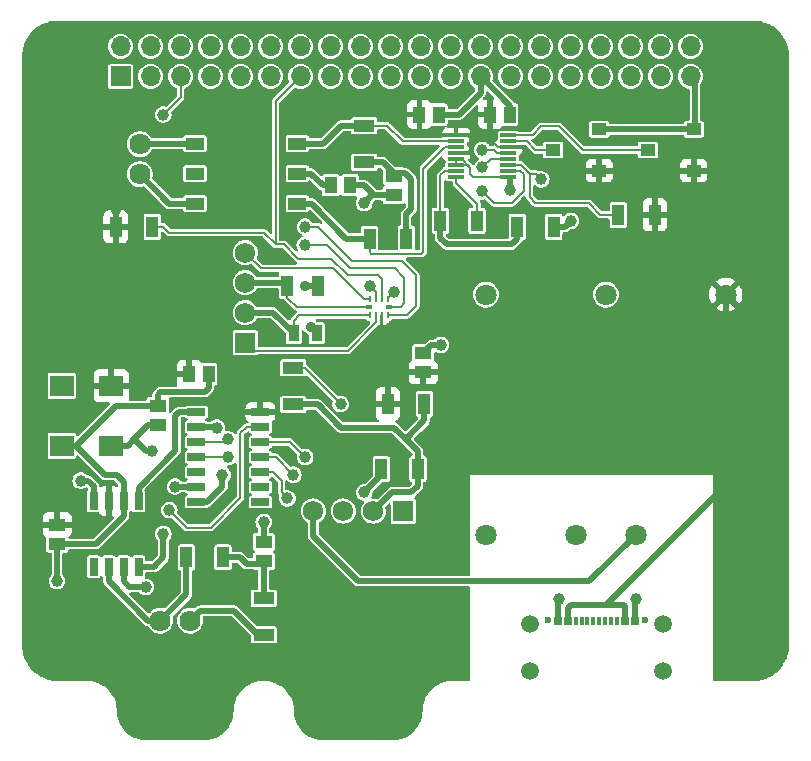
<source format=gtl>
G04 #@! TF.GenerationSoftware,KiCad,Pcbnew,8.0.2*
G04 #@! TF.CreationDate,2024-06-27T15:57:24+02:00*
G04 #@! TF.ProjectId,AMS Dongle,414d5320-446f-46e6-976c-652e6b696361,rev?*
G04 #@! TF.SameCoordinates,Original*
G04 #@! TF.FileFunction,Copper,L1,Top*
G04 #@! TF.FilePolarity,Positive*
%FSLAX46Y46*%
G04 Gerber Fmt 4.6, Leading zero omitted, Abs format (unit mm)*
G04 Created by KiCad (PCBNEW 8.0.2) date 2024-06-27 15:57:24*
%MOMM*%
%LPD*%
G01*
G04 APERTURE LIST*
G04 #@! TA.AperFunction,SMDPad,CuDef*
%ADD10R,0.650000X0.800000*%
G04 #@! TD*
G04 #@! TA.AperFunction,SMDPad,CuDef*
%ADD11R,0.300000X0.800000*%
G04 #@! TD*
G04 #@! TA.AperFunction,ComponentPad*
%ADD12C,0.600000*%
G04 #@! TD*
G04 #@! TA.AperFunction,ComponentPad*
%ADD13C,1.500000*%
G04 #@! TD*
G04 #@! TA.AperFunction,SMDPad,CuDef*
%ADD14R,0.950000X1.450000*%
G04 #@! TD*
G04 #@! TA.AperFunction,SMDPad,CuDef*
%ADD15R,1.050000X1.800000*%
G04 #@! TD*
G04 #@! TA.AperFunction,SMDPad,CuDef*
%ADD16R,1.470000X1.070000*%
G04 #@! TD*
G04 #@! TA.AperFunction,SMDPad,CuDef*
%ADD17R,1.800000X1.050000*%
G04 #@! TD*
G04 #@! TA.AperFunction,ComponentPad*
%ADD18C,1.785000*%
G04 #@! TD*
G04 #@! TA.AperFunction,SMDPad,CuDef*
%ADD19R,1.070000X1.470000*%
G04 #@! TD*
G04 #@! TA.AperFunction,ComponentPad*
%ADD20R,1.725000X1.725000*%
G04 #@! TD*
G04 #@! TA.AperFunction,ComponentPad*
%ADD21C,1.725000*%
G04 #@! TD*
G04 #@! TA.AperFunction,SMDPad,CuDef*
%ADD22R,1.425000X0.300000*%
G04 #@! TD*
G04 #@! TA.AperFunction,SMDPad,CuDef*
%ADD23R,2.000000X1.800000*%
G04 #@! TD*
G04 #@! TA.AperFunction,SMDPad,CuDef*
%ADD24R,1.525000X0.650000*%
G04 #@! TD*
G04 #@! TA.AperFunction,SMDPad,CuDef*
%ADD25R,1.300000X1.000000*%
G04 #@! TD*
G04 #@! TA.AperFunction,ComponentPad*
%ADD26C,1.800000*%
G04 #@! TD*
G04 #@! TA.AperFunction,SMDPad,CuDef*
%ADD27R,0.250000X0.620000*%
G04 #@! TD*
G04 #@! TA.AperFunction,SMDPad,CuDef*
%ADD28R,0.620000X0.300000*%
G04 #@! TD*
G04 #@! TA.AperFunction,SMDPad,CuDef*
%ADD29R,1.550000X1.050000*%
G04 #@! TD*
G04 #@! TA.AperFunction,SMDPad,CuDef*
%ADD30R,0.700000X1.500000*%
G04 #@! TD*
G04 #@! TA.AperFunction,ComponentPad*
%ADD31R,1.700000X1.700000*%
G04 #@! TD*
G04 #@! TA.AperFunction,ComponentPad*
%ADD32O,1.700000X1.700000*%
G04 #@! TD*
G04 #@! TA.AperFunction,ViaPad*
%ADD33C,0.900000*%
G04 #@! TD*
G04 #@! TA.AperFunction,ViaPad*
%ADD34C,1.000000*%
G04 #@! TD*
G04 #@! TA.AperFunction,Conductor*
%ADD35C,0.500000*%
G04 #@! TD*
G04 #@! TA.AperFunction,Conductor*
%ADD36C,0.200000*%
G04 #@! TD*
G04 APERTURE END LIST*
D10*
X145370000Y-94850000D03*
X146220000Y-94850000D03*
D11*
X147400000Y-94850000D03*
X148400000Y-94850000D03*
X148900000Y-94850000D03*
X149900000Y-94850000D03*
D10*
X151080000Y-94850000D03*
X151930000Y-94850000D03*
D11*
X150400000Y-94850000D03*
X149400000Y-94850000D03*
X147900000Y-94850000D03*
X146900000Y-94850000D03*
D12*
X144530000Y-94800000D03*
X152770000Y-94800000D03*
D13*
X143000000Y-95100000D03*
X154300000Y-95100000D03*
X143000000Y-99100000D03*
X154300000Y-99100000D03*
D14*
X124975000Y-70500000D03*
X123025000Y-70500000D03*
D15*
X125050000Y-66500000D03*
X122500000Y-66500000D03*
D16*
X120500000Y-89820000D03*
X120500000Y-88180000D03*
X131500000Y-58820000D03*
X131500000Y-57180000D03*
D15*
X153600000Y-60500000D03*
X150500000Y-60500000D03*
D17*
X129000000Y-56050000D03*
X129000000Y-52950000D03*
X123000000Y-76550000D03*
X123000000Y-73450000D03*
D15*
X107950000Y-61500000D03*
X111050000Y-61500000D03*
X129450000Y-62500000D03*
X132550000Y-62500000D03*
D18*
X111730000Y-94856500D03*
X114270000Y-94856500D03*
D17*
X120500000Y-92950000D03*
X120500000Y-96050000D03*
D19*
X139680000Y-52000000D03*
X141320000Y-52000000D03*
D20*
X118924000Y-71310000D03*
D21*
X118924000Y-68770000D03*
X118924000Y-66230000D03*
X118924000Y-63690000D03*
D15*
X130450000Y-82000000D03*
X133550000Y-82000000D03*
D22*
X141212000Y-57250000D03*
X141212000Y-56750000D03*
X141212000Y-56250000D03*
X141212000Y-55750000D03*
X141212000Y-55250000D03*
X141212000Y-54750000D03*
X141212000Y-54250000D03*
X141212000Y-53750000D03*
X136788000Y-53750000D03*
X136788000Y-54250000D03*
X136788000Y-54750000D03*
X136788000Y-55250000D03*
X136788000Y-55750000D03*
X136788000Y-56250000D03*
X136788000Y-56750000D03*
X136788000Y-57250000D03*
D19*
X126180000Y-58000000D03*
X127820000Y-58000000D03*
D16*
X111500000Y-78320000D03*
X111500000Y-76680000D03*
D23*
X103400000Y-74960000D03*
X103400000Y-80040000D03*
X107600000Y-80040000D03*
X107600000Y-74960000D03*
D24*
X114788000Y-77190000D03*
X114788000Y-78460000D03*
X114788000Y-79730000D03*
X114788000Y-81000000D03*
X114788000Y-82270000D03*
X114788000Y-83540000D03*
X114788000Y-84810000D03*
X120212000Y-84810000D03*
X120212000Y-83540000D03*
X120212000Y-82270000D03*
X120212000Y-81000000D03*
X120212000Y-79730000D03*
X120212000Y-78460000D03*
X120212000Y-77190000D03*
D15*
X141950000Y-61500000D03*
X145050000Y-61500000D03*
D25*
X156900000Y-56750000D03*
X153000000Y-55000000D03*
X156900000Y-53250000D03*
D19*
X133680000Y-52000000D03*
X135320000Y-52000000D03*
D20*
X132310000Y-85576000D03*
D21*
X129770000Y-85576000D03*
X127230000Y-85576000D03*
X124690000Y-85576000D03*
D26*
X152000000Y-87560000D03*
X146920000Y-87560000D03*
X159620000Y-67240000D03*
X149460000Y-67240000D03*
X139300000Y-67240000D03*
X139300000Y-87560000D03*
D18*
X110000000Y-54500000D03*
X110000000Y-57040000D03*
D15*
X135450000Y-61000000D03*
X138550000Y-61000000D03*
D27*
X131000000Y-67600000D03*
X130500000Y-67600000D03*
X130000000Y-67600000D03*
X129500000Y-67600000D03*
D28*
X129385000Y-68290000D03*
D27*
X129500000Y-68980000D03*
X130000000Y-68980000D03*
X130500000Y-68980000D03*
X131000000Y-68980000D03*
D28*
X131115000Y-68290000D03*
D19*
X114180000Y-74000000D03*
X115820000Y-74000000D03*
D15*
X117050000Y-89500000D03*
X113950000Y-89500000D03*
D25*
X148900000Y-56750000D03*
X145000000Y-55000000D03*
X148900000Y-53250000D03*
D15*
X134100000Y-76500000D03*
X131000000Y-76500000D03*
D16*
X134000000Y-73820000D03*
X134000000Y-72180000D03*
D29*
X114675000Y-54460000D03*
X114675000Y-57000000D03*
X114675000Y-59540000D03*
X123325000Y-59540000D03*
X123325000Y-57000000D03*
X123325000Y-54460000D03*
D16*
X103000000Y-88357500D03*
X103000000Y-86717500D03*
D30*
X109905000Y-84725000D03*
X108635000Y-84725000D03*
X107365000Y-84725000D03*
X106095000Y-84725000D03*
X106095000Y-90275000D03*
X107365000Y-90275000D03*
X108635000Y-90275000D03*
X109905000Y-90275000D03*
D31*
X108370000Y-48770000D03*
D32*
X108370000Y-46230000D03*
X110910000Y-48770000D03*
X110910000Y-46230000D03*
X113450000Y-48770000D03*
X113450000Y-46230000D03*
X115990000Y-48770000D03*
X115990000Y-46230000D03*
X118530000Y-48770000D03*
X118530000Y-46230000D03*
X121070000Y-48770000D03*
X121070000Y-46230000D03*
X123610000Y-48770000D03*
X123610000Y-46230000D03*
X126150000Y-48770000D03*
X126150000Y-46230000D03*
X128690000Y-48770000D03*
X128690000Y-46230000D03*
X131230000Y-48770000D03*
X131230000Y-46230000D03*
X133770000Y-48770000D03*
X133770000Y-46230000D03*
X136310000Y-48770000D03*
X136310000Y-46230000D03*
X138850000Y-48770000D03*
X138850000Y-46230000D03*
X141390000Y-48770000D03*
X141390000Y-46230000D03*
X143930000Y-48770000D03*
X143930000Y-46230000D03*
X146470000Y-48770000D03*
X146470000Y-46230000D03*
X149010000Y-48770000D03*
X149010000Y-46230000D03*
X151550000Y-48770000D03*
X151550000Y-46230000D03*
X154090000Y-48770000D03*
X154090000Y-46230000D03*
X156630000Y-48770000D03*
X156630000Y-46230000D03*
D33*
X124500000Y-70000000D03*
X124000000Y-66500000D03*
D34*
X135500000Y-71500000D03*
X145500000Y-93000000D03*
X141331105Y-58357982D03*
X129000000Y-59500000D03*
X131500000Y-67000000D03*
X129500000Y-66500000D03*
X152000000Y-93000000D03*
X120500000Y-86500000D03*
X103000000Y-91500000D03*
X146500000Y-61000000D03*
X117000000Y-82500000D03*
X129000000Y-84000000D03*
X124000000Y-61500000D03*
X112000000Y-52000000D03*
X123969669Y-63030331D03*
X122500000Y-84500000D03*
X112500000Y-85500000D03*
X117500000Y-81000000D03*
X117500000Y-79500000D03*
X112000000Y-87500000D03*
X139000000Y-58500000D03*
X144000000Y-57500000D03*
X139000000Y-56450000D03*
X139000000Y-55000000D03*
X127000000Y-76500000D03*
X123000000Y-82500000D03*
X124000000Y-81000000D03*
X108000000Y-60000000D03*
X117500000Y-51500000D03*
X113000000Y-83500000D03*
X111000000Y-80500000D03*
X116500000Y-78500000D03*
X105000000Y-83000000D03*
X110500000Y-92000000D03*
D35*
X151000000Y-93500000D02*
X151080000Y-93580000D01*
X151080000Y-93580000D02*
X151080000Y-94850000D01*
X148500000Y-93500000D02*
X151000000Y-93500000D01*
X146500000Y-93500000D02*
X146220000Y-93780000D01*
X148500000Y-93500000D02*
X146500000Y-93500000D01*
X146220000Y-93780000D02*
X146220000Y-94850000D01*
X145370000Y-94850000D02*
X145370000Y-93130000D01*
X151930000Y-94850000D02*
X151930000Y-93070000D01*
X125050000Y-66500000D02*
X124000000Y-66500000D01*
D36*
X119614000Y-72000000D02*
X118924000Y-71310000D01*
X127600000Y-72000000D02*
X119614000Y-72000000D01*
X130000000Y-69600000D02*
X127600000Y-72000000D01*
X130000000Y-68980000D02*
X130000000Y-69600000D01*
X120234000Y-65000000D02*
X118924000Y-63690000D01*
X126400000Y-65000000D02*
X120234000Y-65000000D01*
X129000000Y-67600000D02*
X126400000Y-65000000D01*
X129500000Y-67600000D02*
X129000000Y-67600000D01*
X123025000Y-69475000D02*
X123025000Y-70500000D01*
X123500000Y-69000000D02*
X123025000Y-69475000D01*
X129480000Y-69000000D02*
X123500000Y-69000000D01*
X129500000Y-68980000D02*
X129480000Y-69000000D01*
X122500000Y-67500000D02*
X122500000Y-66500000D01*
X123290000Y-68290000D02*
X122500000Y-67500000D01*
X129385000Y-68290000D02*
X123290000Y-68290000D01*
D35*
X121295000Y-68770000D02*
X123025000Y-70500000D01*
X118924000Y-68770000D02*
X121295000Y-68770000D01*
X122230000Y-66230000D02*
X122500000Y-66500000D01*
X118924000Y-66230000D02*
X122230000Y-66230000D01*
X115820000Y-75180000D02*
X115820000Y-74000000D01*
X134000000Y-72180000D02*
X134680000Y-71500000D01*
D36*
X145370000Y-93130000D02*
X145500000Y-93000000D01*
D35*
X104600000Y-80040000D02*
X107060000Y-82500000D01*
D36*
X131000000Y-67600000D02*
X131000000Y-67500000D01*
D35*
X145050000Y-61500000D02*
X146000000Y-61500000D01*
X130450000Y-82550000D02*
X129000000Y-84000000D01*
X107960000Y-76680000D02*
X111500000Y-76680000D01*
X114788000Y-84810000D02*
X115690000Y-84810000D01*
X134680000Y-71500000D02*
X135500000Y-71500000D01*
X104600000Y-80040000D02*
X107960000Y-76680000D01*
X138850000Y-50150000D02*
X138850000Y-48770000D01*
X117000000Y-83500000D02*
X117000000Y-82500000D01*
X106252500Y-88357500D02*
X103000000Y-88357500D01*
X107060000Y-82500000D02*
X108030000Y-82500000D01*
D36*
X136788000Y-55750000D02*
X136788000Y-56250000D01*
D35*
X115690000Y-84810000D02*
X117000000Y-83500000D01*
D36*
X141331105Y-57369105D02*
X141212000Y-57250000D01*
D35*
X103400000Y-80040000D02*
X104600000Y-80040000D01*
X129680000Y-58820000D02*
X129820000Y-58820000D01*
X148900000Y-53250000D02*
X156900000Y-53250000D01*
X111750000Y-75500000D02*
X115500000Y-75500000D01*
X108635000Y-83105000D02*
X108635000Y-84725000D01*
X108635000Y-85975000D02*
X106252500Y-88357500D01*
X129000000Y-59500000D02*
X129680000Y-58820000D01*
X138850000Y-48770000D02*
X141320000Y-51240000D01*
D36*
X138000000Y-57000000D02*
X138250000Y-57250000D01*
D35*
X111500000Y-75750000D02*
X111750000Y-75500000D01*
X103000000Y-88357500D02*
X103000000Y-91500000D01*
X135320000Y-52000000D02*
X137000000Y-52000000D01*
X141320000Y-51240000D02*
X141320000Y-52000000D01*
D36*
X131000000Y-67500000D02*
X131500000Y-67000000D01*
X136788000Y-56250000D02*
X137750000Y-56250000D01*
D35*
X108030000Y-82500000D02*
X108635000Y-83105000D01*
D36*
X138000000Y-56500000D02*
X138000000Y-57000000D01*
D35*
X129820000Y-58820000D02*
X131500000Y-58820000D01*
D36*
X130000000Y-67600000D02*
X130000000Y-67000000D01*
X137750000Y-56250000D02*
X138000000Y-56500000D01*
D35*
X108635000Y-84725000D02*
X108635000Y-85975000D01*
D36*
X138250000Y-57250000D02*
X141212000Y-57250000D01*
X130000000Y-67000000D02*
X129500000Y-66500000D01*
D35*
X127820000Y-58000000D02*
X129000000Y-58000000D01*
X141331105Y-58357982D02*
X141331105Y-57369105D01*
X157000000Y-53150000D02*
X156900000Y-53250000D01*
X146000000Y-61500000D02*
X146500000Y-61000000D01*
X137000000Y-52000000D02*
X138850000Y-50150000D01*
X130450000Y-82000000D02*
X130450000Y-82550000D01*
X120500000Y-86500000D02*
X120500000Y-88180000D01*
D36*
X137250000Y-55750000D02*
X138000000Y-56500000D01*
X151930000Y-93070000D02*
X152000000Y-93000000D01*
D35*
X129000000Y-58000000D02*
X129820000Y-58820000D01*
X111500000Y-76680000D02*
X111500000Y-75750000D01*
X157000000Y-49140000D02*
X157000000Y-53150000D01*
X115500000Y-75500000D02*
X115820000Y-75180000D01*
D36*
X136788000Y-55750000D02*
X137250000Y-55750000D01*
D35*
X156630000Y-48770000D02*
X157000000Y-49140000D01*
D36*
X132200000Y-64400000D02*
X133400000Y-65600000D01*
X133400000Y-65600000D02*
X133400000Y-68200000D01*
X133400000Y-68200000D02*
X132620000Y-68980000D01*
X128000000Y-64400000D02*
X132200000Y-64400000D01*
X124000000Y-61500000D02*
X125100000Y-61500000D01*
X132620000Y-68980000D02*
X131000000Y-68980000D01*
X125100000Y-61500000D02*
X128000000Y-64400000D01*
X113450000Y-50550000D02*
X112000000Y-52000000D01*
X113450000Y-48770000D02*
X113450000Y-50550000D01*
X132400000Y-68000000D02*
X132110000Y-68290000D01*
X131600000Y-65000000D02*
X132400000Y-65800000D01*
X132400000Y-65800000D02*
X132400000Y-68000000D01*
X125830331Y-63030331D02*
X127800000Y-65000000D01*
X132110000Y-68290000D02*
X131115000Y-68290000D01*
X123969669Y-63030331D02*
X125830331Y-63030331D01*
X127800000Y-65000000D02*
X131600000Y-65000000D01*
X122000000Y-84000000D02*
X122500000Y-84500000D01*
X121270000Y-82270000D02*
X122000000Y-83000000D01*
X122000000Y-83000000D02*
X122000000Y-84000000D01*
X122000000Y-84000000D02*
X122250000Y-84250000D01*
X120212000Y-82270000D02*
X121270000Y-82270000D01*
X119040000Y-78460000D02*
X118500000Y-79000000D01*
X118500000Y-84500000D02*
X116000000Y-87000000D01*
X118500000Y-79000000D02*
X118500000Y-84500000D01*
X116000000Y-87000000D02*
X114000000Y-87000000D01*
X120212000Y-78460000D02*
X119040000Y-78460000D01*
X114000000Y-87000000D02*
X112500000Y-85500000D01*
X111050000Y-61500000D02*
X112000000Y-61500000D01*
X130500000Y-65900000D02*
X130500000Y-67600000D01*
X112500000Y-62000000D02*
X120500000Y-62000000D01*
X126200000Y-64200000D02*
X127600000Y-65600000D01*
X112000000Y-61500000D02*
X112500000Y-62000000D01*
X122200000Y-63000000D02*
X123400000Y-64200000D01*
X130200000Y-65600000D02*
X130500000Y-65900000D01*
X121500000Y-63000000D02*
X122200000Y-63000000D01*
X121500000Y-50880000D02*
X123610000Y-48770000D01*
X120500000Y-62000000D02*
X121500000Y-63000000D01*
X123400000Y-64200000D02*
X126200000Y-64200000D01*
X127600000Y-65600000D02*
X130200000Y-65600000D01*
X121500000Y-63000000D02*
X121500000Y-50880000D01*
X114788000Y-81000000D02*
X117500000Y-81000000D01*
X114788000Y-79730000D02*
X117270000Y-79730000D01*
X117270000Y-79730000D02*
X117500000Y-79500000D01*
D35*
X112000000Y-89500000D02*
X112000000Y-87500000D01*
X111225000Y-90275000D02*
X112000000Y-89500000D01*
X109905000Y-90275000D02*
X111225000Y-90275000D01*
D36*
X142174500Y-56750000D02*
X142500000Y-57075500D01*
X140000000Y-59500000D02*
X139000000Y-58500000D01*
X142000000Y-59000000D02*
X141500000Y-59500000D01*
X141500000Y-59500000D02*
X140000000Y-59500000D01*
X141212000Y-56750000D02*
X142174500Y-56750000D01*
X142500000Y-57075500D02*
X142500000Y-58500000D01*
X142500000Y-58500000D02*
X142000000Y-59000000D01*
X143000000Y-59000000D02*
X143500000Y-59500000D01*
X141212000Y-56250000D02*
X142240186Y-56250000D01*
X149000000Y-60500000D02*
X150500000Y-60500000D01*
X143509814Y-57009814D02*
X143000000Y-57009814D01*
X143500000Y-59500000D02*
X148000000Y-59500000D01*
X143000000Y-57009814D02*
X143000000Y-59000000D01*
X142240186Y-56250000D02*
X143000000Y-57009814D01*
X148000000Y-59500000D02*
X149000000Y-60500000D01*
X144000000Y-57500000D02*
X143509814Y-57009814D01*
X139000000Y-56450000D02*
X139700000Y-55750000D01*
X139700000Y-55750000D02*
X141212000Y-55750000D01*
X140000000Y-55000000D02*
X140250000Y-55250000D01*
X139000000Y-55000000D02*
X140000000Y-55000000D01*
X140250000Y-55250000D02*
X141212000Y-55250000D01*
X123950000Y-73450000D02*
X127000000Y-76500000D01*
X123000000Y-73450000D02*
X123950000Y-73450000D01*
X120212000Y-81000000D02*
X121500000Y-81000000D01*
X121500000Y-81000000D02*
X123000000Y-82500000D01*
X122730000Y-79730000D02*
X124000000Y-81000000D01*
X120212000Y-79730000D02*
X122730000Y-79730000D01*
X137750000Y-53750000D02*
X136788000Y-53750000D01*
X142250000Y-54750000D02*
X142750000Y-55250000D01*
X138000000Y-55000500D02*
X138000000Y-54000000D01*
X141212000Y-54750000D02*
X140315686Y-54750000D01*
X137750500Y-55250000D02*
X138000000Y-55000500D01*
X139315686Y-53750000D02*
X138250000Y-53750000D01*
D35*
X159620000Y-83380000D02*
X149500000Y-93500000D01*
D36*
X141212000Y-54750000D02*
X142250000Y-54750000D01*
X138000000Y-54000000D02*
X137750000Y-53750000D01*
D35*
X149500000Y-93500000D02*
X148500000Y-93500000D01*
D36*
X130500000Y-68980000D02*
X130500000Y-70000000D01*
X140315686Y-54750000D02*
X139315686Y-53750000D01*
D35*
X159620000Y-67240000D02*
X159620000Y-83380000D01*
D36*
X138250000Y-53750000D02*
X138000000Y-54000000D01*
X136788000Y-55250000D02*
X137750500Y-55250000D01*
D35*
X131500000Y-56962500D02*
X130587500Y-56050000D01*
X132462500Y-56962500D02*
X131500000Y-56962500D01*
X130587500Y-56050000D02*
X129000000Y-56050000D01*
X133000000Y-57500000D02*
X132462500Y-56962500D01*
X132550000Y-60450000D02*
X133000000Y-60000000D01*
X132550000Y-62500000D02*
X132550000Y-60450000D01*
X133000000Y-60000000D02*
X133000000Y-57500000D01*
X124500000Y-57000000D02*
X125500000Y-58000000D01*
X125500000Y-58000000D02*
X126180000Y-58000000D01*
X123325000Y-57000000D02*
X124500000Y-57000000D01*
X109500000Y-79500000D02*
X110680000Y-78320000D01*
X109500000Y-79500000D02*
X110500000Y-80500000D01*
X110680000Y-78320000D02*
X111500000Y-78320000D01*
X114788000Y-83540000D02*
X113040000Y-83540000D01*
X107600000Y-80040000D02*
X108960000Y-80040000D01*
X113040000Y-83540000D02*
X113000000Y-83500000D01*
X110500000Y-80500000D02*
X111000000Y-80500000D01*
X108960000Y-80040000D02*
X109500000Y-79500000D01*
D36*
X145500000Y-53000000D02*
X144000000Y-53000000D01*
X147500000Y-55000000D02*
X145500000Y-53000000D01*
X153000000Y-55000000D02*
X147500000Y-55000000D01*
X143250000Y-53750000D02*
X141212000Y-53750000D01*
X144000000Y-53000000D02*
X143250000Y-53750000D01*
X138550000Y-61500000D02*
X138550000Y-59550000D01*
X138550000Y-59550000D02*
X136788000Y-57788000D01*
X136788000Y-57788000D02*
X136788000Y-57250000D01*
D35*
X127050000Y-52950000D02*
X129000000Y-52950000D01*
X125540000Y-54460000D02*
X127050000Y-52950000D01*
D36*
X132250000Y-54250000D02*
X136788000Y-54250000D01*
X130950000Y-52950000D02*
X132250000Y-54250000D01*
X129000000Y-52950000D02*
X130950000Y-52950000D01*
D35*
X123325000Y-54460000D02*
X125540000Y-54460000D01*
X127500000Y-62500000D02*
X129450000Y-62500000D01*
D36*
X134000000Y-56575500D02*
X135825500Y-54750000D01*
X135825500Y-54750000D02*
X136788000Y-54750000D01*
D35*
X124540000Y-59540000D02*
X127500000Y-62500000D01*
D36*
X134000000Y-63600000D02*
X134000000Y-56575500D01*
D35*
X123325000Y-59540000D02*
X124540000Y-59540000D01*
D36*
X129600000Y-63800000D02*
X133800000Y-63800000D01*
X129450000Y-63650000D02*
X129600000Y-63800000D01*
X129450000Y-62500000D02*
X129450000Y-63650000D01*
X133800000Y-63800000D02*
X134000000Y-63600000D01*
X145000000Y-55000000D02*
X143500000Y-55000000D01*
X143500000Y-55000000D02*
X142750000Y-54250000D01*
X142750000Y-54250000D02*
X141212000Y-54250000D01*
X135450000Y-57125500D02*
X135450000Y-61500000D01*
D35*
X135450000Y-62450000D02*
X136000000Y-63000000D01*
D36*
X136788000Y-56750000D02*
X135825500Y-56750000D01*
D35*
X141950000Y-62550000D02*
X141950000Y-61500000D01*
X141500000Y-63000000D02*
X141950000Y-62550000D01*
X136000000Y-63000000D02*
X141500000Y-63000000D01*
X135450000Y-61000000D02*
X135450000Y-62450000D01*
D36*
X135825500Y-56750000D02*
X135450000Y-57125500D01*
X119294000Y-68400000D02*
X118924000Y-68770000D01*
D35*
X109905000Y-83595000D02*
X109905000Y-84725000D01*
X113000000Y-77500000D02*
X113000000Y-80500000D01*
X114788000Y-77190000D02*
X113310000Y-77190000D01*
X113310000Y-77190000D02*
X113000000Y-77500000D01*
X113000000Y-80500000D02*
X109905000Y-83595000D01*
X106095000Y-83475000D02*
X106095000Y-84725000D01*
X114788000Y-78460000D02*
X116460000Y-78460000D01*
X105620000Y-83000000D02*
X106095000Y-83475000D01*
X116460000Y-78460000D02*
X116500000Y-78500000D01*
X105000000Y-83000000D02*
X105620000Y-83000000D01*
X108635000Y-90275000D02*
X108635000Y-91525000D01*
X120025000Y-96050000D02*
X120500000Y-96050000D01*
X114270000Y-94856500D02*
X115126500Y-94000000D01*
X109110000Y-92000000D02*
X110500000Y-92000000D01*
X115126500Y-94000000D02*
X117975000Y-94000000D01*
X117975000Y-94000000D02*
X120025000Y-96050000D01*
X108635000Y-91525000D02*
X109110000Y-92000000D01*
X111730000Y-94856500D02*
X113950000Y-92636500D01*
X107365000Y-90275000D02*
X107365000Y-91525000D01*
X110696500Y-94856500D02*
X111730000Y-94856500D01*
X107365000Y-91525000D02*
X110696500Y-94856500D01*
X113950000Y-92636500D02*
X113950000Y-89500000D01*
X112500000Y-59540000D02*
X110000000Y-57040000D01*
X114675000Y-59540000D02*
X112500000Y-59540000D01*
X110040000Y-54460000D02*
X110000000Y-54500000D01*
X114675000Y-54460000D02*
X110040000Y-54460000D01*
X133550000Y-83450000D02*
X133000000Y-84000000D01*
X132512500Y-79487500D02*
X133550000Y-80525000D01*
X123000000Y-76550000D02*
X125050000Y-76550000D01*
X133550000Y-80525000D02*
X133550000Y-82000000D01*
X133550000Y-82000000D02*
X133550000Y-83450000D01*
X131525000Y-78500000D02*
X132512500Y-79487500D01*
X132512500Y-79487500D02*
X134100000Y-77900000D01*
X133000000Y-84000000D02*
X131346000Y-84000000D01*
X131346000Y-84000000D02*
X129770000Y-85576000D01*
X125050000Y-76550000D02*
X127000000Y-78500000D01*
X127000000Y-78500000D02*
X131525000Y-78500000D01*
X134100000Y-77900000D02*
X134100000Y-76500000D01*
X124690000Y-85576000D02*
X124690000Y-87690000D01*
X128500000Y-91500000D02*
X148060000Y-91500000D01*
X124690000Y-87690000D02*
X128500000Y-91500000D01*
X148060000Y-91500000D02*
X152000000Y-87560000D01*
X120500000Y-92950000D02*
X120500000Y-90087500D01*
X117050000Y-89500000D02*
X118500000Y-89500000D01*
X118500000Y-89500000D02*
X119037500Y-90037500D01*
X119037500Y-90037500D02*
X120450000Y-90037500D01*
G04 #@! TA.AperFunction,Conductor*
G36*
X162003472Y-44050695D02*
G01*
X162323297Y-44068656D01*
X162337094Y-44070210D01*
X162649457Y-44123283D01*
X162663014Y-44126377D01*
X162967469Y-44214089D01*
X162980593Y-44218682D01*
X163273304Y-44339926D01*
X163285826Y-44345955D01*
X163452594Y-44438125D01*
X163563139Y-44499221D01*
X163574900Y-44506611D01*
X163833314Y-44689966D01*
X163844174Y-44698627D01*
X164080418Y-44909749D01*
X164090250Y-44919581D01*
X164301372Y-45155825D01*
X164310035Y-45166687D01*
X164493385Y-45425094D01*
X164500778Y-45436860D01*
X164654040Y-45714166D01*
X164660073Y-45726695D01*
X164781317Y-46019406D01*
X164785910Y-46032530D01*
X164873622Y-46336985D01*
X164876716Y-46350542D01*
X164929787Y-46662894D01*
X164931344Y-46676712D01*
X164949305Y-46996527D01*
X164949500Y-47003480D01*
X164949500Y-96996519D01*
X164949305Y-97003472D01*
X164931344Y-97323287D01*
X164929787Y-97337105D01*
X164876716Y-97649457D01*
X164873622Y-97663014D01*
X164785910Y-97967469D01*
X164781317Y-97980593D01*
X164660073Y-98273304D01*
X164654040Y-98285833D01*
X164500778Y-98563139D01*
X164493380Y-98574913D01*
X164310043Y-98833302D01*
X164301372Y-98844174D01*
X164090250Y-99080418D01*
X164080418Y-99090250D01*
X163844174Y-99301372D01*
X163833302Y-99310043D01*
X163574913Y-99493380D01*
X163563139Y-99500778D01*
X163285833Y-99654040D01*
X163273304Y-99660073D01*
X162980593Y-99781317D01*
X162967469Y-99785910D01*
X162663014Y-99873622D01*
X162649457Y-99876716D01*
X162337105Y-99929787D01*
X162323287Y-99931344D01*
X162003472Y-99949305D01*
X161996519Y-99949500D01*
X158624000Y-99949500D01*
X158556961Y-99929815D01*
X158511206Y-99877011D01*
X158500000Y-99825500D01*
X158500000Y-82500000D01*
X138000000Y-82500000D01*
X138000000Y-90925500D01*
X137980315Y-90992539D01*
X137927511Y-91038294D01*
X137876000Y-91049500D01*
X128737966Y-91049500D01*
X128670927Y-91029815D01*
X128650285Y-91013181D01*
X125176819Y-87539715D01*
X125143334Y-87478392D01*
X125140500Y-87452034D01*
X125140500Y-86614846D01*
X125160185Y-86547807D01*
X125206045Y-86505489D01*
X125283428Y-86464128D01*
X125445291Y-86331291D01*
X125578128Y-86169428D01*
X125578129Y-86169424D01*
X125578132Y-86169422D01*
X125676832Y-85984766D01*
X125676835Y-85984761D01*
X125737619Y-85784384D01*
X125758143Y-85576000D01*
X126161857Y-85576000D01*
X126182380Y-85784380D01*
X126182380Y-85784382D01*
X126182381Y-85784384D01*
X126238261Y-85968596D01*
X126243167Y-85984766D01*
X126341867Y-86169422D01*
X126341873Y-86169429D01*
X126474708Y-86331291D01*
X126587345Y-86423729D01*
X126629407Y-86458248D01*
X126636570Y-86464126D01*
X126636577Y-86464132D01*
X126821233Y-86562832D01*
X126821239Y-86562835D01*
X127021616Y-86623619D01*
X127230000Y-86644143D01*
X127438384Y-86623619D01*
X127638761Y-86562835D01*
X127692733Y-86533986D01*
X127823422Y-86464132D01*
X127823424Y-86464129D01*
X127823428Y-86464128D01*
X127985291Y-86331291D01*
X128118128Y-86169428D01*
X128118129Y-86169424D01*
X128118132Y-86169422D01*
X128216832Y-85984766D01*
X128216835Y-85984761D01*
X128277619Y-85784384D01*
X128298143Y-85576000D01*
X128277619Y-85367616D01*
X128216835Y-85167239D01*
X128212952Y-85159974D01*
X128118132Y-84982577D01*
X128118126Y-84982570D01*
X128089577Y-84947783D01*
X128077729Y-84933345D01*
X127985291Y-84820708D01*
X127823429Y-84687873D01*
X127823422Y-84687867D01*
X127638766Y-84589167D01*
X127638763Y-84589166D01*
X127638761Y-84589165D01*
X127438384Y-84528381D01*
X127438382Y-84528380D01*
X127438380Y-84528380D01*
X127230000Y-84507857D01*
X127021619Y-84528380D01*
X127021616Y-84528381D01*
X126821239Y-84589165D01*
X126821238Y-84589165D01*
X126821233Y-84589167D01*
X126636577Y-84687867D01*
X126636570Y-84687873D01*
X126474708Y-84820708D01*
X126341873Y-84982570D01*
X126341867Y-84982577D01*
X126243167Y-85167233D01*
X126243165Y-85167238D01*
X126243165Y-85167239D01*
X126229045Y-85213785D01*
X126182380Y-85367619D01*
X126161857Y-85576000D01*
X125758143Y-85576000D01*
X125737619Y-85367616D01*
X125676835Y-85167239D01*
X125672952Y-85159974D01*
X125578132Y-84982577D01*
X125578126Y-84982570D01*
X125549577Y-84947783D01*
X125537729Y-84933345D01*
X125445291Y-84820708D01*
X125283429Y-84687873D01*
X125283422Y-84687867D01*
X125098766Y-84589167D01*
X125098763Y-84589166D01*
X125098761Y-84589165D01*
X124898384Y-84528381D01*
X124898382Y-84528380D01*
X124898380Y-84528380D01*
X124690000Y-84507857D01*
X124481619Y-84528380D01*
X124481616Y-84528381D01*
X124281239Y-84589165D01*
X124281238Y-84589165D01*
X124281233Y-84589167D01*
X124096577Y-84687867D01*
X124096570Y-84687873D01*
X123934708Y-84820708D01*
X123801873Y-84982570D01*
X123801867Y-84982577D01*
X123703167Y-85167233D01*
X123703165Y-85167238D01*
X123703165Y-85167239D01*
X123689045Y-85213785D01*
X123642380Y-85367619D01*
X123621857Y-85576000D01*
X123642380Y-85784380D01*
X123642380Y-85784382D01*
X123642381Y-85784384D01*
X123698261Y-85968596D01*
X123703167Y-85984766D01*
X123801867Y-86169422D01*
X123801873Y-86169429D01*
X123934708Y-86331291D01*
X124047345Y-86423729D01*
X124089407Y-86458248D01*
X124096570Y-86464126D01*
X124096572Y-86464128D01*
X124173954Y-86505489D01*
X124223797Y-86554449D01*
X124239500Y-86614846D01*
X124239500Y-87749309D01*
X124243799Y-87765353D01*
X124260557Y-87827896D01*
X124260564Y-87827919D01*
X124260567Y-87827930D01*
X124270201Y-87863887D01*
X124329511Y-87966614D01*
X128223386Y-91860490D01*
X128326113Y-91919799D01*
X128350321Y-91926284D01*
X128350324Y-91926286D01*
X128350325Y-91926286D01*
X128380447Y-91934357D01*
X128440691Y-91950500D01*
X137876000Y-91950500D01*
X137943039Y-91970185D01*
X137988794Y-92022989D01*
X138000000Y-92074500D01*
X138000000Y-99825500D01*
X137980315Y-99892539D01*
X137927511Y-99938294D01*
X137876000Y-99949500D01*
X136356762Y-99949500D01*
X136072108Y-99981572D01*
X135792818Y-100045317D01*
X135792806Y-100045321D01*
X135522434Y-100139929D01*
X135522420Y-100139935D01*
X135264333Y-100264223D01*
X135021774Y-100416633D01*
X134797805Y-100595242D01*
X134595242Y-100797805D01*
X134416633Y-101021774D01*
X134264223Y-101264333D01*
X134139935Y-101522420D01*
X134139929Y-101522434D01*
X134045321Y-101792806D01*
X134045317Y-101792818D01*
X133981572Y-102072108D01*
X133949500Y-102356762D01*
X133949500Y-102496249D01*
X133949274Y-102503736D01*
X133932092Y-102787769D01*
X133930287Y-102802633D01*
X133879673Y-103078829D01*
X133876089Y-103093369D01*
X133792555Y-103361438D01*
X133787246Y-103375438D01*
X133672002Y-103631500D01*
X133665043Y-103644759D01*
X133519779Y-103885056D01*
X133511273Y-103897379D01*
X133338100Y-104118417D01*
X133328170Y-104129625D01*
X133129625Y-104328170D01*
X133118417Y-104338100D01*
X132897379Y-104511273D01*
X132885056Y-104519779D01*
X132644759Y-104665043D01*
X132631500Y-104672002D01*
X132375438Y-104787246D01*
X132361438Y-104792555D01*
X132093369Y-104876089D01*
X132078829Y-104879673D01*
X131802633Y-104930287D01*
X131787769Y-104932092D01*
X131503736Y-104949274D01*
X131496249Y-104949500D01*
X125503751Y-104949500D01*
X125496264Y-104949274D01*
X125212230Y-104932092D01*
X125197366Y-104930287D01*
X124921170Y-104879673D01*
X124906630Y-104876089D01*
X124638561Y-104792555D01*
X124624561Y-104787246D01*
X124368499Y-104672002D01*
X124355240Y-104665043D01*
X124114943Y-104519779D01*
X124102620Y-104511273D01*
X123881582Y-104338100D01*
X123870374Y-104328170D01*
X123671829Y-104129625D01*
X123661899Y-104118417D01*
X123488726Y-103897379D01*
X123480224Y-103885062D01*
X123334955Y-103644758D01*
X123327997Y-103631500D01*
X123212753Y-103375438D01*
X123207447Y-103361447D01*
X123123907Y-103093358D01*
X123120326Y-103078829D01*
X123092667Y-102927898D01*
X123069711Y-102802632D01*
X123067907Y-102787769D01*
X123050726Y-102503736D01*
X123050500Y-102496249D01*
X123050500Y-102356764D01*
X123050499Y-102356762D01*
X123018427Y-102072108D01*
X122954682Y-101792818D01*
X122954678Y-101792806D01*
X122860070Y-101522434D01*
X122860068Y-101522428D01*
X122735775Y-101264331D01*
X122583366Y-101021773D01*
X122404757Y-100797805D01*
X122202195Y-100595243D01*
X121978227Y-100416634D01*
X121735669Y-100264225D01*
X121735666Y-100264223D01*
X121477579Y-100139935D01*
X121477565Y-100139929D01*
X121207193Y-100045321D01*
X121207181Y-100045317D01*
X120927891Y-99981572D01*
X120927892Y-99981572D01*
X120643237Y-99949500D01*
X120643233Y-99949500D01*
X120516408Y-99949500D01*
X120500000Y-99949500D01*
X120356767Y-99949500D01*
X120356762Y-99949500D01*
X120072108Y-99981572D01*
X119792818Y-100045317D01*
X119792806Y-100045321D01*
X119522434Y-100139929D01*
X119522420Y-100139935D01*
X119264333Y-100264223D01*
X119021774Y-100416633D01*
X118797805Y-100595242D01*
X118595242Y-100797805D01*
X118416633Y-101021774D01*
X118264223Y-101264333D01*
X118139935Y-101522420D01*
X118139929Y-101522434D01*
X118045321Y-101792806D01*
X118045317Y-101792818D01*
X117981572Y-102072108D01*
X117949500Y-102356762D01*
X117949500Y-102496249D01*
X117949274Y-102503736D01*
X117932092Y-102787769D01*
X117930287Y-102802633D01*
X117879673Y-103078829D01*
X117876089Y-103093369D01*
X117792555Y-103361438D01*
X117787246Y-103375438D01*
X117672002Y-103631500D01*
X117665043Y-103644759D01*
X117519779Y-103885056D01*
X117511273Y-103897379D01*
X117338100Y-104118417D01*
X117328170Y-104129625D01*
X117129625Y-104328170D01*
X117118417Y-104338100D01*
X116897379Y-104511273D01*
X116885056Y-104519779D01*
X116644759Y-104665043D01*
X116631500Y-104672002D01*
X116375438Y-104787246D01*
X116361438Y-104792555D01*
X116093369Y-104876089D01*
X116078829Y-104879673D01*
X115802633Y-104930287D01*
X115787769Y-104932092D01*
X115503736Y-104949274D01*
X115496249Y-104949500D01*
X110503751Y-104949500D01*
X110496264Y-104949274D01*
X110212230Y-104932092D01*
X110197366Y-104930287D01*
X109921170Y-104879673D01*
X109906630Y-104876089D01*
X109638561Y-104792555D01*
X109624561Y-104787246D01*
X109368499Y-104672002D01*
X109355240Y-104665043D01*
X109114943Y-104519779D01*
X109102620Y-104511273D01*
X108881582Y-104338100D01*
X108870374Y-104328170D01*
X108671829Y-104129625D01*
X108661899Y-104118417D01*
X108488726Y-103897379D01*
X108480224Y-103885062D01*
X108334955Y-103644758D01*
X108327997Y-103631500D01*
X108212753Y-103375438D01*
X108207447Y-103361447D01*
X108123907Y-103093358D01*
X108120326Y-103078829D01*
X108092667Y-102927898D01*
X108069711Y-102802632D01*
X108067907Y-102787769D01*
X108050726Y-102503736D01*
X108050500Y-102496249D01*
X108050500Y-102356764D01*
X108050499Y-102356762D01*
X108018427Y-102072108D01*
X107954682Y-101792818D01*
X107954678Y-101792806D01*
X107860070Y-101522434D01*
X107860068Y-101522428D01*
X107735775Y-101264331D01*
X107583366Y-101021773D01*
X107404757Y-100797805D01*
X107202195Y-100595243D01*
X106978227Y-100416634D01*
X106735669Y-100264225D01*
X106735666Y-100264223D01*
X106477579Y-100139935D01*
X106477565Y-100139929D01*
X106207193Y-100045321D01*
X106207181Y-100045317D01*
X105927891Y-99981572D01*
X105927892Y-99981572D01*
X105643237Y-99949500D01*
X105643233Y-99949500D01*
X105520918Y-99949500D01*
X103003481Y-99949500D01*
X102996528Y-99949305D01*
X102676712Y-99931344D01*
X102662894Y-99929787D01*
X102350542Y-99876716D01*
X102336985Y-99873622D01*
X102032530Y-99785910D01*
X102019406Y-99781317D01*
X101726695Y-99660073D01*
X101714166Y-99654040D01*
X101436860Y-99500778D01*
X101425094Y-99493385D01*
X101166687Y-99310035D01*
X101155825Y-99301372D01*
X100919581Y-99090250D01*
X100909749Y-99080418D01*
X100698627Y-98844174D01*
X100689966Y-98833314D01*
X100506611Y-98574900D01*
X100499221Y-98563139D01*
X100345959Y-98285833D01*
X100339926Y-98273304D01*
X100218682Y-97980593D01*
X100214089Y-97967469D01*
X100126377Y-97663014D01*
X100123283Y-97649457D01*
X100094127Y-97477858D01*
X100070210Y-97337094D01*
X100068656Y-97323297D01*
X100050695Y-97003472D01*
X100050500Y-96996519D01*
X100050500Y-86967500D01*
X101765000Y-86967500D01*
X101765000Y-87300344D01*
X101771401Y-87359872D01*
X101771403Y-87359879D01*
X101821645Y-87494586D01*
X101821649Y-87494593D01*
X101907809Y-87609687D01*
X101907812Y-87609690D01*
X102015508Y-87690312D01*
X102057379Y-87746246D01*
X102063942Y-87796660D01*
X102064500Y-87796660D01*
X102064500Y-87800947D01*
X102064601Y-87801723D01*
X102064500Y-87802749D01*
X102064500Y-88912252D01*
X102076131Y-88970729D01*
X102076132Y-88970730D01*
X102120447Y-89037052D01*
X102186769Y-89081367D01*
X102186770Y-89081368D01*
X102245247Y-89092999D01*
X102245250Y-89093000D01*
X102245252Y-89093000D01*
X102425500Y-89093000D01*
X102492539Y-89112685D01*
X102538294Y-89165489D01*
X102549500Y-89217000D01*
X102549500Y-90907442D01*
X102529815Y-90974481D01*
X102507727Y-91000257D01*
X102471818Y-91032069D01*
X102375182Y-91172068D01*
X102314860Y-91331125D01*
X102314859Y-91331130D01*
X102294355Y-91500000D01*
X102314859Y-91668869D01*
X102314860Y-91668874D01*
X102375182Y-91827931D01*
X102437475Y-91918177D01*
X102471817Y-91967929D01*
X102577505Y-92061560D01*
X102599150Y-92080736D01*
X102749773Y-92159789D01*
X102749775Y-92159790D01*
X102914944Y-92200500D01*
X103085056Y-92200500D01*
X103250225Y-92159790D01*
X103329692Y-92118081D01*
X103400849Y-92080736D01*
X103400850Y-92080734D01*
X103400852Y-92080734D01*
X103528183Y-91967929D01*
X103624818Y-91827930D01*
X103685140Y-91668872D01*
X103705645Y-91500000D01*
X103685140Y-91331128D01*
X103624818Y-91172070D01*
X103528183Y-91032071D01*
X103528181Y-91032069D01*
X103492273Y-91000257D01*
X103455146Y-90941068D01*
X103450500Y-90907442D01*
X103450500Y-89505247D01*
X105544500Y-89505247D01*
X105544500Y-91044752D01*
X105556131Y-91103229D01*
X105556132Y-91103230D01*
X105600447Y-91169552D01*
X105666769Y-91213867D01*
X105666770Y-91213868D01*
X105725247Y-91225499D01*
X105725250Y-91225500D01*
X105725252Y-91225500D01*
X106464750Y-91225500D01*
X106464751Y-91225499D01*
X106479568Y-91222552D01*
X106523229Y-91213868D01*
X106523229Y-91213867D01*
X106523231Y-91213867D01*
X106589552Y-91169552D01*
X106626898Y-91113661D01*
X106680511Y-91068856D01*
X106749836Y-91060149D01*
X106812863Y-91090304D01*
X106833102Y-91113661D01*
X106870448Y-91169553D01*
X106878181Y-91177286D01*
X106911666Y-91238609D01*
X106914500Y-91264967D01*
X106914500Y-91584308D01*
X106938712Y-91674672D01*
X106945200Y-91698885D01*
X106945200Y-91698886D01*
X106945201Y-91698887D01*
X107004511Y-91801614D01*
X110419886Y-95216989D01*
X110419888Y-95216990D01*
X110419892Y-95216993D01*
X110448154Y-95233310D01*
X110448159Y-95233312D01*
X110522608Y-95276296D01*
X110522609Y-95276297D01*
X110522611Y-95276297D01*
X110522614Y-95276299D01*
X110637191Y-95307000D01*
X110656537Y-95307000D01*
X110723576Y-95326685D01*
X110767537Y-95375728D01*
X110796727Y-95434350D01*
X110796732Y-95434358D01*
X110918803Y-95596006D01*
X111068497Y-95732469D01*
X111068499Y-95732471D01*
X111240717Y-95839104D01*
X111240723Y-95839107D01*
X111303682Y-95863497D01*
X111429605Y-95912280D01*
X111628719Y-95949500D01*
X111628722Y-95949500D01*
X111831278Y-95949500D01*
X111831281Y-95949500D01*
X112030395Y-95912280D01*
X112219279Y-95839106D01*
X112391502Y-95732470D01*
X112541198Y-95596004D01*
X112663269Y-95434356D01*
X112753559Y-95253029D01*
X112808993Y-95058199D01*
X112827683Y-94856500D01*
X112827683Y-94856499D01*
X113172317Y-94856499D01*
X113172317Y-94856500D01*
X113191006Y-95058198D01*
X113191007Y-95058200D01*
X113246439Y-95253024D01*
X113246445Y-95253039D01*
X113336731Y-95434356D01*
X113458803Y-95596006D01*
X113608497Y-95732469D01*
X113608499Y-95732471D01*
X113780717Y-95839104D01*
X113780723Y-95839107D01*
X113843682Y-95863497D01*
X113969605Y-95912280D01*
X114168719Y-95949500D01*
X114168722Y-95949500D01*
X114371278Y-95949500D01*
X114371281Y-95949500D01*
X114570395Y-95912280D01*
X114759279Y-95839106D01*
X114931502Y-95732470D01*
X115081198Y-95596004D01*
X115203269Y-95434356D01*
X115293559Y-95253029D01*
X115348993Y-95058199D01*
X115367683Y-94856500D01*
X115348993Y-94654801D01*
X115335800Y-94608432D01*
X115336388Y-94538566D01*
X115374655Y-94480108D01*
X115438452Y-94451618D01*
X115455067Y-94450500D01*
X117737035Y-94450500D01*
X117804074Y-94470185D01*
X117824716Y-94486819D01*
X119363181Y-96025284D01*
X119396666Y-96086607D01*
X119399500Y-96112965D01*
X119399500Y-96594752D01*
X119411131Y-96653229D01*
X119411132Y-96653230D01*
X119455447Y-96719552D01*
X119521769Y-96763867D01*
X119521770Y-96763868D01*
X119580247Y-96775499D01*
X119580250Y-96775500D01*
X119580252Y-96775500D01*
X121419750Y-96775500D01*
X121419751Y-96775499D01*
X121434568Y-96772552D01*
X121478229Y-96763868D01*
X121478229Y-96763867D01*
X121478231Y-96763867D01*
X121544552Y-96719552D01*
X121588867Y-96653231D01*
X121588867Y-96653229D01*
X121588868Y-96653229D01*
X121600499Y-96594752D01*
X121600500Y-96594750D01*
X121600500Y-95505249D01*
X121600499Y-95505247D01*
X121588868Y-95446770D01*
X121588867Y-95446769D01*
X121544552Y-95380447D01*
X121478230Y-95336132D01*
X121478229Y-95336131D01*
X121419752Y-95324500D01*
X121419748Y-95324500D01*
X119987966Y-95324500D01*
X119920927Y-95304815D01*
X119900285Y-95288181D01*
X118251616Y-93639513D01*
X118251614Y-93639511D01*
X118200250Y-93609856D01*
X118148888Y-93580201D01*
X118136780Y-93576957D01*
X118124673Y-93573713D01*
X118124670Y-93573712D01*
X118048233Y-93553231D01*
X118034309Y-93549500D01*
X115067191Y-93549500D01*
X114976825Y-93573713D01*
X114976824Y-93573712D01*
X114952616Y-93580199D01*
X114952613Y-93580200D01*
X114849886Y-93639510D01*
X114769513Y-93719882D01*
X114712780Y-93776615D01*
X114651459Y-93810099D01*
X114581767Y-93805115D01*
X114580307Y-93804560D01*
X114570395Y-93800720D01*
X114371281Y-93763500D01*
X114168719Y-93763500D01*
X113969605Y-93800720D01*
X113969603Y-93800720D01*
X113969601Y-93800721D01*
X113780723Y-93873892D01*
X113780717Y-93873895D01*
X113608499Y-93980528D01*
X113608497Y-93980530D01*
X113458803Y-94116993D01*
X113336731Y-94278643D01*
X113246445Y-94459960D01*
X113246439Y-94459975D01*
X113191007Y-94654799D01*
X113191006Y-94654801D01*
X113172317Y-94856499D01*
X112827683Y-94856499D01*
X112808993Y-94654801D01*
X112775731Y-94537897D01*
X112776317Y-94468034D01*
X112807314Y-94416287D01*
X114310489Y-92913114D01*
X114369799Y-92810387D01*
X114392242Y-92726627D01*
X114400500Y-92695809D01*
X114400500Y-90721011D01*
X114420185Y-90653972D01*
X114472989Y-90608217D01*
X114500304Y-90599394D01*
X114553231Y-90588867D01*
X114619552Y-90544552D01*
X114663867Y-90478231D01*
X114663867Y-90478229D01*
X114663868Y-90478229D01*
X114675499Y-90419752D01*
X114675500Y-90419750D01*
X114675500Y-88580249D01*
X114675499Y-88580247D01*
X116324500Y-88580247D01*
X116324500Y-90419752D01*
X116336131Y-90478229D01*
X116336132Y-90478230D01*
X116380447Y-90544552D01*
X116446769Y-90588867D01*
X116446770Y-90588868D01*
X116505247Y-90600499D01*
X116505250Y-90600500D01*
X116505252Y-90600500D01*
X117594750Y-90600500D01*
X117594751Y-90600499D01*
X117609568Y-90597552D01*
X117653229Y-90588868D01*
X117653229Y-90588867D01*
X117653231Y-90588867D01*
X117719552Y-90544552D01*
X117763867Y-90478231D01*
X117763867Y-90478229D01*
X117763868Y-90478229D01*
X117775499Y-90419752D01*
X117775500Y-90419750D01*
X117775500Y-90074500D01*
X117795185Y-90007461D01*
X117847989Y-89961706D01*
X117899500Y-89950500D01*
X118262035Y-89950500D01*
X118329074Y-89970185D01*
X118349715Y-89986818D01*
X118760886Y-90397990D01*
X118863613Y-90457299D01*
X118887821Y-90463784D01*
X118887824Y-90463786D01*
X118887825Y-90463786D01*
X118917947Y-90471857D01*
X118978191Y-90488000D01*
X119565543Y-90488000D01*
X119632582Y-90507685D01*
X119634434Y-90508898D01*
X119686769Y-90543867D01*
X119686770Y-90543868D01*
X119745247Y-90555499D01*
X119745250Y-90555500D01*
X119745252Y-90555500D01*
X119925500Y-90555500D01*
X119992539Y-90575185D01*
X120038294Y-90627989D01*
X120049500Y-90679500D01*
X120049500Y-92100500D01*
X120029815Y-92167539D01*
X119977011Y-92213294D01*
X119925500Y-92224500D01*
X119580247Y-92224500D01*
X119521770Y-92236131D01*
X119521769Y-92236132D01*
X119455447Y-92280447D01*
X119411132Y-92346769D01*
X119411131Y-92346770D01*
X119399500Y-92405247D01*
X119399500Y-93494752D01*
X119411131Y-93553229D01*
X119411132Y-93553230D01*
X119455447Y-93619552D01*
X119521769Y-93663867D01*
X119521770Y-93663868D01*
X119580247Y-93675499D01*
X119580250Y-93675500D01*
X119580252Y-93675500D01*
X121419750Y-93675500D01*
X121419751Y-93675499D01*
X121434568Y-93672552D01*
X121478229Y-93663868D01*
X121478229Y-93663867D01*
X121478231Y-93663867D01*
X121544552Y-93619552D01*
X121588867Y-93553231D01*
X121588867Y-93553229D01*
X121588868Y-93553229D01*
X121600499Y-93494752D01*
X121600500Y-93494750D01*
X121600500Y-92405249D01*
X121600499Y-92405247D01*
X121588868Y-92346770D01*
X121588867Y-92346769D01*
X121544552Y-92280447D01*
X121478230Y-92236132D01*
X121478229Y-92236131D01*
X121419752Y-92224500D01*
X121419748Y-92224500D01*
X121074500Y-92224500D01*
X121007461Y-92204815D01*
X120961706Y-92152011D01*
X120950500Y-92100500D01*
X120950500Y-90679500D01*
X120970185Y-90612461D01*
X121022989Y-90566706D01*
X121074500Y-90555500D01*
X121254750Y-90555500D01*
X121254751Y-90555499D01*
X121269568Y-90552552D01*
X121313229Y-90543868D01*
X121313229Y-90543867D01*
X121313231Y-90543867D01*
X121379552Y-90499552D01*
X121423867Y-90433231D01*
X121423867Y-90433229D01*
X121423868Y-90433229D01*
X121435499Y-90374752D01*
X121435500Y-90374750D01*
X121435500Y-89265249D01*
X121435499Y-89265247D01*
X121423868Y-89206770D01*
X121423867Y-89206769D01*
X121379552Y-89140447D01*
X121323661Y-89103102D01*
X121278856Y-89049489D01*
X121270149Y-88980164D01*
X121300304Y-88917137D01*
X121323661Y-88896898D01*
X121379552Y-88859552D01*
X121411778Y-88811323D01*
X121423867Y-88793231D01*
X121423867Y-88793229D01*
X121423868Y-88793229D01*
X121435499Y-88734752D01*
X121435500Y-88734750D01*
X121435500Y-87625249D01*
X121435499Y-87625247D01*
X121423868Y-87566770D01*
X121423867Y-87566769D01*
X121379552Y-87500447D01*
X121313230Y-87456132D01*
X121313229Y-87456131D01*
X121254752Y-87444500D01*
X121254748Y-87444500D01*
X121074500Y-87444500D01*
X121007461Y-87424815D01*
X120961706Y-87372011D01*
X120950500Y-87320500D01*
X120950500Y-87092557D01*
X120970185Y-87025518D01*
X120992270Y-86999744D01*
X121028183Y-86967929D01*
X121124818Y-86827930D01*
X121185140Y-86668872D01*
X121205645Y-86500000D01*
X121185140Y-86331128D01*
X121124818Y-86172070D01*
X121122994Y-86169428D01*
X121061773Y-86080734D01*
X121028183Y-86032071D01*
X120900852Y-85919266D01*
X120900849Y-85919263D01*
X120750226Y-85840210D01*
X120585056Y-85799500D01*
X120414944Y-85799500D01*
X120249773Y-85840210D01*
X120099150Y-85919263D01*
X119971816Y-86032072D01*
X119875182Y-86172068D01*
X119814860Y-86331125D01*
X119814859Y-86331130D01*
X119794355Y-86500000D01*
X119814859Y-86668869D01*
X119814860Y-86668874D01*
X119875182Y-86827931D01*
X119971815Y-86967927D01*
X119971816Y-86967928D01*
X119971817Y-86967929D01*
X120007727Y-86999742D01*
X120044853Y-87058929D01*
X120049500Y-87092557D01*
X120049500Y-87320500D01*
X120029815Y-87387539D01*
X119977011Y-87433294D01*
X119925500Y-87444500D01*
X119745247Y-87444500D01*
X119686770Y-87456131D01*
X119686769Y-87456132D01*
X119620447Y-87500447D01*
X119576132Y-87566769D01*
X119576131Y-87566770D01*
X119564500Y-87625247D01*
X119564500Y-88734752D01*
X119576131Y-88793229D01*
X119576132Y-88793230D01*
X119620448Y-88859553D01*
X119676339Y-88896899D01*
X119721143Y-88950511D01*
X119729850Y-89019836D01*
X119699695Y-89082864D01*
X119676339Y-89103101D01*
X119620448Y-89140446D01*
X119576132Y-89206769D01*
X119576131Y-89206770D01*
X119564500Y-89265247D01*
X119564500Y-89463000D01*
X119544815Y-89530039D01*
X119492011Y-89575794D01*
X119440500Y-89587000D01*
X119275466Y-89587000D01*
X119208427Y-89567315D01*
X119187785Y-89550681D01*
X118776616Y-89139513D01*
X118776614Y-89139511D01*
X118715465Y-89104206D01*
X118673888Y-89080201D01*
X118661780Y-89076957D01*
X118649673Y-89073713D01*
X118649670Y-89073712D01*
X118611478Y-89063478D01*
X118559309Y-89049500D01*
X118559308Y-89049500D01*
X117899500Y-89049500D01*
X117832461Y-89029815D01*
X117786706Y-88977011D01*
X117775500Y-88925500D01*
X117775500Y-88580249D01*
X117775499Y-88580247D01*
X117763868Y-88521770D01*
X117763867Y-88521769D01*
X117719552Y-88455447D01*
X117653230Y-88411132D01*
X117653229Y-88411131D01*
X117594752Y-88399500D01*
X117594748Y-88399500D01*
X116505252Y-88399500D01*
X116505247Y-88399500D01*
X116446770Y-88411131D01*
X116446769Y-88411132D01*
X116380447Y-88455447D01*
X116336132Y-88521769D01*
X116336131Y-88521770D01*
X116324500Y-88580247D01*
X114675499Y-88580247D01*
X114663868Y-88521770D01*
X114663867Y-88521769D01*
X114619552Y-88455447D01*
X114553230Y-88411132D01*
X114553229Y-88411131D01*
X114494752Y-88399500D01*
X114494748Y-88399500D01*
X113405252Y-88399500D01*
X113405247Y-88399500D01*
X113346770Y-88411131D01*
X113346769Y-88411132D01*
X113280447Y-88455447D01*
X113236132Y-88521769D01*
X113236131Y-88521770D01*
X113224500Y-88580247D01*
X113224500Y-90419752D01*
X113236131Y-90478229D01*
X113236132Y-90478230D01*
X113280447Y-90544552D01*
X113313603Y-90566706D01*
X113346769Y-90588867D01*
X113399692Y-90599394D01*
X113461601Y-90631778D01*
X113496176Y-90692493D01*
X113499500Y-90721011D01*
X113499500Y-92398534D01*
X113479815Y-92465573D01*
X113463181Y-92486215D01*
X112172782Y-93776613D01*
X112111459Y-93810098D01*
X112041767Y-93805114D01*
X112040313Y-93804561D01*
X112030401Y-93800721D01*
X111994925Y-93794089D01*
X111831281Y-93763500D01*
X111628719Y-93763500D01*
X111429605Y-93800720D01*
X111429603Y-93800720D01*
X111429601Y-93800721D01*
X111240723Y-93873892D01*
X111240717Y-93873895D01*
X111068499Y-93980528D01*
X111068497Y-93980530D01*
X110918803Y-94116994D01*
X110864971Y-94188279D01*
X110808862Y-94229915D01*
X110739150Y-94234606D01*
X110678336Y-94201233D01*
X109139284Y-92662181D01*
X109105799Y-92600858D01*
X109110783Y-92531166D01*
X109152655Y-92475233D01*
X109218119Y-92450816D01*
X109226965Y-92450500D01*
X109905117Y-92450500D01*
X109972156Y-92470185D01*
X109987344Y-92481685D01*
X110099147Y-92580733D01*
X110099149Y-92580735D01*
X110249773Y-92659789D01*
X110249775Y-92659790D01*
X110414944Y-92700500D01*
X110585056Y-92700500D01*
X110750225Y-92659790D01*
X110829692Y-92618081D01*
X110900849Y-92580736D01*
X110900850Y-92580734D01*
X110900852Y-92580734D01*
X111028183Y-92467929D01*
X111124818Y-92327930D01*
X111185140Y-92168872D01*
X111205645Y-92000000D01*
X111185140Y-91831128D01*
X111124818Y-91672070D01*
X111122608Y-91668869D01*
X111090476Y-91622318D01*
X111028183Y-91532071D01*
X110900852Y-91419266D01*
X110900849Y-91419263D01*
X110750226Y-91340210D01*
X110585056Y-91299500D01*
X110544712Y-91299500D01*
X110477673Y-91279815D01*
X110431918Y-91227011D01*
X110421974Y-91157853D01*
X110441609Y-91106609D01*
X110443867Y-91103231D01*
X110446439Y-91090304D01*
X110455499Y-91044752D01*
X110455500Y-91044750D01*
X110455500Y-90849500D01*
X110475185Y-90782461D01*
X110527989Y-90736706D01*
X110579500Y-90725500D01*
X111284308Y-90725500D01*
X111284309Y-90725500D01*
X111374673Y-90701286D01*
X111398887Y-90694799D01*
X111501614Y-90635489D01*
X112360490Y-89776613D01*
X112419799Y-89673886D01*
X112421456Y-89667701D01*
X112450500Y-89559309D01*
X112450500Y-88092557D01*
X112470185Y-88025518D01*
X112492270Y-87999744D01*
X112528183Y-87967929D01*
X112624818Y-87827930D01*
X112685140Y-87668872D01*
X112705645Y-87500000D01*
X112685140Y-87331128D01*
X112673524Y-87300500D01*
X112624817Y-87172068D01*
X112569934Y-87092557D01*
X112528183Y-87032071D01*
X112400852Y-86919266D01*
X112400849Y-86919263D01*
X112250226Y-86840210D01*
X112085056Y-86799500D01*
X111914944Y-86799500D01*
X111749773Y-86840210D01*
X111599150Y-86919263D01*
X111471816Y-87032072D01*
X111375182Y-87172068D01*
X111314860Y-87331125D01*
X111314859Y-87331130D01*
X111294355Y-87500000D01*
X111314859Y-87668869D01*
X111314860Y-87668874D01*
X111375182Y-87827930D01*
X111471815Y-87967927D01*
X111471816Y-87967928D01*
X111471817Y-87967929D01*
X111507727Y-87999742D01*
X111544853Y-88058929D01*
X111549500Y-88092557D01*
X111549500Y-89262035D01*
X111529815Y-89329074D01*
X111513181Y-89349716D01*
X111074716Y-89788181D01*
X111013393Y-89821666D01*
X110987035Y-89824500D01*
X110579500Y-89824500D01*
X110512461Y-89804815D01*
X110466706Y-89752011D01*
X110455500Y-89700500D01*
X110455500Y-89505249D01*
X110455499Y-89505247D01*
X110443868Y-89446770D01*
X110443867Y-89446769D01*
X110399552Y-89380447D01*
X110333230Y-89336132D01*
X110333229Y-89336131D01*
X110274752Y-89324500D01*
X110274748Y-89324500D01*
X109535252Y-89324500D01*
X109535247Y-89324500D01*
X109476770Y-89336131D01*
X109476769Y-89336132D01*
X109410446Y-89380448D01*
X109373101Y-89436339D01*
X109319489Y-89481143D01*
X109250164Y-89489850D01*
X109187136Y-89459695D01*
X109166899Y-89436339D01*
X109129553Y-89380448D01*
X109063230Y-89336132D01*
X109063229Y-89336131D01*
X109004752Y-89324500D01*
X109004748Y-89324500D01*
X108265252Y-89324500D01*
X108265247Y-89324500D01*
X108206770Y-89336131D01*
X108206769Y-89336132D01*
X108140446Y-89380448D01*
X108103101Y-89436339D01*
X108049489Y-89481143D01*
X107980164Y-89489850D01*
X107917136Y-89459695D01*
X107896899Y-89436339D01*
X107859553Y-89380448D01*
X107793230Y-89336132D01*
X107793229Y-89336131D01*
X107734752Y-89324500D01*
X107734748Y-89324500D01*
X106995252Y-89324500D01*
X106995247Y-89324500D01*
X106936770Y-89336131D01*
X106936769Y-89336132D01*
X106870446Y-89380448D01*
X106833101Y-89436339D01*
X106779489Y-89481143D01*
X106710164Y-89489850D01*
X106647136Y-89459695D01*
X106626899Y-89436339D01*
X106589553Y-89380448D01*
X106523230Y-89336132D01*
X106523229Y-89336131D01*
X106464752Y-89324500D01*
X106464748Y-89324500D01*
X105725252Y-89324500D01*
X105725247Y-89324500D01*
X105666770Y-89336131D01*
X105666769Y-89336132D01*
X105600447Y-89380447D01*
X105556132Y-89446769D01*
X105556131Y-89446770D01*
X105544500Y-89505247D01*
X103450500Y-89505247D01*
X103450500Y-89217000D01*
X103470185Y-89149961D01*
X103522989Y-89104206D01*
X103574500Y-89093000D01*
X103754750Y-89093000D01*
X103754751Y-89092999D01*
X103769568Y-89090052D01*
X103813229Y-89081368D01*
X103813229Y-89081367D01*
X103813231Y-89081367D01*
X103879552Y-89037052D01*
X103923867Y-88970731D01*
X103934528Y-88917137D01*
X103936384Y-88907808D01*
X103968769Y-88845897D01*
X104029485Y-88811323D01*
X104058001Y-88808000D01*
X106311808Y-88808000D01*
X106311809Y-88808000D01*
X106402173Y-88783786D01*
X106426387Y-88777299D01*
X106529114Y-88717989D01*
X108995490Y-86251614D01*
X109054799Y-86148887D01*
X109075842Y-86070352D01*
X109085500Y-86034309D01*
X109085500Y-85714967D01*
X109105185Y-85647928D01*
X109121819Y-85627286D01*
X109129551Y-85619553D01*
X109166898Y-85563661D01*
X109220511Y-85518856D01*
X109289836Y-85510149D01*
X109352863Y-85540304D01*
X109373102Y-85563661D01*
X109410447Y-85619552D01*
X109476769Y-85663867D01*
X109476770Y-85663868D01*
X109535247Y-85675499D01*
X109535250Y-85675500D01*
X109535252Y-85675500D01*
X110274750Y-85675500D01*
X110274751Y-85675499D01*
X110289568Y-85672552D01*
X110333229Y-85663868D01*
X110333229Y-85663867D01*
X110333231Y-85663867D01*
X110399552Y-85619552D01*
X110443867Y-85553231D01*
X110443867Y-85553229D01*
X110443868Y-85553229D01*
X110455499Y-85494752D01*
X110455500Y-85494750D01*
X110455500Y-83955249D01*
X110455499Y-83955247D01*
X110443868Y-83896770D01*
X110443867Y-83896769D01*
X110418880Y-83859373D01*
X110398002Y-83792695D01*
X110416486Y-83725315D01*
X110434297Y-83702805D01*
X113360489Y-80776614D01*
X113419799Y-80673887D01*
X113434812Y-80617857D01*
X113450500Y-80559309D01*
X113450500Y-77764500D01*
X113470185Y-77697461D01*
X113522989Y-77651706D01*
X113574500Y-77640500D01*
X113814819Y-77640500D01*
X113881858Y-77660185D01*
X113883710Y-77661398D01*
X113947269Y-77703867D01*
X113958554Y-77708542D01*
X113957866Y-77710201D01*
X114006744Y-77735769D01*
X114041317Y-77796486D01*
X114037576Y-77866255D01*
X113996709Y-77922926D01*
X113958168Y-77940526D01*
X113958554Y-77941458D01*
X113947269Y-77946132D01*
X113880947Y-77990447D01*
X113836632Y-78056769D01*
X113836631Y-78056770D01*
X113825000Y-78115247D01*
X113825000Y-78804752D01*
X113836631Y-78863229D01*
X113836632Y-78863230D01*
X113880947Y-78929552D01*
X113947269Y-78973867D01*
X113958554Y-78978542D01*
X113957866Y-78980201D01*
X114006744Y-79005769D01*
X114041317Y-79066486D01*
X114037576Y-79136255D01*
X113996709Y-79192926D01*
X113958168Y-79210526D01*
X113958554Y-79211458D01*
X113947269Y-79216132D01*
X113880947Y-79260447D01*
X113836632Y-79326769D01*
X113836631Y-79326770D01*
X113825000Y-79385247D01*
X113825000Y-80074752D01*
X113836631Y-80133229D01*
X113836632Y-80133230D01*
X113880947Y-80199552D01*
X113947269Y-80243867D01*
X113958554Y-80248542D01*
X113957866Y-80250201D01*
X114006744Y-80275769D01*
X114041317Y-80336486D01*
X114037576Y-80406255D01*
X113996709Y-80462926D01*
X113958168Y-80480526D01*
X113958554Y-80481458D01*
X113947269Y-80486132D01*
X113880947Y-80530447D01*
X113836632Y-80596769D01*
X113836631Y-80596770D01*
X113825000Y-80655247D01*
X113825000Y-81344752D01*
X113836631Y-81403229D01*
X113836632Y-81403230D01*
X113880947Y-81469552D01*
X113947269Y-81513867D01*
X113958554Y-81518542D01*
X113957866Y-81520201D01*
X114006744Y-81545769D01*
X114041317Y-81606486D01*
X114037576Y-81676255D01*
X113996709Y-81732926D01*
X113958168Y-81750526D01*
X113958554Y-81751458D01*
X113947269Y-81756132D01*
X113880947Y-81800447D01*
X113836632Y-81866769D01*
X113836631Y-81866770D01*
X113825000Y-81925247D01*
X113825000Y-82614752D01*
X113836631Y-82673229D01*
X113836632Y-82673230D01*
X113880947Y-82739552D01*
X113947269Y-82783867D01*
X113958554Y-82788542D01*
X113957866Y-82790201D01*
X114006744Y-82815769D01*
X114041317Y-82876486D01*
X114037576Y-82946255D01*
X113996709Y-83002926D01*
X113958168Y-83020526D01*
X113958554Y-83021458D01*
X113947269Y-83026132D01*
X113883710Y-83068602D01*
X113817033Y-83089480D01*
X113814819Y-83089500D01*
X113632904Y-83089500D01*
X113565865Y-83069815D01*
X113530856Y-83035944D01*
X113528183Y-83032072D01*
X113528183Y-83032071D01*
X113528182Y-83032070D01*
X113400849Y-82919263D01*
X113250226Y-82840210D01*
X113085056Y-82799500D01*
X112914944Y-82799500D01*
X112749773Y-82840210D01*
X112599150Y-82919263D01*
X112471816Y-83032072D01*
X112375182Y-83172068D01*
X112314860Y-83331125D01*
X112314859Y-83331130D01*
X112294355Y-83500000D01*
X112314859Y-83668869D01*
X112314860Y-83668874D01*
X112375182Y-83827931D01*
X112415500Y-83886340D01*
X112471817Y-83967929D01*
X112568821Y-84053867D01*
X112599150Y-84080736D01*
X112749773Y-84159789D01*
X112749775Y-84159790D01*
X112914944Y-84200500D01*
X113085056Y-84200500D01*
X113250225Y-84159790D01*
X113400852Y-84080734D01*
X113467506Y-84021683D01*
X113530740Y-83991963D01*
X113549733Y-83990500D01*
X113814819Y-83990500D01*
X113881858Y-84010185D01*
X113883710Y-84011398D01*
X113947269Y-84053867D01*
X113958554Y-84058542D01*
X113957866Y-84060201D01*
X114006744Y-84085769D01*
X114041317Y-84146486D01*
X114037576Y-84216255D01*
X113996709Y-84272926D01*
X113958168Y-84290526D01*
X113958554Y-84291458D01*
X113947269Y-84296132D01*
X113880947Y-84340447D01*
X113836632Y-84406769D01*
X113836631Y-84406770D01*
X113825000Y-84465247D01*
X113825000Y-85154752D01*
X113836631Y-85213229D01*
X113836632Y-85213230D01*
X113880947Y-85279552D01*
X113947269Y-85323867D01*
X113947270Y-85323868D01*
X114005747Y-85335499D01*
X114005750Y-85335500D01*
X114005752Y-85335500D01*
X115570250Y-85335500D01*
X115570251Y-85335499D01*
X115585068Y-85332552D01*
X115628729Y-85323868D01*
X115628731Y-85323867D01*
X115693207Y-85280785D01*
X115741462Y-85262622D01*
X115741458Y-85262604D01*
X115741640Y-85262555D01*
X115745913Y-85260947D01*
X115749303Y-85260500D01*
X115749309Y-85260500D01*
X115839673Y-85236286D01*
X115863887Y-85229799D01*
X115966614Y-85170489D01*
X117360490Y-83776614D01*
X117390107Y-83725315D01*
X117419798Y-83673889D01*
X117419800Y-83673884D01*
X117433196Y-83623889D01*
X117433196Y-83623887D01*
X117443132Y-83586805D01*
X117450500Y-83559309D01*
X117450500Y-83092557D01*
X117470185Y-83025518D01*
X117492270Y-82999744D01*
X117528183Y-82967929D01*
X117624818Y-82827930D01*
X117685140Y-82668872D01*
X117705645Y-82500000D01*
X117685140Y-82331128D01*
X117685138Y-82331124D01*
X117624817Y-82172068D01*
X117561405Y-82080201D01*
X117528183Y-82032071D01*
X117400852Y-81919266D01*
X117400849Y-81919264D01*
X117398650Y-81917316D01*
X117361523Y-81858126D01*
X117362291Y-81788261D01*
X117400708Y-81729901D01*
X117464579Y-81701576D01*
X117480877Y-81700500D01*
X117585056Y-81700500D01*
X117750225Y-81659790D01*
X117900852Y-81580734D01*
X117993275Y-81498854D01*
X118056505Y-81469134D01*
X118125769Y-81478317D01*
X118179073Y-81523489D01*
X118199493Y-81590309D01*
X118199500Y-81591671D01*
X118199500Y-84324167D01*
X118179815Y-84391206D01*
X118163181Y-84411848D01*
X115911848Y-86663181D01*
X115850525Y-86696666D01*
X115824167Y-86699500D01*
X114175833Y-86699500D01*
X114108794Y-86679815D01*
X114088152Y-86663181D01*
X113216539Y-85791568D01*
X113183054Y-85730245D01*
X113183825Y-85674203D01*
X113185135Y-85668883D01*
X113185140Y-85668872D01*
X113205645Y-85500000D01*
X113185140Y-85331128D01*
X113124818Y-85172070D01*
X113123727Y-85170490D01*
X113061773Y-85080734D01*
X113028183Y-85032071D01*
X112900852Y-84919266D01*
X112900849Y-84919263D01*
X112750226Y-84840210D01*
X112585056Y-84799500D01*
X112414944Y-84799500D01*
X112249773Y-84840210D01*
X112099150Y-84919263D01*
X111971816Y-85032072D01*
X111875182Y-85172068D01*
X111814860Y-85331125D01*
X111814859Y-85331130D01*
X111794355Y-85500000D01*
X111814859Y-85668869D01*
X111814860Y-85668874D01*
X111875182Y-85827931D01*
X111878122Y-85832190D01*
X111971817Y-85967929D01*
X112044219Y-86032071D01*
X112099150Y-86080736D01*
X112249773Y-86159789D01*
X112249775Y-86159790D01*
X112414944Y-86200500D01*
X112585054Y-86200500D01*
X112585056Y-86200500D01*
X112669963Y-86179572D01*
X112739762Y-86182641D01*
X112787317Y-86212288D01*
X113759540Y-87184511D01*
X113815489Y-87240460D01*
X113815491Y-87240461D01*
X113815495Y-87240464D01*
X113884004Y-87280017D01*
X113884011Y-87280021D01*
X113960438Y-87300500D01*
X113960440Y-87300500D01*
X116039560Y-87300500D01*
X116039562Y-87300500D01*
X116115989Y-87280021D01*
X116184511Y-87240460D01*
X116240460Y-87184511D01*
X118740460Y-84684511D01*
X118751326Y-84665691D01*
X118780021Y-84615989D01*
X118800500Y-84539562D01*
X118800500Y-79175833D01*
X118820185Y-79108794D01*
X118836819Y-79088152D01*
X118954786Y-78970185D01*
X119074129Y-78850841D01*
X119135450Y-78817358D01*
X119205141Y-78822342D01*
X119261075Y-78864213D01*
X119264910Y-78869632D01*
X119304948Y-78929552D01*
X119371269Y-78973867D01*
X119382554Y-78978542D01*
X119381866Y-78980201D01*
X119430744Y-79005769D01*
X119465317Y-79066486D01*
X119461576Y-79136255D01*
X119420709Y-79192926D01*
X119382168Y-79210526D01*
X119382554Y-79211458D01*
X119371269Y-79216132D01*
X119304947Y-79260447D01*
X119260632Y-79326769D01*
X119260631Y-79326770D01*
X119249000Y-79385247D01*
X119249000Y-80074752D01*
X119260631Y-80133229D01*
X119260632Y-80133230D01*
X119304947Y-80199552D01*
X119371269Y-80243867D01*
X119382554Y-80248542D01*
X119381866Y-80250201D01*
X119430744Y-80275769D01*
X119465317Y-80336486D01*
X119461576Y-80406255D01*
X119420709Y-80462926D01*
X119382168Y-80480526D01*
X119382554Y-80481458D01*
X119371269Y-80486132D01*
X119304947Y-80530447D01*
X119260632Y-80596769D01*
X119260631Y-80596770D01*
X119249000Y-80655247D01*
X119249000Y-81344752D01*
X119260631Y-81403229D01*
X119260632Y-81403230D01*
X119304947Y-81469552D01*
X119371269Y-81513867D01*
X119382554Y-81518542D01*
X119381866Y-81520201D01*
X119430744Y-81545769D01*
X119465317Y-81606486D01*
X119461576Y-81676255D01*
X119420709Y-81732926D01*
X119382168Y-81750526D01*
X119382554Y-81751458D01*
X119371269Y-81756132D01*
X119304947Y-81800447D01*
X119260632Y-81866769D01*
X119260631Y-81866770D01*
X119249000Y-81925247D01*
X119249000Y-82614752D01*
X119260631Y-82673229D01*
X119260632Y-82673230D01*
X119304947Y-82739552D01*
X119371269Y-82783867D01*
X119382554Y-82788542D01*
X119381866Y-82790201D01*
X119430744Y-82815769D01*
X119465317Y-82876486D01*
X119461576Y-82946255D01*
X119420709Y-83002926D01*
X119382168Y-83020526D01*
X119382554Y-83021458D01*
X119371269Y-83026132D01*
X119304947Y-83070447D01*
X119260632Y-83136769D01*
X119260631Y-83136770D01*
X119249000Y-83195247D01*
X119249000Y-83884752D01*
X119260631Y-83943229D01*
X119260632Y-83943230D01*
X119304947Y-84009552D01*
X119371269Y-84053867D01*
X119382554Y-84058542D01*
X119381866Y-84060201D01*
X119430744Y-84085769D01*
X119465317Y-84146486D01*
X119461576Y-84216255D01*
X119420709Y-84272926D01*
X119382168Y-84290526D01*
X119382554Y-84291458D01*
X119371269Y-84296132D01*
X119304947Y-84340447D01*
X119260632Y-84406769D01*
X119260631Y-84406770D01*
X119249000Y-84465247D01*
X119249000Y-85154752D01*
X119260631Y-85213229D01*
X119260632Y-85213230D01*
X119304947Y-85279552D01*
X119371269Y-85323867D01*
X119371270Y-85323868D01*
X119429747Y-85335499D01*
X119429750Y-85335500D01*
X119429752Y-85335500D01*
X120994250Y-85335500D01*
X120994251Y-85335499D01*
X121009068Y-85332552D01*
X121052729Y-85323868D01*
X121052729Y-85323867D01*
X121052731Y-85323867D01*
X121119052Y-85279552D01*
X121163367Y-85213231D01*
X121163367Y-85213229D01*
X121163368Y-85213229D01*
X121174999Y-85154752D01*
X121175000Y-85154750D01*
X121175000Y-84465249D01*
X121174999Y-84465247D01*
X121163368Y-84406770D01*
X121163367Y-84406769D01*
X121119052Y-84340447D01*
X121052730Y-84296132D01*
X121041446Y-84291458D01*
X121042133Y-84289798D01*
X120993257Y-84264232D01*
X120958683Y-84203517D01*
X120962422Y-84133747D01*
X121003288Y-84077075D01*
X121041831Y-84059473D01*
X121041446Y-84058542D01*
X121052729Y-84053867D01*
X121052731Y-84053867D01*
X121119052Y-84009552D01*
X121163367Y-83943231D01*
X121163367Y-83943229D01*
X121163368Y-83943229D01*
X121174999Y-83884752D01*
X121175000Y-83884750D01*
X121175000Y-83195249D01*
X121174999Y-83195247D01*
X121163368Y-83136770D01*
X121163367Y-83136769D01*
X121119052Y-83070447D01*
X121052730Y-83026132D01*
X121041446Y-83021458D01*
X121042133Y-83019798D01*
X120993257Y-82994232D01*
X120958683Y-82933517D01*
X120962422Y-82863747D01*
X121003288Y-82807075D01*
X121041831Y-82789473D01*
X121041446Y-82788542D01*
X121052729Y-82783867D01*
X121052731Y-82783867D01*
X121119052Y-82739552D01*
X121119053Y-82739551D01*
X121127688Y-82730917D01*
X121130490Y-82733719D01*
X121166964Y-82703197D01*
X121236284Y-82694445D01*
X121299331Y-82724559D01*
X121304209Y-82729180D01*
X121663181Y-83088152D01*
X121696666Y-83149475D01*
X121699500Y-83175833D01*
X121699500Y-84039562D01*
X121706450Y-84065500D01*
X121719979Y-84115990D01*
X121733440Y-84139305D01*
X121750510Y-84168870D01*
X121750511Y-84168874D01*
X121759535Y-84184504D01*
X121759541Y-84184512D01*
X121783460Y-84208431D01*
X121816945Y-84269754D01*
X121816177Y-84325782D01*
X121814860Y-84331124D01*
X121794355Y-84500000D01*
X121814859Y-84668869D01*
X121814860Y-84668874D01*
X121875182Y-84827931D01*
X121883658Y-84840210D01*
X121971817Y-84967929D01*
X122044219Y-85032071D01*
X122099150Y-85080736D01*
X122240168Y-85154748D01*
X122249775Y-85159790D01*
X122414944Y-85200500D01*
X122585056Y-85200500D01*
X122750225Y-85159790D01*
X122829692Y-85118081D01*
X122900849Y-85080736D01*
X122900850Y-85080734D01*
X122900852Y-85080734D01*
X123028183Y-84967929D01*
X123124818Y-84827930D01*
X123185140Y-84668872D01*
X123205645Y-84500000D01*
X123185140Y-84331128D01*
X123185138Y-84331124D01*
X123135600Y-84200500D01*
X123124818Y-84172070D01*
X123122608Y-84168869D01*
X123090476Y-84122318D01*
X123028183Y-84032071D01*
X122914260Y-83931144D01*
X122900849Y-83919263D01*
X122750226Y-83840210D01*
X122585056Y-83799500D01*
X122424500Y-83799500D01*
X122357461Y-83779815D01*
X122311706Y-83727011D01*
X122300500Y-83675500D01*
X122300500Y-83091671D01*
X122320185Y-83024632D01*
X122372989Y-82978877D01*
X122442147Y-82968933D01*
X122505703Y-82997958D01*
X122506592Y-82998737D01*
X122599148Y-83080734D01*
X122621675Y-83092557D01*
X122705914Y-83136770D01*
X122749775Y-83159790D01*
X122914944Y-83200500D01*
X123085056Y-83200500D01*
X123250225Y-83159790D01*
X123357792Y-83103334D01*
X123400849Y-83080736D01*
X123400850Y-83080734D01*
X123400852Y-83080734D01*
X123528183Y-82967929D01*
X123624818Y-82827930D01*
X123685140Y-82668872D01*
X123705645Y-82500000D01*
X123685140Y-82331128D01*
X123685138Y-82331124D01*
X123624817Y-82172068D01*
X123561405Y-82080201D01*
X123528183Y-82032071D01*
X123407609Y-81925252D01*
X123400849Y-81919263D01*
X123250226Y-81840210D01*
X123085056Y-81799500D01*
X122914944Y-81799500D01*
X122914940Y-81799500D01*
X122830035Y-81820426D01*
X122760233Y-81817356D01*
X122712681Y-81787710D01*
X121684512Y-80759541D01*
X121684504Y-80759535D01*
X121615995Y-80719982D01*
X121615990Y-80719979D01*
X121572892Y-80708431D01*
X121539562Y-80699500D01*
X121539560Y-80699500D01*
X121285566Y-80699500D01*
X121218527Y-80679815D01*
X121172772Y-80627011D01*
X121163949Y-80599691D01*
X121163368Y-80596770D01*
X121163367Y-80596769D01*
X121119052Y-80530447D01*
X121052730Y-80486132D01*
X121041446Y-80481458D01*
X121042133Y-80479798D01*
X120993257Y-80454232D01*
X120958683Y-80393517D01*
X120962422Y-80323747D01*
X121003288Y-80267075D01*
X121041831Y-80249473D01*
X121041446Y-80248542D01*
X121052729Y-80243867D01*
X121052731Y-80243867D01*
X121119052Y-80199552D01*
X121163367Y-80133231D01*
X121163367Y-80133229D01*
X121163368Y-80133229D01*
X121163949Y-80130309D01*
X121166970Y-80124532D01*
X121168042Y-80121946D01*
X121168273Y-80122041D01*
X121196334Y-80068398D01*
X121257049Y-80033824D01*
X121285566Y-80030500D01*
X122554167Y-80030500D01*
X122621206Y-80050185D01*
X122641848Y-80066819D01*
X123283460Y-80708431D01*
X123316945Y-80769754D01*
X123316177Y-80825782D01*
X123314860Y-80831124D01*
X123294355Y-81000000D01*
X123314859Y-81168869D01*
X123314860Y-81168874D01*
X123375182Y-81327931D01*
X123427158Y-81403230D01*
X123471817Y-81467929D01*
X123549867Y-81537075D01*
X123599150Y-81580736D01*
X123715639Y-81641874D01*
X123749775Y-81659790D01*
X123914944Y-81700500D01*
X124085056Y-81700500D01*
X124250225Y-81659790D01*
X124351786Y-81606486D01*
X124400849Y-81580736D01*
X124400850Y-81580734D01*
X124400852Y-81580734D01*
X124528183Y-81467929D01*
X124624818Y-81327930D01*
X124685140Y-81168872D01*
X124705645Y-81000000D01*
X124685140Y-80831128D01*
X124685138Y-80831124D01*
X124660036Y-80764934D01*
X124624818Y-80672070D01*
X124622608Y-80668869D01*
X124546983Y-80559308D01*
X124528183Y-80532071D01*
X124400852Y-80419266D01*
X124400849Y-80419263D01*
X124250226Y-80340210D01*
X124085056Y-80299500D01*
X123914944Y-80299500D01*
X123914940Y-80299500D01*
X123830035Y-80320426D01*
X123760233Y-80317356D01*
X123712681Y-80287710D01*
X122914512Y-79489541D01*
X122914504Y-79489535D01*
X122845995Y-79449982D01*
X122845990Y-79449979D01*
X122820513Y-79443152D01*
X122769562Y-79429500D01*
X122769560Y-79429500D01*
X121285566Y-79429500D01*
X121218527Y-79409815D01*
X121172772Y-79357011D01*
X121163949Y-79329691D01*
X121163368Y-79326770D01*
X121163367Y-79326769D01*
X121119052Y-79260447D01*
X121052730Y-79216132D01*
X121041446Y-79211458D01*
X121042133Y-79209798D01*
X120993257Y-79184232D01*
X120958683Y-79123517D01*
X120962422Y-79053747D01*
X121003288Y-78997075D01*
X121041831Y-78979473D01*
X121041446Y-78978542D01*
X121052729Y-78973867D01*
X121052731Y-78973867D01*
X121119052Y-78929552D01*
X121163367Y-78863231D01*
X121163367Y-78863229D01*
X121163368Y-78863229D01*
X121174999Y-78804752D01*
X121175000Y-78804750D01*
X121175000Y-78115252D01*
X121174999Y-78115247D01*
X121168469Y-78082419D01*
X121174695Y-78012830D01*
X121215775Y-77958961D01*
X121331691Y-77872186D01*
X121417850Y-77757093D01*
X121417854Y-77757086D01*
X121468096Y-77622379D01*
X121468098Y-77622372D01*
X121474499Y-77562844D01*
X121474500Y-77562827D01*
X121474500Y-77440000D01*
X118949500Y-77440000D01*
X118949500Y-77562844D01*
X118955901Y-77622372D01*
X118955903Y-77622379D01*
X119006145Y-77757086D01*
X119006149Y-77757093D01*
X119092309Y-77872187D01*
X119092312Y-77872190D01*
X119177863Y-77936234D01*
X119219734Y-77992168D01*
X119224718Y-78061859D01*
X119191232Y-78123182D01*
X119129909Y-78156666D01*
X119103552Y-78159500D01*
X119000438Y-78159500D01*
X118962224Y-78169739D01*
X118924009Y-78179979D01*
X118924004Y-78179982D01*
X118855495Y-78219535D01*
X118855487Y-78219541D01*
X118259541Y-78815487D01*
X118259535Y-78815495D01*
X118219982Y-78884004D01*
X118219977Y-78884015D01*
X118203023Y-78947288D01*
X118166658Y-79006948D01*
X118103811Y-79037476D01*
X118034435Y-79029181D01*
X118001023Y-79008010D01*
X117936108Y-78950500D01*
X117900849Y-78919263D01*
X117750226Y-78840210D01*
X117585056Y-78799500D01*
X117414944Y-78799500D01*
X117414942Y-78799500D01*
X117335156Y-78819165D01*
X117265354Y-78816095D01*
X117208292Y-78775775D01*
X117182087Y-78711006D01*
X117184566Y-78676357D01*
X117184236Y-78676317D01*
X117185048Y-78669627D01*
X117185087Y-78669086D01*
X117185140Y-78668870D01*
X117205645Y-78500000D01*
X117185140Y-78331128D01*
X117124818Y-78172070D01*
X117116141Y-78159500D01*
X117057047Y-78073888D01*
X117028183Y-78032071D01*
X116918048Y-77934500D01*
X116900849Y-77919263D01*
X116750226Y-77840210D01*
X116585056Y-77799500D01*
X116414944Y-77799500D01*
X116249773Y-77840210D01*
X116099150Y-77919264D01*
X116032494Y-77978316D01*
X115969260Y-78008037D01*
X115950267Y-78009500D01*
X115761181Y-78009500D01*
X115694142Y-77989815D01*
X115692290Y-77988602D01*
X115628730Y-77946132D01*
X115617446Y-77941458D01*
X115618133Y-77939798D01*
X115569257Y-77914232D01*
X115534683Y-77853517D01*
X115538422Y-77783747D01*
X115579288Y-77727075D01*
X115617831Y-77709473D01*
X115617446Y-77708542D01*
X115628729Y-77703867D01*
X115628731Y-77703867D01*
X115695052Y-77659552D01*
X115739367Y-77593231D01*
X115739367Y-77593229D01*
X115739368Y-77593229D01*
X115750999Y-77534752D01*
X115751000Y-77534750D01*
X115751000Y-76845249D01*
X115750999Y-76845247D01*
X115745412Y-76817155D01*
X118949500Y-76817155D01*
X118949500Y-76940000D01*
X119962000Y-76940000D01*
X120462000Y-76940000D01*
X121474500Y-76940000D01*
X121474500Y-76817172D01*
X121474499Y-76817155D01*
X121468098Y-76757627D01*
X121468096Y-76757620D01*
X121417854Y-76622913D01*
X121417850Y-76622906D01*
X121331690Y-76507812D01*
X121331687Y-76507809D01*
X121216593Y-76421649D01*
X121216586Y-76421645D01*
X121081879Y-76371403D01*
X121081872Y-76371401D01*
X121022344Y-76365000D01*
X120462000Y-76365000D01*
X120462000Y-76940000D01*
X119962000Y-76940000D01*
X119962000Y-76365000D01*
X119401655Y-76365000D01*
X119342127Y-76371401D01*
X119342120Y-76371403D01*
X119207413Y-76421645D01*
X119207406Y-76421649D01*
X119092312Y-76507809D01*
X119092309Y-76507812D01*
X119006149Y-76622906D01*
X119006145Y-76622913D01*
X118955903Y-76757620D01*
X118955901Y-76757627D01*
X118949500Y-76817155D01*
X115745412Y-76817155D01*
X115739368Y-76786770D01*
X115739367Y-76786769D01*
X115695052Y-76720447D01*
X115628730Y-76676132D01*
X115628729Y-76676131D01*
X115570252Y-76664500D01*
X115570248Y-76664500D01*
X114005752Y-76664500D01*
X114005747Y-76664500D01*
X113947270Y-76676131D01*
X113947269Y-76676132D01*
X113883710Y-76718602D01*
X113817033Y-76739480D01*
X113814819Y-76739500D01*
X113250691Y-76739500D01*
X113160325Y-76763713D01*
X113160324Y-76763712D01*
X113136116Y-76770199D01*
X113136113Y-76770200D01*
X113033386Y-76829511D01*
X113033383Y-76829513D01*
X112647181Y-77215716D01*
X112585858Y-77249201D01*
X112516166Y-77244217D01*
X112460233Y-77202345D01*
X112435816Y-77136881D01*
X112435500Y-77128035D01*
X112435500Y-76125250D01*
X112430217Y-76098693D01*
X112436444Y-76029101D01*
X112454974Y-76005247D01*
X121899500Y-76005247D01*
X121899500Y-77094752D01*
X121911131Y-77153229D01*
X121911132Y-77153230D01*
X121955447Y-77219552D01*
X122021769Y-77263867D01*
X122021770Y-77263868D01*
X122080247Y-77275499D01*
X122080250Y-77275500D01*
X122080252Y-77275500D01*
X123919750Y-77275500D01*
X123919751Y-77275499D01*
X123934568Y-77272552D01*
X123978229Y-77263868D01*
X123978229Y-77263867D01*
X123978231Y-77263867D01*
X124044552Y-77219552D01*
X124088867Y-77153231D01*
X124092825Y-77133334D01*
X124099395Y-77100308D01*
X124131780Y-77038397D01*
X124192496Y-77003823D01*
X124221012Y-77000500D01*
X124812035Y-77000500D01*
X124879074Y-77020185D01*
X124899716Y-77036819D01*
X126723386Y-78860489D01*
X126723387Y-78860490D01*
X126723389Y-78860491D01*
X126782693Y-78894729D01*
X126782696Y-78894732D01*
X126816937Y-78914500D01*
X126826114Y-78919799D01*
X126940691Y-78950500D01*
X131287035Y-78950500D01*
X131354074Y-78970185D01*
X131374716Y-78986819D01*
X133063181Y-80675284D01*
X133096666Y-80736607D01*
X133099500Y-80762965D01*
X133099500Y-80778988D01*
X133079815Y-80846027D01*
X133027011Y-80891782D01*
X132999692Y-80900605D01*
X132946770Y-80911132D01*
X132946769Y-80911132D01*
X132880447Y-80955447D01*
X132836132Y-81021769D01*
X132836131Y-81021770D01*
X132824500Y-81080247D01*
X132824500Y-82919752D01*
X132836131Y-82978229D01*
X132836132Y-82978230D01*
X132880447Y-83044552D01*
X132946769Y-83088867D01*
X132946770Y-83088868D01*
X132992203Y-83097905D01*
X133054114Y-83130289D01*
X133088688Y-83191005D01*
X133084949Y-83260775D01*
X133055693Y-83307203D01*
X132849716Y-83513181D01*
X132788393Y-83546666D01*
X132762035Y-83549500D01*
X131286691Y-83549500D01*
X131200758Y-83572525D01*
X131172113Y-83580201D01*
X131069386Y-83639509D01*
X130186024Y-84522871D01*
X130124701Y-84556356D01*
X130062348Y-84553851D01*
X130013531Y-84539042D01*
X129978384Y-84528381D01*
X129978382Y-84528380D01*
X129978384Y-84528380D01*
X129770000Y-84507857D01*
X129769995Y-84507857D01*
X129746107Y-84510209D01*
X129677462Y-84497188D01*
X129626753Y-84449122D01*
X129610081Y-84381271D01*
X129622563Y-84335096D01*
X129622158Y-84334943D01*
X129623715Y-84330835D01*
X129624166Y-84329170D01*
X129624811Y-84327939D01*
X129624818Y-84327930D01*
X129685140Y-84168872D01*
X129705645Y-84000000D01*
X129705502Y-83998824D01*
X129705645Y-83997965D01*
X129705645Y-83992499D01*
X129706553Y-83992499D01*
X129716955Y-83929901D01*
X129740912Y-83896189D01*
X130500285Y-83136819D01*
X130561608Y-83103334D01*
X130587966Y-83100500D01*
X130994750Y-83100500D01*
X130994751Y-83100499D01*
X131009568Y-83097552D01*
X131053229Y-83088868D01*
X131053229Y-83088867D01*
X131053231Y-83088867D01*
X131119552Y-83044552D01*
X131163867Y-82978231D01*
X131163867Y-82978229D01*
X131163868Y-82978229D01*
X131175499Y-82919752D01*
X131175500Y-82919750D01*
X131175500Y-81080249D01*
X131175499Y-81080247D01*
X131163868Y-81021770D01*
X131163867Y-81021769D01*
X131119552Y-80955447D01*
X131053230Y-80911132D01*
X131053229Y-80911131D01*
X130994752Y-80899500D01*
X130994748Y-80899500D01*
X129905252Y-80899500D01*
X129905247Y-80899500D01*
X129846770Y-80911131D01*
X129846769Y-80911132D01*
X129780447Y-80955447D01*
X129736132Y-81021769D01*
X129736131Y-81021770D01*
X129724500Y-81080247D01*
X129724500Y-82587034D01*
X129704815Y-82654073D01*
X129688181Y-82674715D01*
X129099716Y-83263181D01*
X129038393Y-83296666D01*
X129012035Y-83299500D01*
X128914944Y-83299500D01*
X128749773Y-83340210D01*
X128599150Y-83419263D01*
X128471816Y-83532072D01*
X128375182Y-83672068D01*
X128314860Y-83831125D01*
X128314859Y-83831130D01*
X128294355Y-84000000D01*
X128314859Y-84168869D01*
X128314860Y-84168872D01*
X128375182Y-84327931D01*
X128429601Y-84406769D01*
X128471817Y-84467929D01*
X128568063Y-84553195D01*
X128599150Y-84580736D01*
X128749774Y-84659790D01*
X128749773Y-84659790D01*
X128788955Y-84669447D01*
X128889054Y-84694118D01*
X128949434Y-84729274D01*
X128981223Y-84791493D01*
X128974327Y-84861021D01*
X128955233Y-84893179D01*
X128881872Y-84982570D01*
X128881867Y-84982577D01*
X128783167Y-85167233D01*
X128783165Y-85167238D01*
X128783165Y-85167239D01*
X128769045Y-85213785D01*
X128722380Y-85367619D01*
X128701857Y-85576000D01*
X128722380Y-85784380D01*
X128722380Y-85784382D01*
X128722381Y-85784384D01*
X128778261Y-85968596D01*
X128783167Y-85984766D01*
X128881867Y-86169422D01*
X128881873Y-86169429D01*
X129014708Y-86331291D01*
X129127345Y-86423729D01*
X129169407Y-86458248D01*
X129176570Y-86464126D01*
X129176577Y-86464132D01*
X129361233Y-86562832D01*
X129361239Y-86562835D01*
X129561616Y-86623619D01*
X129770000Y-86644143D01*
X129978384Y-86623619D01*
X130178761Y-86562835D01*
X130232733Y-86533986D01*
X130363422Y-86464132D01*
X130363424Y-86464129D01*
X130363428Y-86464128D01*
X130525291Y-86331291D01*
X130658128Y-86169428D01*
X130658129Y-86169424D01*
X130658132Y-86169422D01*
X130756832Y-85984766D01*
X130756835Y-85984761D01*
X130817619Y-85784384D01*
X130838143Y-85576000D01*
X130817619Y-85367616D01*
X130792147Y-85283650D01*
X130791523Y-85213785D01*
X130823125Y-85159976D01*
X131035320Y-84947782D01*
X131096642Y-84914298D01*
X131166334Y-84919282D01*
X131222267Y-84961154D01*
X131246684Y-85026618D01*
X131247000Y-85035464D01*
X131247000Y-86458252D01*
X131258631Y-86516729D01*
X131258632Y-86516730D01*
X131302947Y-86583052D01*
X131369269Y-86627367D01*
X131369270Y-86627368D01*
X131427747Y-86638999D01*
X131427750Y-86639000D01*
X131427752Y-86639000D01*
X133192250Y-86639000D01*
X133192251Y-86638999D01*
X133207068Y-86636052D01*
X133250729Y-86627368D01*
X133250729Y-86627367D01*
X133250731Y-86627367D01*
X133317052Y-86583052D01*
X133361367Y-86516731D01*
X133361367Y-86516729D01*
X133361368Y-86516729D01*
X133371160Y-86467500D01*
X133373000Y-86458248D01*
X133373000Y-84693752D01*
X133373000Y-84693749D01*
X133372999Y-84693747D01*
X133361368Y-84635270D01*
X133361367Y-84635269D01*
X133317051Y-84568946D01*
X133293478Y-84553195D01*
X133248673Y-84499582D01*
X133239967Y-84430257D01*
X133270123Y-84367230D01*
X133274689Y-84362413D01*
X133276611Y-84360490D01*
X133276614Y-84360489D01*
X133910489Y-83726614D01*
X133965458Y-83631402D01*
X133969799Y-83623886D01*
X134000500Y-83509309D01*
X134000500Y-83221011D01*
X134020185Y-83153972D01*
X134072989Y-83108217D01*
X134100304Y-83099394D01*
X134153231Y-83088867D01*
X134219552Y-83044552D01*
X134263867Y-82978231D01*
X134263867Y-82978229D01*
X134263868Y-82978229D01*
X134275499Y-82919752D01*
X134275500Y-82919750D01*
X134275500Y-81080249D01*
X134275499Y-81080247D01*
X134263868Y-81021770D01*
X134263867Y-81021769D01*
X134219552Y-80955447D01*
X134153230Y-80911132D01*
X134100308Y-80900605D01*
X134038397Y-80868220D01*
X134003823Y-80807504D01*
X134000500Y-80778988D01*
X134000500Y-80465693D01*
X134000500Y-80465691D01*
X133969799Y-80351114D01*
X133961354Y-80336486D01*
X133955365Y-80326112D01*
X133955365Y-80326113D01*
X133910490Y-80248386D01*
X133237284Y-79575180D01*
X133203799Y-79513857D01*
X133208783Y-79444165D01*
X133237284Y-79399818D01*
X133796892Y-78840210D01*
X134460489Y-78176614D01*
X134519799Y-78073887D01*
X134537051Y-78009500D01*
X134550500Y-77959309D01*
X134550500Y-77721011D01*
X134570185Y-77653972D01*
X134622989Y-77608217D01*
X134650304Y-77599394D01*
X134703231Y-77588867D01*
X134769552Y-77544552D01*
X134813867Y-77478231D01*
X134813867Y-77478229D01*
X134813868Y-77478229D01*
X134825499Y-77419752D01*
X134825500Y-77419750D01*
X134825500Y-75580249D01*
X134825499Y-75580247D01*
X134813868Y-75521770D01*
X134813867Y-75521769D01*
X134769552Y-75455447D01*
X134703230Y-75411132D01*
X134703229Y-75411131D01*
X134644752Y-75399500D01*
X134644748Y-75399500D01*
X133555252Y-75399500D01*
X133555247Y-75399500D01*
X133496770Y-75411131D01*
X133496769Y-75411132D01*
X133430447Y-75455447D01*
X133386132Y-75521769D01*
X133386131Y-75521770D01*
X133374500Y-75580247D01*
X133374500Y-77419752D01*
X133386131Y-77478229D01*
X133386132Y-77478230D01*
X133430447Y-77544552D01*
X133496769Y-77588867D01*
X133496768Y-77588867D01*
X133500494Y-77589608D01*
X133507869Y-77593465D01*
X133508054Y-77593542D01*
X133508047Y-77593558D01*
X133562406Y-77621990D01*
X133596983Y-77682704D01*
X133593247Y-77752474D01*
X133563989Y-77798907D01*
X132600181Y-78762716D01*
X132538858Y-78796201D01*
X132469167Y-78791217D01*
X132424819Y-78762716D01*
X131801616Y-78139513D01*
X131801614Y-78139511D01*
X131704354Y-78083357D01*
X131656139Y-78032791D01*
X131642917Y-77964184D01*
X131668885Y-77899319D01*
X131723023Y-77859789D01*
X131767084Y-77843355D01*
X131767093Y-77843350D01*
X131882187Y-77757190D01*
X131882190Y-77757187D01*
X131968350Y-77642093D01*
X131968354Y-77642086D01*
X132018596Y-77507379D01*
X132018598Y-77507372D01*
X132024999Y-77447844D01*
X132025000Y-77447827D01*
X132025000Y-76750000D01*
X129975000Y-76750000D01*
X129975000Y-77447844D01*
X129981401Y-77507372D01*
X129981403Y-77507379D01*
X130031645Y-77642086D01*
X130031649Y-77642093D01*
X130117809Y-77757187D01*
X130117812Y-77757190D01*
X130210042Y-77826234D01*
X130251913Y-77882168D01*
X130256897Y-77951859D01*
X130223411Y-78013182D01*
X130162088Y-78046666D01*
X130135731Y-78049500D01*
X127237965Y-78049500D01*
X127170926Y-78029815D01*
X127150284Y-78013181D01*
X125326616Y-76189513D01*
X125326614Y-76189511D01*
X125270323Y-76157011D01*
X125223888Y-76130201D01*
X125211780Y-76126957D01*
X125199673Y-76123713D01*
X125199670Y-76123712D01*
X125161478Y-76113478D01*
X125109309Y-76099500D01*
X125109308Y-76099500D01*
X124221012Y-76099500D01*
X124153973Y-76079815D01*
X124108218Y-76027011D01*
X124099395Y-75999692D01*
X124090684Y-75955904D01*
X124088867Y-75946769D01*
X124075182Y-75926288D01*
X124044552Y-75880447D01*
X123978230Y-75836132D01*
X123978229Y-75836131D01*
X123919752Y-75824500D01*
X123919748Y-75824500D01*
X122080252Y-75824500D01*
X122080247Y-75824500D01*
X122021770Y-75836131D01*
X122021769Y-75836132D01*
X121955447Y-75880447D01*
X121911132Y-75946769D01*
X121911131Y-75946770D01*
X121899500Y-76005247D01*
X112454974Y-76005247D01*
X112479306Y-75973923D01*
X112545196Y-75950678D01*
X112551834Y-75950500D01*
X115559308Y-75950500D01*
X115559309Y-75950500D01*
X115649673Y-75926286D01*
X115673887Y-75919799D01*
X115776614Y-75860489D01*
X116180489Y-75456614D01*
X116239798Y-75353887D01*
X116239799Y-75353886D01*
X116270500Y-75239309D01*
X116270500Y-75058000D01*
X116290185Y-74990961D01*
X116342989Y-74945206D01*
X116370310Y-74936382D01*
X116374744Y-74935500D01*
X116374748Y-74935500D01*
X116433231Y-74923867D01*
X116499552Y-74879552D01*
X116543867Y-74813231D01*
X116543867Y-74813229D01*
X116543868Y-74813229D01*
X116555499Y-74754752D01*
X116555500Y-74754750D01*
X116555500Y-73245249D01*
X116555499Y-73245247D01*
X116543868Y-73186770D01*
X116543867Y-73186769D01*
X116499552Y-73120447D01*
X116433230Y-73076132D01*
X116433229Y-73076131D01*
X116374752Y-73064500D01*
X116374748Y-73064500D01*
X115265252Y-73064500D01*
X115265249Y-73064500D01*
X115264223Y-73064601D01*
X115263691Y-73064500D01*
X115259160Y-73064500D01*
X115259160Y-73063640D01*
X115195578Y-73051577D01*
X115152812Y-73015508D01*
X115072190Y-72907812D01*
X115072187Y-72907809D01*
X115068765Y-72905247D01*
X121899500Y-72905247D01*
X121899500Y-73994752D01*
X121911131Y-74053229D01*
X121911132Y-74053230D01*
X121955447Y-74119552D01*
X122021769Y-74163867D01*
X122021770Y-74163868D01*
X122080247Y-74175499D01*
X122080250Y-74175500D01*
X122080252Y-74175500D01*
X123919750Y-74175500D01*
X123919751Y-74175499D01*
X123939418Y-74171587D01*
X123978228Y-74163868D01*
X123978228Y-74163867D01*
X123978231Y-74163867D01*
X124044552Y-74119552D01*
X124044552Y-74119550D01*
X124049873Y-74115996D01*
X124116551Y-74095118D01*
X124183931Y-74113602D01*
X124206446Y-74131417D01*
X126283460Y-76208431D01*
X126316945Y-76269754D01*
X126316177Y-76325782D01*
X126314860Y-76331124D01*
X126294355Y-76500000D01*
X126314859Y-76668869D01*
X126314860Y-76668874D01*
X126375182Y-76827931D01*
X126437475Y-76918177D01*
X126471817Y-76967929D01*
X126577505Y-77061560D01*
X126599150Y-77080736D01*
X126731474Y-77150185D01*
X126749775Y-77159790D01*
X126914944Y-77200500D01*
X127085056Y-77200500D01*
X127250225Y-77159790D01*
X127329692Y-77118081D01*
X127400849Y-77080736D01*
X127400850Y-77080734D01*
X127400852Y-77080734D01*
X127528183Y-76967929D01*
X127624818Y-76827930D01*
X127685140Y-76668872D01*
X127705645Y-76500000D01*
X127685140Y-76331128D01*
X127685138Y-76331124D01*
X127645338Y-76226177D01*
X127624818Y-76172070D01*
X127614423Y-76157011D01*
X127566687Y-76087853D01*
X127528183Y-76032071D01*
X127422257Y-75938229D01*
X127400849Y-75919263D01*
X127250226Y-75840210D01*
X127085056Y-75799500D01*
X126914944Y-75799500D01*
X126914940Y-75799500D01*
X126830035Y-75820426D01*
X126760233Y-75817356D01*
X126712681Y-75787710D01*
X126477126Y-75552155D01*
X129975000Y-75552155D01*
X129975000Y-76250000D01*
X130750000Y-76250000D01*
X131250000Y-76250000D01*
X132025000Y-76250000D01*
X132025000Y-75552172D01*
X132024999Y-75552155D01*
X132018598Y-75492627D01*
X132018596Y-75492620D01*
X131968354Y-75357913D01*
X131968350Y-75357906D01*
X131882190Y-75242812D01*
X131882187Y-75242809D01*
X131767093Y-75156649D01*
X131767086Y-75156645D01*
X131632379Y-75106403D01*
X131632372Y-75106401D01*
X131572844Y-75100000D01*
X131250000Y-75100000D01*
X131250000Y-76250000D01*
X130750000Y-76250000D01*
X130750000Y-75100000D01*
X130427155Y-75100000D01*
X130367627Y-75106401D01*
X130367620Y-75106403D01*
X130232913Y-75156645D01*
X130232906Y-75156649D01*
X130117812Y-75242809D01*
X130117809Y-75242812D01*
X130031649Y-75357906D01*
X130031645Y-75357913D01*
X129981403Y-75492620D01*
X129981401Y-75492627D01*
X129975000Y-75552155D01*
X126477126Y-75552155D01*
X125327815Y-74402844D01*
X132765000Y-74402844D01*
X132771401Y-74462372D01*
X132771403Y-74462379D01*
X132821645Y-74597086D01*
X132821649Y-74597093D01*
X132907809Y-74712187D01*
X132907812Y-74712190D01*
X133022906Y-74798350D01*
X133022913Y-74798354D01*
X133157620Y-74848596D01*
X133157627Y-74848598D01*
X133217155Y-74854999D01*
X133217172Y-74855000D01*
X133750000Y-74855000D01*
X134250000Y-74855000D01*
X134782828Y-74855000D01*
X134782844Y-74854999D01*
X134842372Y-74848598D01*
X134842379Y-74848596D01*
X134977086Y-74798354D01*
X134977093Y-74798350D01*
X135092187Y-74712190D01*
X135092190Y-74712187D01*
X135178350Y-74597093D01*
X135178354Y-74597086D01*
X135228596Y-74462379D01*
X135228598Y-74462372D01*
X135234999Y-74402844D01*
X135235000Y-74402827D01*
X135235000Y-74070000D01*
X134250000Y-74070000D01*
X134250000Y-74855000D01*
X133750000Y-74855000D01*
X133750000Y-74070000D01*
X132765000Y-74070000D01*
X132765000Y-74402844D01*
X125327815Y-74402844D01*
X124162126Y-73237155D01*
X132765000Y-73237155D01*
X132765000Y-73570000D01*
X135235000Y-73570000D01*
X135235000Y-73237172D01*
X135234999Y-73237155D01*
X135228598Y-73177627D01*
X135228596Y-73177620D01*
X135178354Y-73042913D01*
X135178350Y-73042906D01*
X135092190Y-72927812D01*
X134984490Y-72847187D01*
X134942620Y-72791253D01*
X134936061Y-72740840D01*
X134935500Y-72740840D01*
X134935500Y-72736525D01*
X134935400Y-72735757D01*
X134935498Y-72734753D01*
X134935500Y-72734748D01*
X134935500Y-72199966D01*
X134955185Y-72132927D01*
X135007989Y-72087172D01*
X135077147Y-72077228D01*
X135117126Y-72090170D01*
X135198592Y-72132927D01*
X135249775Y-72159790D01*
X135414944Y-72200500D01*
X135585056Y-72200500D01*
X135750225Y-72159790D01*
X135829692Y-72118081D01*
X135900849Y-72080736D01*
X135900850Y-72080734D01*
X135900852Y-72080734D01*
X136028183Y-71967929D01*
X136124818Y-71827930D01*
X136185140Y-71668872D01*
X136205645Y-71500000D01*
X136185140Y-71331128D01*
X136174559Y-71303229D01*
X136152382Y-71244752D01*
X136124818Y-71172070D01*
X136102345Y-71139513D01*
X136061404Y-71080200D01*
X136028183Y-71032071D01*
X135900852Y-70919266D01*
X135900849Y-70919263D01*
X135750226Y-70840210D01*
X135585056Y-70799500D01*
X135414944Y-70799500D01*
X135249773Y-70840210D01*
X135099149Y-70919264D01*
X135099147Y-70919266D01*
X134987344Y-71018315D01*
X134924111Y-71048037D01*
X134905117Y-71049500D01*
X134620691Y-71049500D01*
X134530325Y-71073713D01*
X134530324Y-71073712D01*
X134506116Y-71080199D01*
X134506113Y-71080200D01*
X134403386Y-71139511D01*
X134403383Y-71139513D01*
X134134716Y-71408181D01*
X134073393Y-71441666D01*
X134047035Y-71444500D01*
X133245247Y-71444500D01*
X133186770Y-71456131D01*
X133186769Y-71456132D01*
X133120447Y-71500447D01*
X133076132Y-71566769D01*
X133076131Y-71566770D01*
X133064500Y-71625247D01*
X133064500Y-72734750D01*
X133064601Y-72735777D01*
X133064500Y-72736309D01*
X133064500Y-72740840D01*
X133063640Y-72740840D01*
X133051577Y-72804422D01*
X133015508Y-72847188D01*
X132907812Y-72927809D01*
X132907809Y-72927812D01*
X132821649Y-73042906D01*
X132821645Y-73042913D01*
X132771403Y-73177620D01*
X132771401Y-73177627D01*
X132765000Y-73237155D01*
X124162126Y-73237155D01*
X124136819Y-73211848D01*
X124103334Y-73150525D01*
X124100500Y-73124167D01*
X124100500Y-72905249D01*
X124100499Y-72905247D01*
X124088868Y-72846770D01*
X124088867Y-72846769D01*
X124044552Y-72780447D01*
X123978230Y-72736132D01*
X123978229Y-72736131D01*
X123919752Y-72724500D01*
X123919748Y-72724500D01*
X122080252Y-72724500D01*
X122080247Y-72724500D01*
X122021770Y-72736131D01*
X122021769Y-72736132D01*
X121955447Y-72780447D01*
X121911132Y-72846769D01*
X121911131Y-72846770D01*
X121899500Y-72905247D01*
X115068765Y-72905247D01*
X114957093Y-72821649D01*
X114957086Y-72821645D01*
X114822379Y-72771403D01*
X114822372Y-72771401D01*
X114762844Y-72765000D01*
X114430000Y-72765000D01*
X114430000Y-74126000D01*
X114410315Y-74193039D01*
X114357511Y-74238794D01*
X114306000Y-74250000D01*
X113145000Y-74250000D01*
X113145000Y-74782844D01*
X113151401Y-74842372D01*
X113151403Y-74842379D01*
X113166243Y-74882167D01*
X113171227Y-74951858D01*
X113137742Y-75013181D01*
X113076419Y-75046666D01*
X113050061Y-75049500D01*
X111690691Y-75049500D01*
X111621944Y-75067920D01*
X111576112Y-75080201D01*
X111576107Y-75080204D01*
X111532695Y-75105267D01*
X111532696Y-75105268D01*
X111473389Y-75139508D01*
X111473383Y-75139513D01*
X111139513Y-75473383D01*
X111139509Y-75473389D01*
X111080201Y-75576112D01*
X111080200Y-75576117D01*
X111049500Y-75690691D01*
X111049500Y-75820500D01*
X111029815Y-75887539D01*
X110977011Y-75933294D01*
X110925500Y-75944500D01*
X110745247Y-75944500D01*
X110686770Y-75956131D01*
X110686769Y-75956132D01*
X110620447Y-76000447D01*
X110576132Y-76066769D01*
X110576132Y-76066770D01*
X110563616Y-76129692D01*
X110531231Y-76191603D01*
X110470515Y-76226177D01*
X110441999Y-76229500D01*
X109174425Y-76229500D01*
X109107386Y-76209815D01*
X109061631Y-76157011D01*
X109051687Y-76087853D01*
X109058243Y-76062166D01*
X109093597Y-75967376D01*
X109093598Y-75967372D01*
X109099999Y-75907844D01*
X109100000Y-75907827D01*
X109100000Y-75210000D01*
X106100000Y-75210000D01*
X106100000Y-75907844D01*
X106106401Y-75967372D01*
X106106403Y-75967379D01*
X106156645Y-76102086D01*
X106156649Y-76102093D01*
X106242809Y-76217187D01*
X106242812Y-76217190D01*
X106357906Y-76303350D01*
X106357913Y-76303354D01*
X106492620Y-76353596D01*
X106492627Y-76353598D01*
X106552155Y-76359999D01*
X106552172Y-76360000D01*
X107343534Y-76360000D01*
X107410573Y-76379685D01*
X107456328Y-76432489D01*
X107466272Y-76501647D01*
X107437247Y-76565203D01*
X107431215Y-76571681D01*
X104811183Y-79191712D01*
X104749860Y-79225197D01*
X104680168Y-79220213D01*
X104624235Y-79178341D01*
X104603841Y-79125797D01*
X104601689Y-79126226D01*
X104588868Y-79061770D01*
X104588867Y-79061769D01*
X104544552Y-78995447D01*
X104478230Y-78951132D01*
X104478229Y-78951131D01*
X104419752Y-78939500D01*
X104419748Y-78939500D01*
X102380252Y-78939500D01*
X102380247Y-78939500D01*
X102321770Y-78951131D01*
X102321769Y-78951132D01*
X102255447Y-78995447D01*
X102211132Y-79061769D01*
X102211131Y-79061770D01*
X102199500Y-79120247D01*
X102199500Y-80959752D01*
X102211131Y-81018229D01*
X102211132Y-81018230D01*
X102255447Y-81084552D01*
X102321769Y-81128867D01*
X102321770Y-81128868D01*
X102380247Y-81140499D01*
X102380250Y-81140500D01*
X102380252Y-81140500D01*
X104419750Y-81140500D01*
X104419751Y-81140499D01*
X104434568Y-81137552D01*
X104478229Y-81128868D01*
X104478229Y-81128867D01*
X104478231Y-81128867D01*
X104544552Y-81084552D01*
X104588867Y-81018231D01*
X104588867Y-81018229D01*
X104588868Y-81018229D01*
X104601689Y-80953774D01*
X104603978Y-80954229D01*
X104626230Y-80899064D01*
X104683249Y-80858682D01*
X104753048Y-80855538D01*
X104811183Y-80888286D01*
X106783386Y-82860489D01*
X106783387Y-82860490D01*
X106783389Y-82860491D01*
X106842693Y-82894729D01*
X106842696Y-82894732D01*
X106876937Y-82914500D01*
X106886114Y-82919799D01*
X107000691Y-82950500D01*
X107792035Y-82950500D01*
X107859074Y-82970185D01*
X107879716Y-82986819D01*
X108148181Y-83255284D01*
X108181666Y-83316607D01*
X108184500Y-83342965D01*
X108184500Y-83454164D01*
X108164815Y-83521203D01*
X108112011Y-83566958D01*
X108042853Y-83576902D01*
X107986190Y-83553431D01*
X107957092Y-83531649D01*
X107957086Y-83531645D01*
X107822379Y-83481403D01*
X107822372Y-83481401D01*
X107762844Y-83475000D01*
X107615000Y-83475000D01*
X107615000Y-85975000D01*
X107698534Y-85975000D01*
X107765573Y-85994685D01*
X107811328Y-86047489D01*
X107821272Y-86116647D01*
X107792247Y-86180203D01*
X107786215Y-86186681D01*
X106102216Y-87870681D01*
X106040893Y-87904166D01*
X106014535Y-87907000D01*
X104067590Y-87907000D01*
X104000551Y-87887315D01*
X103954796Y-87834511D01*
X103944852Y-87765353D01*
X103973877Y-87701797D01*
X103993279Y-87683734D01*
X104092187Y-87609690D01*
X104092190Y-87609687D01*
X104178350Y-87494593D01*
X104178354Y-87494586D01*
X104228596Y-87359879D01*
X104228598Y-87359872D01*
X104234999Y-87300344D01*
X104235000Y-87300327D01*
X104235000Y-86967500D01*
X101765000Y-86967500D01*
X100050500Y-86967500D01*
X100050500Y-86134655D01*
X101765000Y-86134655D01*
X101765000Y-86467500D01*
X102750000Y-86467500D01*
X103250000Y-86467500D01*
X104235000Y-86467500D01*
X104235000Y-86134672D01*
X104234999Y-86134655D01*
X104228598Y-86075127D01*
X104228596Y-86075120D01*
X104178354Y-85940413D01*
X104178350Y-85940406D01*
X104092190Y-85825312D01*
X104092187Y-85825309D01*
X103977093Y-85739149D01*
X103977086Y-85739145D01*
X103842379Y-85688903D01*
X103842372Y-85688901D01*
X103782844Y-85682500D01*
X103250000Y-85682500D01*
X103250000Y-86467500D01*
X102750000Y-86467500D01*
X102750000Y-85682500D01*
X102217155Y-85682500D01*
X102157627Y-85688901D01*
X102157620Y-85688903D01*
X102022913Y-85739145D01*
X102022906Y-85739149D01*
X101907812Y-85825309D01*
X101907809Y-85825312D01*
X101821649Y-85940406D01*
X101821645Y-85940413D01*
X101771403Y-86075120D01*
X101771401Y-86075127D01*
X101765000Y-86134655D01*
X100050500Y-86134655D01*
X100050500Y-83000000D01*
X104294355Y-83000000D01*
X104314859Y-83168869D01*
X104314860Y-83168874D01*
X104375182Y-83327931D01*
X104435759Y-83415691D01*
X104471817Y-83467929D01*
X104544219Y-83532071D01*
X104599150Y-83580736D01*
X104711133Y-83639509D01*
X104749775Y-83659790D01*
X104914944Y-83700500D01*
X105085056Y-83700500D01*
X105250225Y-83659790D01*
X105400852Y-83580734D01*
X105400853Y-83580732D01*
X105400855Y-83580732D01*
X105407031Y-83576470D01*
X105407971Y-83577832D01*
X105463002Y-83551953D01*
X105532268Y-83561123D01*
X105569702Y-83586805D01*
X105608181Y-83625284D01*
X105641666Y-83686607D01*
X105644500Y-83712965D01*
X105644500Y-83735033D01*
X105624815Y-83802072D01*
X105608184Y-83822712D01*
X105600446Y-83830449D01*
X105556132Y-83896768D01*
X105556131Y-83896770D01*
X105544500Y-83955247D01*
X105544500Y-85494752D01*
X105556131Y-85553229D01*
X105556132Y-85553230D01*
X105600447Y-85619552D01*
X105666769Y-85663867D01*
X105666770Y-85663868D01*
X105725247Y-85675499D01*
X105725250Y-85675500D01*
X105725252Y-85675500D01*
X106464743Y-85675500D01*
X106464748Y-85675500D01*
X106464752Y-85675499D01*
X106465757Y-85675400D01*
X106466285Y-85675500D01*
X106470840Y-85675500D01*
X106470840Y-85676363D01*
X106534404Y-85688413D01*
X106577187Y-85724490D01*
X106657812Y-85832190D01*
X106772906Y-85918350D01*
X106772913Y-85918354D01*
X106907620Y-85968596D01*
X106907627Y-85968598D01*
X106967155Y-85974999D01*
X106967172Y-85975000D01*
X107115000Y-85975000D01*
X107115000Y-83475000D01*
X106967155Y-83475000D01*
X106907627Y-83481401D01*
X106907620Y-83481403D01*
X106772913Y-83531645D01*
X106772907Y-83531649D01*
X106743810Y-83553431D01*
X106678346Y-83577848D01*
X106610073Y-83562996D01*
X106560668Y-83513591D01*
X106545500Y-83454164D01*
X106545500Y-83415693D01*
X106545500Y-83415691D01*
X106514799Y-83301114D01*
X106479780Y-83240460D01*
X106479780Y-83240459D01*
X106455491Y-83198389D01*
X106455487Y-83198384D01*
X105896616Y-82639513D01*
X105896614Y-82639511D01*
X105845250Y-82609856D01*
X105793888Y-82580201D01*
X105781780Y-82576957D01*
X105769673Y-82573713D01*
X105769670Y-82573712D01*
X105731478Y-82563478D01*
X105679309Y-82549500D01*
X105679308Y-82549500D01*
X105594883Y-82549500D01*
X105527844Y-82529815D01*
X105512656Y-82518315D01*
X105400852Y-82419266D01*
X105400850Y-82419264D01*
X105250226Y-82340210D01*
X105085056Y-82299500D01*
X104914944Y-82299500D01*
X104749773Y-82340210D01*
X104599150Y-82419263D01*
X104471816Y-82532072D01*
X104375182Y-82672068D01*
X104314860Y-82831125D01*
X104314859Y-82831130D01*
X104294355Y-83000000D01*
X100050500Y-83000000D01*
X100050500Y-74040247D01*
X102199500Y-74040247D01*
X102199500Y-75879752D01*
X102211131Y-75938229D01*
X102211132Y-75938230D01*
X102255447Y-76004552D01*
X102321769Y-76048867D01*
X102321770Y-76048868D01*
X102380247Y-76060499D01*
X102380250Y-76060500D01*
X102380252Y-76060500D01*
X104419750Y-76060500D01*
X104419751Y-76060499D01*
X104434568Y-76057552D01*
X104478229Y-76048868D01*
X104478229Y-76048867D01*
X104478231Y-76048867D01*
X104544552Y-76004552D01*
X104588867Y-75938231D01*
X104588867Y-75938229D01*
X104588868Y-75938229D01*
X104600499Y-75879752D01*
X104600500Y-75879750D01*
X104600500Y-74040249D01*
X104600499Y-74040247D01*
X104594912Y-74012155D01*
X106100000Y-74012155D01*
X106100000Y-74710000D01*
X107350000Y-74710000D01*
X107850000Y-74710000D01*
X109100000Y-74710000D01*
X109100000Y-74012172D01*
X109099999Y-74012155D01*
X109093598Y-73952627D01*
X109093596Y-73952620D01*
X109043354Y-73817913D01*
X109043350Y-73817906D01*
X108957190Y-73702812D01*
X108957187Y-73702809D01*
X108842093Y-73616649D01*
X108842086Y-73616645D01*
X108707379Y-73566403D01*
X108707372Y-73566401D01*
X108647844Y-73560000D01*
X107850000Y-73560000D01*
X107850000Y-74710000D01*
X107350000Y-74710000D01*
X107350000Y-73560000D01*
X106552155Y-73560000D01*
X106492627Y-73566401D01*
X106492620Y-73566403D01*
X106357913Y-73616645D01*
X106357906Y-73616649D01*
X106242812Y-73702809D01*
X106242809Y-73702812D01*
X106156649Y-73817906D01*
X106156645Y-73817913D01*
X106106403Y-73952620D01*
X106106401Y-73952627D01*
X106100000Y-74012155D01*
X104594912Y-74012155D01*
X104588868Y-73981770D01*
X104588867Y-73981769D01*
X104544552Y-73915447D01*
X104478230Y-73871132D01*
X104478229Y-73871131D01*
X104419752Y-73859500D01*
X104419748Y-73859500D01*
X102380252Y-73859500D01*
X102380247Y-73859500D01*
X102321770Y-73871131D01*
X102321769Y-73871132D01*
X102255447Y-73915447D01*
X102211132Y-73981769D01*
X102211131Y-73981770D01*
X102199500Y-74040247D01*
X100050500Y-74040247D01*
X100050500Y-73217155D01*
X113145000Y-73217155D01*
X113145000Y-73750000D01*
X113930000Y-73750000D01*
X113930000Y-72765000D01*
X113597155Y-72765000D01*
X113537627Y-72771401D01*
X113537620Y-72771403D01*
X113402913Y-72821645D01*
X113402906Y-72821649D01*
X113287812Y-72907809D01*
X113287809Y-72907812D01*
X113201649Y-73022906D01*
X113201645Y-73022913D01*
X113151403Y-73157620D01*
X113151401Y-73157627D01*
X113145000Y-73217155D01*
X100050500Y-73217155D01*
X100050500Y-62447844D01*
X106925000Y-62447844D01*
X106931401Y-62507372D01*
X106931403Y-62507379D01*
X106981645Y-62642086D01*
X106981649Y-62642093D01*
X107067809Y-62757187D01*
X107067812Y-62757190D01*
X107182906Y-62843350D01*
X107182913Y-62843354D01*
X107317620Y-62893596D01*
X107317627Y-62893598D01*
X107377155Y-62899999D01*
X107377172Y-62900000D01*
X107700000Y-62900000D01*
X108200000Y-62900000D01*
X108522828Y-62900000D01*
X108522844Y-62899999D01*
X108582372Y-62893598D01*
X108582379Y-62893596D01*
X108717086Y-62843354D01*
X108717093Y-62843350D01*
X108832187Y-62757190D01*
X108832190Y-62757187D01*
X108918350Y-62642093D01*
X108918354Y-62642086D01*
X108968596Y-62507379D01*
X108968598Y-62507372D01*
X108974999Y-62447844D01*
X108975000Y-62447827D01*
X108975000Y-61750000D01*
X108200000Y-61750000D01*
X108200000Y-62900000D01*
X107700000Y-62900000D01*
X107700000Y-61750000D01*
X106925000Y-61750000D01*
X106925000Y-62447844D01*
X100050500Y-62447844D01*
X100050500Y-60552155D01*
X106925000Y-60552155D01*
X106925000Y-61250000D01*
X107700000Y-61250000D01*
X108200000Y-61250000D01*
X108975000Y-61250000D01*
X108975000Y-60580247D01*
X110324500Y-60580247D01*
X110324500Y-62419752D01*
X110336131Y-62478229D01*
X110336132Y-62478230D01*
X110380447Y-62544552D01*
X110446769Y-62588867D01*
X110446770Y-62588868D01*
X110505247Y-62600499D01*
X110505250Y-62600500D01*
X110505252Y-62600500D01*
X111594750Y-62600500D01*
X111594751Y-62600499D01*
X111609568Y-62597552D01*
X111653229Y-62588868D01*
X111653229Y-62588867D01*
X111653231Y-62588867D01*
X111719552Y-62544552D01*
X111763867Y-62478231D01*
X111763867Y-62478229D01*
X111763868Y-62478229D01*
X111775499Y-62419752D01*
X111775500Y-62419750D01*
X111775500Y-61999833D01*
X111795185Y-61932794D01*
X111847989Y-61887039D01*
X111917147Y-61877095D01*
X111980703Y-61906120D01*
X111987181Y-61912152D01*
X112315489Y-62240460D01*
X112384012Y-62280022D01*
X112460438Y-62300500D01*
X112539562Y-62300500D01*
X120324167Y-62300500D01*
X120391206Y-62320185D01*
X120411848Y-62336819D01*
X121315489Y-63240460D01*
X121384012Y-63280022D01*
X121460438Y-63300500D01*
X121539562Y-63300500D01*
X122024167Y-63300500D01*
X122091206Y-63320185D01*
X122111848Y-63336819D01*
X123159540Y-64384511D01*
X123215489Y-64440460D01*
X123215490Y-64440461D01*
X123215492Y-64440462D01*
X123263385Y-64468113D01*
X123311600Y-64518680D01*
X123324824Y-64587287D01*
X123298856Y-64652152D01*
X123241942Y-64692680D01*
X123201385Y-64699500D01*
X120409833Y-64699500D01*
X120342794Y-64679815D01*
X120322152Y-64663181D01*
X119922533Y-64263562D01*
X119889048Y-64202239D01*
X119894032Y-64132547D01*
X119900849Y-64117442D01*
X119910835Y-64098761D01*
X119971619Y-63898384D01*
X119992143Y-63690000D01*
X119971619Y-63481616D01*
X119910835Y-63281239D01*
X119910832Y-63281233D01*
X119812132Y-63096577D01*
X119812126Y-63096570D01*
X119679291Y-62934708D01*
X119517429Y-62801873D01*
X119517422Y-62801867D01*
X119332766Y-62703167D01*
X119332763Y-62703166D01*
X119332761Y-62703165D01*
X119132384Y-62642381D01*
X119132382Y-62642380D01*
X119132380Y-62642380D01*
X118924000Y-62621857D01*
X118715619Y-62642380D01*
X118715616Y-62642381D01*
X118515239Y-62703165D01*
X118515238Y-62703165D01*
X118515233Y-62703167D01*
X118330577Y-62801867D01*
X118330570Y-62801873D01*
X118168708Y-62934708D01*
X118035873Y-63096570D01*
X118035867Y-63096577D01*
X117937167Y-63281233D01*
X117876380Y-63481619D01*
X117855857Y-63690000D01*
X117876380Y-63898380D01*
X117876380Y-63898382D01*
X117876381Y-63898384D01*
X117931480Y-64080021D01*
X117937167Y-64098766D01*
X118035867Y-64283422D01*
X118035873Y-64283429D01*
X118168708Y-64445291D01*
X118330570Y-64578126D01*
X118330577Y-64578132D01*
X118489694Y-64663181D01*
X118515239Y-64676835D01*
X118715616Y-64737619D01*
X118924000Y-64758143D01*
X119132384Y-64737619D01*
X119332761Y-64676835D01*
X119351427Y-64666856D01*
X119419825Y-64652613D01*
X119485070Y-64677611D01*
X119497562Y-64688533D01*
X120049489Y-65240460D01*
X120118012Y-65280022D01*
X120194438Y-65300500D01*
X121701993Y-65300500D01*
X121769032Y-65320185D01*
X121814787Y-65372989D01*
X121824731Y-65442147D01*
X121805094Y-65493392D01*
X121786132Y-65521768D01*
X121786131Y-65521770D01*
X121774500Y-65580247D01*
X121774500Y-65655500D01*
X121754815Y-65722539D01*
X121702011Y-65768294D01*
X121650500Y-65779500D01*
X119962848Y-65779500D01*
X119895809Y-65759815D01*
X119853490Y-65713953D01*
X119812132Y-65636577D01*
X119812126Y-65636570D01*
X119794825Y-65615489D01*
X119765905Y-65580249D01*
X119679291Y-65474708D01*
X119517429Y-65341873D01*
X119517422Y-65341867D01*
X119332766Y-65243167D01*
X119332763Y-65243166D01*
X119332761Y-65243165D01*
X119132384Y-65182381D01*
X119132382Y-65182380D01*
X119132380Y-65182380D01*
X118924000Y-65161857D01*
X118715619Y-65182380D01*
X118715616Y-65182381D01*
X118515239Y-65243165D01*
X118515238Y-65243165D01*
X118515233Y-65243167D01*
X118330577Y-65341867D01*
X118330570Y-65341873D01*
X118168708Y-65474708D01*
X118035873Y-65636570D01*
X118035867Y-65636577D01*
X117937167Y-65821233D01*
X117937165Y-65821238D01*
X117937165Y-65821239D01*
X117907429Y-65919266D01*
X117876380Y-66021619D01*
X117855857Y-66230000D01*
X117876380Y-66438380D01*
X117876380Y-66438382D01*
X117876381Y-66438384D01*
X117936142Y-66635390D01*
X117937167Y-66638766D01*
X118035867Y-66823422D01*
X118035873Y-66823429D01*
X118168708Y-66985291D01*
X118330570Y-67118126D01*
X118330577Y-67118132D01*
X118505761Y-67211769D01*
X118515239Y-67216835D01*
X118715616Y-67277619D01*
X118924000Y-67298143D01*
X119132384Y-67277619D01*
X119332761Y-67216835D01*
X119386733Y-67187986D01*
X119517422Y-67118132D01*
X119517424Y-67118129D01*
X119517428Y-67118128D01*
X119679291Y-66985291D01*
X119812128Y-66823428D01*
X119812129Y-66823424D01*
X119812132Y-66823422D01*
X119853490Y-66746047D01*
X119902452Y-66696202D01*
X119962848Y-66680500D01*
X121650500Y-66680500D01*
X121717539Y-66700185D01*
X121763294Y-66752989D01*
X121774500Y-66804500D01*
X121774500Y-67419752D01*
X121786131Y-67478229D01*
X121786132Y-67478230D01*
X121830447Y-67544552D01*
X121896769Y-67588867D01*
X121896770Y-67588868D01*
X121955247Y-67600499D01*
X121955250Y-67600500D01*
X121955252Y-67600500D01*
X122139445Y-67600500D01*
X122206484Y-67620185D01*
X122246833Y-67662501D01*
X122256865Y-67679879D01*
X122259540Y-67684511D01*
X123105489Y-68530460D01*
X123174012Y-68570022D01*
X123227604Y-68584381D01*
X123287264Y-68620746D01*
X123317793Y-68683592D01*
X123309499Y-68752968D01*
X123283191Y-68791837D01*
X122840489Y-69234540D01*
X122784541Y-69290487D01*
X122784537Y-69290492D01*
X122743838Y-69360986D01*
X122693271Y-69409202D01*
X122624664Y-69422425D01*
X122559799Y-69396456D01*
X122548770Y-69386667D01*
X121571616Y-68409513D01*
X121571614Y-68409511D01*
X121520091Y-68379764D01*
X121468888Y-68350201D01*
X121456780Y-68346957D01*
X121444673Y-68343713D01*
X121444670Y-68343712D01*
X121406478Y-68333478D01*
X121354309Y-68319500D01*
X121354308Y-68319500D01*
X119962848Y-68319500D01*
X119895809Y-68299815D01*
X119853490Y-68253953D01*
X119812132Y-68176577D01*
X119812126Y-68176570D01*
X119679291Y-68014708D01*
X119540126Y-67900500D01*
X119517428Y-67881872D01*
X119517427Y-67881871D01*
X119517422Y-67881867D01*
X119332766Y-67783167D01*
X119332763Y-67783166D01*
X119332761Y-67783165D01*
X119132384Y-67722381D01*
X119132382Y-67722380D01*
X119132380Y-67722380D01*
X118924000Y-67701857D01*
X118715619Y-67722380D01*
X118715616Y-67722381D01*
X118515239Y-67783165D01*
X118515238Y-67783165D01*
X118515233Y-67783167D01*
X118330577Y-67881867D01*
X118330570Y-67881873D01*
X118168708Y-68014708D01*
X118035873Y-68176570D01*
X118035867Y-68176577D01*
X117937167Y-68361233D01*
X117937165Y-68361238D01*
X117937165Y-68361239D01*
X117904324Y-68469500D01*
X117876380Y-68561619D01*
X117855857Y-68770000D01*
X117876380Y-68978380D01*
X117876380Y-68978382D01*
X117876381Y-68978384D01*
X117932842Y-69164511D01*
X117937167Y-69178766D01*
X118035867Y-69363422D01*
X118035871Y-69363427D01*
X118035872Y-69363428D01*
X118053404Y-69384791D01*
X118168708Y-69525291D01*
X118242843Y-69586131D01*
X118296842Y-69630447D01*
X118330570Y-69658126D01*
X118330577Y-69658132D01*
X118512277Y-69755252D01*
X118515239Y-69756835D01*
X118715616Y-69817619D01*
X118924000Y-69838143D01*
X119132384Y-69817619D01*
X119332761Y-69756835D01*
X119420961Y-69709691D01*
X119517422Y-69658132D01*
X119517424Y-69658129D01*
X119517428Y-69658128D01*
X119679291Y-69525291D01*
X119812128Y-69363428D01*
X119812129Y-69363424D01*
X119812132Y-69363422D01*
X119853490Y-69286047D01*
X119902452Y-69236202D01*
X119962848Y-69220500D01*
X121057035Y-69220500D01*
X121124074Y-69240185D01*
X121144716Y-69256819D01*
X122313181Y-70425284D01*
X122346666Y-70486607D01*
X122349500Y-70512965D01*
X122349500Y-71244752D01*
X122361131Y-71303229D01*
X122361132Y-71303230D01*
X122405447Y-71369552D01*
X122471769Y-71413867D01*
X122471770Y-71413868D01*
X122530247Y-71425499D01*
X122530250Y-71425500D01*
X122530252Y-71425500D01*
X123519750Y-71425500D01*
X123519751Y-71425499D01*
X123534568Y-71422552D01*
X123578229Y-71413868D01*
X123578229Y-71413867D01*
X123578231Y-71413867D01*
X123644552Y-71369552D01*
X123688867Y-71303231D01*
X123688867Y-71303229D01*
X123688868Y-71303229D01*
X123700499Y-71244752D01*
X123700500Y-71244750D01*
X123700500Y-70384771D01*
X123720185Y-70317732D01*
X123772989Y-70271977D01*
X123842147Y-70262033D01*
X123905703Y-70291058D01*
X123926549Y-70314330D01*
X124009517Y-70434530D01*
X124127760Y-70539283D01*
X124127762Y-70539284D01*
X124233126Y-70594584D01*
X124283338Y-70643168D01*
X124299500Y-70704380D01*
X124299500Y-71244752D01*
X124311131Y-71303229D01*
X124311132Y-71303230D01*
X124355447Y-71369552D01*
X124421769Y-71413867D01*
X124421770Y-71413868D01*
X124480247Y-71425499D01*
X124480250Y-71425500D01*
X124480252Y-71425500D01*
X125469750Y-71425500D01*
X125469751Y-71425499D01*
X125484568Y-71422552D01*
X125528229Y-71413868D01*
X125528229Y-71413867D01*
X125528231Y-71413867D01*
X125594552Y-71369552D01*
X125638867Y-71303231D01*
X125638867Y-71303229D01*
X125638868Y-71303229D01*
X125650499Y-71244752D01*
X125650500Y-71244750D01*
X125650500Y-69755249D01*
X125650499Y-69755247D01*
X125638868Y-69696770D01*
X125638867Y-69696769D01*
X125594552Y-69630447D01*
X125528230Y-69586132D01*
X125528229Y-69586131D01*
X125469752Y-69574500D01*
X125469748Y-69574500D01*
X125047702Y-69574500D01*
X124980663Y-69554815D01*
X124965475Y-69543315D01*
X124936127Y-69517315D01*
X124899000Y-69458126D01*
X124899768Y-69388261D01*
X124938185Y-69329901D01*
X125002056Y-69301576D01*
X125018354Y-69300500D01*
X129075224Y-69300500D01*
X129142263Y-69320185D01*
X129176655Y-69359876D01*
X129179348Y-69358077D01*
X129230447Y-69434552D01*
X129296769Y-69478867D01*
X129296770Y-69478868D01*
X129355247Y-69490499D01*
X129355250Y-69490500D01*
X129385166Y-69490500D01*
X129452205Y-69510185D01*
X129497960Y-69562989D01*
X129507904Y-69632147D01*
X129478879Y-69695703D01*
X129472847Y-69702181D01*
X127511848Y-71663181D01*
X127450525Y-71696666D01*
X127424167Y-71699500D01*
X120111000Y-71699500D01*
X120043961Y-71679815D01*
X119998206Y-71627011D01*
X119987000Y-71575500D01*
X119987000Y-70427749D01*
X119986999Y-70427747D01*
X119975368Y-70369270D01*
X119975367Y-70369269D01*
X119931052Y-70302947D01*
X119864730Y-70258632D01*
X119864729Y-70258631D01*
X119806252Y-70247000D01*
X119806248Y-70247000D01*
X118041752Y-70247000D01*
X118041747Y-70247000D01*
X117983270Y-70258631D01*
X117983269Y-70258632D01*
X117916947Y-70302947D01*
X117872632Y-70369269D01*
X117872631Y-70369270D01*
X117861000Y-70427747D01*
X117861000Y-72192252D01*
X117872631Y-72250729D01*
X117872632Y-72250730D01*
X117916947Y-72317052D01*
X117983269Y-72361367D01*
X117983270Y-72361368D01*
X118041747Y-72372999D01*
X118041750Y-72373000D01*
X118041752Y-72373000D01*
X119806250Y-72373000D01*
X119806251Y-72372999D01*
X119825918Y-72369087D01*
X119864728Y-72361368D01*
X119864728Y-72361367D01*
X119864731Y-72361367D01*
X119924548Y-72321397D01*
X119991225Y-72300520D01*
X119993439Y-72300500D01*
X127639560Y-72300500D01*
X127639562Y-72300500D01*
X127715989Y-72280021D01*
X127784511Y-72240460D01*
X127840460Y-72184511D01*
X130201971Y-69823000D01*
X130263294Y-69789515D01*
X130302908Y-69787392D01*
X130327155Y-69789999D01*
X130327172Y-69790000D01*
X130375000Y-69790000D01*
X130375000Y-68979000D01*
X130394685Y-68911961D01*
X130447489Y-68866206D01*
X130499000Y-68855000D01*
X130501000Y-68855000D01*
X130568039Y-68874685D01*
X130613794Y-68927489D01*
X130625000Y-68979000D01*
X130625000Y-69790000D01*
X130672828Y-69790000D01*
X130672844Y-69789999D01*
X130732372Y-69783598D01*
X130732379Y-69783596D01*
X130867086Y-69733354D01*
X130867093Y-69733350D01*
X130982186Y-69647190D01*
X131063142Y-69539049D01*
X131119076Y-69497178D01*
X131138953Y-69492588D01*
X131138774Y-69491689D01*
X131203229Y-69478868D01*
X131203229Y-69478867D01*
X131203231Y-69478867D01*
X131269552Y-69434552D01*
X131313867Y-69368231D01*
X131313867Y-69368229D01*
X131318501Y-69357045D01*
X131362343Y-69302643D01*
X131428637Y-69280579D01*
X131433061Y-69280500D01*
X132659560Y-69280500D01*
X132659562Y-69280500D01*
X132735989Y-69260021D01*
X132804511Y-69220460D01*
X132860460Y-69164511D01*
X133640460Y-68384511D01*
X133680022Y-68315988D01*
X133700500Y-68239562D01*
X133700500Y-68160438D01*
X133700500Y-67239999D01*
X138194785Y-67239999D01*
X138194785Y-67240000D01*
X138213602Y-67443082D01*
X138269417Y-67639247D01*
X138269422Y-67639260D01*
X138360327Y-67821821D01*
X138483237Y-67984581D01*
X138633958Y-68121980D01*
X138633960Y-68121982D01*
X138696069Y-68160438D01*
X138807363Y-68229348D01*
X138997544Y-68303024D01*
X139198024Y-68340500D01*
X139198026Y-68340500D01*
X139401974Y-68340500D01*
X139401976Y-68340500D01*
X139602456Y-68303024D01*
X139792637Y-68229348D01*
X139966041Y-68121981D01*
X140116764Y-67984579D01*
X140239673Y-67821821D01*
X140330582Y-67639250D01*
X140386397Y-67443083D01*
X140405215Y-67240000D01*
X140405215Y-67239999D01*
X148354785Y-67239999D01*
X148354785Y-67240000D01*
X148373602Y-67443082D01*
X148429417Y-67639247D01*
X148429422Y-67639260D01*
X148520327Y-67821821D01*
X148643237Y-67984581D01*
X148793958Y-68121980D01*
X148793960Y-68121982D01*
X148856069Y-68160438D01*
X148967363Y-68229348D01*
X149157544Y-68303024D01*
X149358024Y-68340500D01*
X149358026Y-68340500D01*
X149561974Y-68340500D01*
X149561976Y-68340500D01*
X149762456Y-68303024D01*
X149952637Y-68229348D01*
X150126041Y-68121981D01*
X150276764Y-67984579D01*
X150399673Y-67821821D01*
X150490582Y-67639250D01*
X150546397Y-67443083D01*
X150565215Y-67240000D01*
X150565214Y-67239994D01*
X158215202Y-67239994D01*
X158215202Y-67240005D01*
X158234361Y-67471218D01*
X158291317Y-67696135D01*
X158384515Y-67908606D01*
X158468812Y-68037633D01*
X159055387Y-67451058D01*
X159060889Y-67471591D01*
X159139881Y-67608408D01*
X159251592Y-67720119D01*
X159388409Y-67799111D01*
X159408940Y-67804612D01*
X158821201Y-68392351D01*
X158851649Y-68416050D01*
X159055697Y-68526476D01*
X159055706Y-68526479D01*
X159275139Y-68601811D01*
X159503993Y-68640000D01*
X159736007Y-68640000D01*
X159964860Y-68601811D01*
X160184293Y-68526479D01*
X160184301Y-68526476D01*
X160388355Y-68416047D01*
X160418797Y-68392351D01*
X160418798Y-68392350D01*
X159831060Y-67804612D01*
X159851591Y-67799111D01*
X159988408Y-67720119D01*
X160100119Y-67608408D01*
X160179111Y-67471591D01*
X160184612Y-67451059D01*
X160771186Y-68037633D01*
X160855482Y-67908611D01*
X160948682Y-67696135D01*
X161005638Y-67471218D01*
X161024798Y-67240005D01*
X161024798Y-67239994D01*
X161005638Y-67008781D01*
X160948682Y-66783864D01*
X160855484Y-66571393D01*
X160771186Y-66442365D01*
X160184612Y-67028939D01*
X160179111Y-67008409D01*
X160100119Y-66871592D01*
X159988408Y-66759881D01*
X159851591Y-66680889D01*
X159831058Y-66675387D01*
X160418797Y-66087647D01*
X160418797Y-66087645D01*
X160388360Y-66063955D01*
X160388354Y-66063951D01*
X160184302Y-65953523D01*
X160184293Y-65953520D01*
X159964860Y-65878188D01*
X159736007Y-65840000D01*
X159503993Y-65840000D01*
X159275139Y-65878188D01*
X159055706Y-65953520D01*
X159055697Y-65953523D01*
X158851650Y-66063949D01*
X158821200Y-66087647D01*
X159408941Y-66675387D01*
X159388409Y-66680889D01*
X159251592Y-66759881D01*
X159139881Y-66871592D01*
X159060889Y-67008409D01*
X159055387Y-67028941D01*
X158468811Y-66442365D01*
X158384516Y-66571390D01*
X158291317Y-66783864D01*
X158234361Y-67008781D01*
X158215202Y-67239994D01*
X150565214Y-67239994D01*
X150546397Y-67036917D01*
X150490582Y-66840750D01*
X150484198Y-66827930D01*
X150408882Y-66676674D01*
X150399673Y-66658179D01*
X150276764Y-66495421D01*
X150276762Y-66495418D01*
X150126041Y-66358019D01*
X150126039Y-66358017D01*
X149952642Y-66250655D01*
X149952635Y-66250651D01*
X149810213Y-66195477D01*
X149762456Y-66176976D01*
X149561976Y-66139500D01*
X149358024Y-66139500D01*
X149157544Y-66176976D01*
X149157541Y-66176976D01*
X149157541Y-66176977D01*
X148967364Y-66250651D01*
X148967357Y-66250655D01*
X148793960Y-66358017D01*
X148793958Y-66358019D01*
X148643237Y-66495418D01*
X148520327Y-66658178D01*
X148429422Y-66840739D01*
X148429417Y-66840752D01*
X148373602Y-67036917D01*
X148354785Y-67239999D01*
X140405215Y-67239999D01*
X140405214Y-67239994D01*
X140386397Y-67036917D01*
X140330582Y-66840750D01*
X140324198Y-66827930D01*
X140248882Y-66676674D01*
X140239673Y-66658179D01*
X140116764Y-66495421D01*
X140116762Y-66495418D01*
X139966041Y-66358019D01*
X139966039Y-66358017D01*
X139792642Y-66250655D01*
X139792635Y-66250651D01*
X139650213Y-66195477D01*
X139602456Y-66176976D01*
X139401976Y-66139500D01*
X139198024Y-66139500D01*
X138997544Y-66176976D01*
X138997541Y-66176976D01*
X138997541Y-66176977D01*
X138807364Y-66250651D01*
X138807357Y-66250655D01*
X138633960Y-66358017D01*
X138633958Y-66358019D01*
X138483237Y-66495418D01*
X138360327Y-66658178D01*
X138269422Y-66840739D01*
X138269417Y-66840752D01*
X138213602Y-67036917D01*
X138194785Y-67239999D01*
X133700500Y-67239999D01*
X133700500Y-65560438D01*
X133680021Y-65484011D01*
X133647858Y-65428302D01*
X133640464Y-65415495D01*
X133640458Y-65415487D01*
X132537152Y-64312181D01*
X132503667Y-64250858D01*
X132508651Y-64181166D01*
X132550523Y-64125233D01*
X132615987Y-64100816D01*
X132624833Y-64100500D01*
X133839560Y-64100500D01*
X133839562Y-64100500D01*
X133915989Y-64080021D01*
X133984511Y-64040460D01*
X134040460Y-63984511D01*
X134240460Y-63784511D01*
X134280022Y-63715988D01*
X134300500Y-63639562D01*
X134300500Y-63560438D01*
X134300500Y-56751332D01*
X134320185Y-56684293D01*
X134336814Y-56663656D01*
X135421343Y-55579126D01*
X135482664Y-55545643D01*
X135552356Y-55550627D01*
X135608289Y-55592499D01*
X135625203Y-55623475D01*
X135632143Y-55642081D01*
X135632149Y-55642093D01*
X135718309Y-55757187D01*
X135718312Y-55757190D01*
X135826450Y-55838143D01*
X135868321Y-55894077D01*
X135872928Y-55913950D01*
X135873812Y-55913775D01*
X135886151Y-55975810D01*
X135886151Y-56024190D01*
X135875000Y-56080252D01*
X135875000Y-56330487D01*
X135855315Y-56397526D01*
X135802511Y-56443281D01*
X135783095Y-56450261D01*
X135709514Y-56469977D01*
X135709507Y-56469980D01*
X135674038Y-56490459D01*
X135640992Y-56509537D01*
X135640987Y-56509541D01*
X135209541Y-56940987D01*
X135209535Y-56940995D01*
X135169982Y-57009504D01*
X135169979Y-57009509D01*
X135149500Y-57085939D01*
X135149500Y-59775500D01*
X135129815Y-59842539D01*
X135077011Y-59888294D01*
X135025500Y-59899500D01*
X134905247Y-59899500D01*
X134846770Y-59911131D01*
X134846769Y-59911132D01*
X134780447Y-59955447D01*
X134736132Y-60021769D01*
X134736131Y-60021770D01*
X134724500Y-60080247D01*
X134724500Y-61919752D01*
X134736131Y-61978229D01*
X134736132Y-61978230D01*
X134780447Y-62044552D01*
X134807829Y-62062848D01*
X134846769Y-62088867D01*
X134899692Y-62099394D01*
X134961601Y-62131778D01*
X134996176Y-62192493D01*
X134999500Y-62221011D01*
X134999500Y-62509309D01*
X135018496Y-62580201D01*
X135018495Y-62580201D01*
X135018496Y-62580203D01*
X135030199Y-62623883D01*
X135030200Y-62623885D01*
X135030201Y-62623887D01*
X135089511Y-62726614D01*
X135723386Y-63360489D01*
X135773635Y-63389500D01*
X135773636Y-63389501D01*
X135826108Y-63419796D01*
X135826109Y-63419797D01*
X135826111Y-63419797D01*
X135826114Y-63419799D01*
X135940691Y-63450500D01*
X135940694Y-63450500D01*
X141559308Y-63450500D01*
X141559309Y-63450500D01*
X141630580Y-63431401D01*
X141649666Y-63426288D01*
X141649667Y-63426287D01*
X141649673Y-63426286D01*
X141673887Y-63419799D01*
X141776614Y-63360489D01*
X142310489Y-62826614D01*
X142369799Y-62723887D01*
X142373481Y-62710146D01*
X142378234Y-62692408D01*
X142414598Y-62632747D01*
X142477445Y-62602217D01*
X142488705Y-62601276D01*
X142488688Y-62601097D01*
X142494742Y-62600500D01*
X142494748Y-62600500D01*
X142509568Y-62597552D01*
X142553229Y-62588868D01*
X142553229Y-62588867D01*
X142553231Y-62588867D01*
X142619552Y-62544552D01*
X142663867Y-62478231D01*
X142663867Y-62478229D01*
X142663868Y-62478229D01*
X142675499Y-62419752D01*
X142675500Y-62419750D01*
X142675500Y-60580249D01*
X142675499Y-60580247D01*
X144324500Y-60580247D01*
X144324500Y-62419752D01*
X144336131Y-62478229D01*
X144336132Y-62478230D01*
X144380447Y-62544552D01*
X144446769Y-62588867D01*
X144446770Y-62588868D01*
X144505247Y-62600499D01*
X144505250Y-62600500D01*
X144505252Y-62600500D01*
X145594750Y-62600500D01*
X145594751Y-62600499D01*
X145609568Y-62597552D01*
X145653229Y-62588868D01*
X145653229Y-62588867D01*
X145653231Y-62588867D01*
X145719552Y-62544552D01*
X145763867Y-62478231D01*
X145763867Y-62478229D01*
X145763868Y-62478229D01*
X145775499Y-62419752D01*
X145775500Y-62419750D01*
X145775500Y-62074500D01*
X145795185Y-62007461D01*
X145847989Y-61961706D01*
X145899500Y-61950500D01*
X146059308Y-61950500D01*
X146059309Y-61950500D01*
X146149673Y-61926286D01*
X146173887Y-61919799D01*
X146276614Y-61860489D01*
X146400284Y-61736819D01*
X146461607Y-61703334D01*
X146487965Y-61700500D01*
X146585056Y-61700500D01*
X146750225Y-61659790D01*
X146829692Y-61618081D01*
X146900849Y-61580736D01*
X146900850Y-61580734D01*
X146900852Y-61580734D01*
X147028183Y-61467929D01*
X147124818Y-61327930D01*
X147185140Y-61168872D01*
X147205645Y-61000000D01*
X147185140Y-60831128D01*
X147173524Y-60800500D01*
X147124817Y-60672068D01*
X147061438Y-60580249D01*
X147028183Y-60532071D01*
X146900852Y-60419266D01*
X146900849Y-60419263D01*
X146750226Y-60340210D01*
X146585056Y-60299500D01*
X146414944Y-60299500D01*
X146249773Y-60340210D01*
X146099150Y-60419263D01*
X145971813Y-60532074D01*
X145966843Y-60537685D01*
X145965327Y-60536342D01*
X145919077Y-60573819D01*
X145849627Y-60581473D01*
X145787065Y-60550366D01*
X145768215Y-60528276D01*
X145719552Y-60455447D01*
X145653230Y-60411132D01*
X145653229Y-60411131D01*
X145594752Y-60399500D01*
X145594748Y-60399500D01*
X144505252Y-60399500D01*
X144505247Y-60399500D01*
X144446770Y-60411131D01*
X144446769Y-60411132D01*
X144380447Y-60455447D01*
X144336132Y-60521769D01*
X144336131Y-60521770D01*
X144324500Y-60580247D01*
X142675499Y-60580247D01*
X142663868Y-60521770D01*
X142663867Y-60521769D01*
X142619552Y-60455447D01*
X142553230Y-60411132D01*
X142553229Y-60411131D01*
X142494752Y-60399500D01*
X142494748Y-60399500D01*
X141405252Y-60399500D01*
X141405247Y-60399500D01*
X141346770Y-60411131D01*
X141346769Y-60411132D01*
X141280447Y-60455447D01*
X141236132Y-60521769D01*
X141236131Y-60521770D01*
X141224500Y-60580247D01*
X141224500Y-62425500D01*
X141204815Y-62492539D01*
X141152011Y-62538294D01*
X141100500Y-62549500D01*
X136237965Y-62549500D01*
X136170926Y-62529815D01*
X136150284Y-62513181D01*
X135944306Y-62307203D01*
X135910821Y-62245880D01*
X135915805Y-62176188D01*
X135957677Y-62120255D01*
X136007795Y-62097904D01*
X136053231Y-62088867D01*
X136119552Y-62044552D01*
X136163867Y-61978231D01*
X136163867Y-61978229D01*
X136163868Y-61978229D01*
X136174199Y-61926288D01*
X136175500Y-61919748D01*
X136175500Y-60080252D01*
X136175500Y-60080249D01*
X136175499Y-60080247D01*
X136163868Y-60021770D01*
X136163867Y-60021769D01*
X136119552Y-59955447D01*
X136053230Y-59911132D01*
X136053229Y-59911131D01*
X135994752Y-59899500D01*
X135994748Y-59899500D01*
X135874500Y-59899500D01*
X135807461Y-59879815D01*
X135761706Y-59827011D01*
X135750500Y-59775500D01*
X135750500Y-57655968D01*
X135770185Y-57588929D01*
X135822989Y-57543174D01*
X135892147Y-57533230D01*
X135943392Y-57552867D01*
X135997268Y-57588867D01*
X135997270Y-57588868D01*
X136055747Y-57600499D01*
X136055750Y-57600500D01*
X136055752Y-57600500D01*
X136363500Y-57600500D01*
X136430539Y-57620185D01*
X136476294Y-57672989D01*
X136487500Y-57724500D01*
X136487500Y-57827562D01*
X136507979Y-57903989D01*
X136516797Y-57919263D01*
X136540288Y-57959949D01*
X136540289Y-57959952D01*
X136547540Y-57972511D01*
X136547541Y-57972513D01*
X138213181Y-59638152D01*
X138246666Y-59699475D01*
X138249500Y-59725833D01*
X138249500Y-59775500D01*
X138229815Y-59842539D01*
X138177011Y-59888294D01*
X138125500Y-59899500D01*
X138005247Y-59899500D01*
X137946770Y-59911131D01*
X137946769Y-59911132D01*
X137880447Y-59955447D01*
X137836132Y-60021769D01*
X137836131Y-60021770D01*
X137824500Y-60080247D01*
X137824500Y-61919752D01*
X137836131Y-61978229D01*
X137836132Y-61978230D01*
X137880447Y-62044552D01*
X137946769Y-62088867D01*
X137946770Y-62088868D01*
X138005247Y-62100499D01*
X138005250Y-62100500D01*
X138005252Y-62100500D01*
X139094750Y-62100500D01*
X139094751Y-62100499D01*
X139109568Y-62097552D01*
X139153229Y-62088868D01*
X139153229Y-62088867D01*
X139153231Y-62088867D01*
X139219552Y-62044552D01*
X139263867Y-61978231D01*
X139263867Y-61978229D01*
X139263868Y-61978229D01*
X139274199Y-61926288D01*
X139275500Y-61919748D01*
X139275500Y-60080252D01*
X139275500Y-60080249D01*
X139275499Y-60080247D01*
X139263868Y-60021770D01*
X139263867Y-60021769D01*
X139219552Y-59955447D01*
X139153230Y-59911132D01*
X139153229Y-59911131D01*
X139094752Y-59899500D01*
X139094748Y-59899500D01*
X138974500Y-59899500D01*
X138907461Y-59879815D01*
X138861706Y-59827011D01*
X138850500Y-59775500D01*
X138850500Y-59510439D01*
X138847389Y-59498829D01*
X138830021Y-59434011D01*
X138802589Y-59386498D01*
X138786118Y-59318599D01*
X138808971Y-59252572D01*
X138863893Y-59209382D01*
X138909978Y-59200500D01*
X139085054Y-59200500D01*
X139085056Y-59200500D01*
X139169963Y-59179572D01*
X139239762Y-59182641D01*
X139287317Y-59212288D01*
X139815489Y-59740460D01*
X139852858Y-59762035D01*
X139884008Y-59780020D01*
X139884012Y-59780022D01*
X139960438Y-59800500D01*
X139960440Y-59800500D01*
X141539560Y-59800500D01*
X141539562Y-59800500D01*
X141615989Y-59780021D01*
X141684511Y-59740460D01*
X141740460Y-59684511D01*
X142240460Y-59184511D01*
X142487819Y-58937152D01*
X142549142Y-58903667D01*
X142618834Y-58908651D01*
X142674767Y-58950523D01*
X142699184Y-59015987D01*
X142699500Y-59024833D01*
X142699500Y-59039562D01*
X142709571Y-59077147D01*
X142719979Y-59115990D01*
X142719980Y-59115991D01*
X142752355Y-59172068D01*
X142752357Y-59172070D01*
X142759540Y-59184511D01*
X142759542Y-59184514D01*
X143067528Y-59492499D01*
X143315489Y-59740460D01*
X143352858Y-59762035D01*
X143384008Y-59780020D01*
X143384012Y-59780022D01*
X143460438Y-59800500D01*
X147824167Y-59800500D01*
X147891206Y-59820185D01*
X147911848Y-59836819D01*
X148815489Y-60740460D01*
X148884012Y-60780022D01*
X148960438Y-60800500D01*
X149039562Y-60800500D01*
X149650500Y-60800500D01*
X149717539Y-60820185D01*
X149763294Y-60872989D01*
X149774500Y-60924500D01*
X149774500Y-61419752D01*
X149786131Y-61478229D01*
X149786132Y-61478230D01*
X149830447Y-61544552D01*
X149896769Y-61588867D01*
X149896770Y-61588868D01*
X149955247Y-61600499D01*
X149955250Y-61600500D01*
X149955252Y-61600500D01*
X151044750Y-61600500D01*
X151044751Y-61600499D01*
X151059568Y-61597552D01*
X151103229Y-61588868D01*
X151103229Y-61588867D01*
X151103231Y-61588867D01*
X151169552Y-61544552D01*
X151213867Y-61478231D01*
X151213867Y-61478229D01*
X151213868Y-61478229D01*
X151219912Y-61447844D01*
X152575000Y-61447844D01*
X152581401Y-61507372D01*
X152581403Y-61507379D01*
X152631645Y-61642086D01*
X152631649Y-61642093D01*
X152717809Y-61757187D01*
X152717812Y-61757190D01*
X152832906Y-61843350D01*
X152832913Y-61843354D01*
X152967620Y-61893596D01*
X152967627Y-61893598D01*
X153027155Y-61899999D01*
X153027172Y-61900000D01*
X153350000Y-61900000D01*
X153850000Y-61900000D01*
X154172828Y-61900000D01*
X154172844Y-61899999D01*
X154232372Y-61893598D01*
X154232379Y-61893596D01*
X154367086Y-61843354D01*
X154367093Y-61843350D01*
X154482187Y-61757190D01*
X154482190Y-61757187D01*
X154568350Y-61642093D01*
X154568354Y-61642086D01*
X154618596Y-61507379D01*
X154618598Y-61507372D01*
X154624999Y-61447844D01*
X154625000Y-61447827D01*
X154625000Y-60750000D01*
X153850000Y-60750000D01*
X153850000Y-61900000D01*
X153350000Y-61900000D01*
X153350000Y-60750000D01*
X152575000Y-60750000D01*
X152575000Y-61447844D01*
X151219912Y-61447844D01*
X151225499Y-61419752D01*
X151225500Y-61419750D01*
X151225500Y-59580249D01*
X151225499Y-59580247D01*
X151219912Y-59552155D01*
X152575000Y-59552155D01*
X152575000Y-60250000D01*
X153350000Y-60250000D01*
X153850000Y-60250000D01*
X154625000Y-60250000D01*
X154625000Y-59552172D01*
X154624999Y-59552155D01*
X154618598Y-59492627D01*
X154618596Y-59492620D01*
X154568354Y-59357913D01*
X154568350Y-59357906D01*
X154482190Y-59242812D01*
X154482187Y-59242809D01*
X154367093Y-59156649D01*
X154367086Y-59156645D01*
X154232379Y-59106403D01*
X154232372Y-59106401D01*
X154172844Y-59100000D01*
X153850000Y-59100000D01*
X153850000Y-60250000D01*
X153350000Y-60250000D01*
X153350000Y-59100000D01*
X153027155Y-59100000D01*
X152967627Y-59106401D01*
X152967620Y-59106403D01*
X152832913Y-59156645D01*
X152832906Y-59156649D01*
X152717812Y-59242809D01*
X152717809Y-59242812D01*
X152631649Y-59357906D01*
X152631645Y-59357913D01*
X152581403Y-59492620D01*
X152581401Y-59492627D01*
X152575000Y-59552155D01*
X151219912Y-59552155D01*
X151213868Y-59521770D01*
X151213867Y-59521769D01*
X151169552Y-59455447D01*
X151103230Y-59411132D01*
X151103229Y-59411131D01*
X151044752Y-59399500D01*
X151044748Y-59399500D01*
X149955252Y-59399500D01*
X149955247Y-59399500D01*
X149896770Y-59411131D01*
X149896769Y-59411132D01*
X149830447Y-59455447D01*
X149786132Y-59521769D01*
X149786131Y-59521770D01*
X149774500Y-59580247D01*
X149774500Y-60075500D01*
X149754815Y-60142539D01*
X149702011Y-60188294D01*
X149650500Y-60199500D01*
X149175833Y-60199500D01*
X149108794Y-60179815D01*
X149088152Y-60163181D01*
X148184512Y-59259541D01*
X148184504Y-59259535D01*
X148150318Y-59239798D01*
X148150314Y-59239797D01*
X148138337Y-59232881D01*
X148115990Y-59219979D01*
X148115991Y-59219979D01*
X148076441Y-59209382D01*
X148039562Y-59199500D01*
X148039560Y-59199500D01*
X143675833Y-59199500D01*
X143608794Y-59179815D01*
X143588152Y-59163181D01*
X143336819Y-58911848D01*
X143303334Y-58850525D01*
X143300500Y-58824167D01*
X143300500Y-58091671D01*
X143320185Y-58024632D01*
X143372989Y-57978877D01*
X143442147Y-57968933D01*
X143505703Y-57997958D01*
X143506592Y-57998737D01*
X143599148Y-58080734D01*
X143749775Y-58159790D01*
X143914944Y-58200500D01*
X144085056Y-58200500D01*
X144250225Y-58159790D01*
X144372185Y-58095780D01*
X144400849Y-58080736D01*
X144400850Y-58080734D01*
X144400852Y-58080734D01*
X144528183Y-57967929D01*
X144624818Y-57827930D01*
X144685140Y-57668872D01*
X144705645Y-57500000D01*
X144685140Y-57331128D01*
X144683238Y-57326114D01*
X144672517Y-57297844D01*
X147750000Y-57297844D01*
X147756401Y-57357372D01*
X147756403Y-57357379D01*
X147806645Y-57492086D01*
X147806649Y-57492093D01*
X147892809Y-57607187D01*
X147892812Y-57607190D01*
X148007906Y-57693350D01*
X148007913Y-57693354D01*
X148142620Y-57743596D01*
X148142627Y-57743598D01*
X148202155Y-57749999D01*
X148202172Y-57750000D01*
X148650000Y-57750000D01*
X149150000Y-57750000D01*
X149597828Y-57750000D01*
X149597844Y-57749999D01*
X149657372Y-57743598D01*
X149657379Y-57743596D01*
X149792086Y-57693354D01*
X149792093Y-57693350D01*
X149907187Y-57607190D01*
X149907190Y-57607187D01*
X149993350Y-57492093D01*
X149993354Y-57492086D01*
X150043596Y-57357379D01*
X150043598Y-57357372D01*
X150049999Y-57297844D01*
X155750000Y-57297844D01*
X155756401Y-57357372D01*
X155756403Y-57357379D01*
X155806645Y-57492086D01*
X155806649Y-57492093D01*
X155892809Y-57607187D01*
X155892812Y-57607190D01*
X156007906Y-57693350D01*
X156007913Y-57693354D01*
X156142620Y-57743596D01*
X156142627Y-57743598D01*
X156202155Y-57749999D01*
X156202172Y-57750000D01*
X156650000Y-57750000D01*
X157150000Y-57750000D01*
X157597828Y-57750000D01*
X157597844Y-57749999D01*
X157657372Y-57743598D01*
X157657379Y-57743596D01*
X157792086Y-57693354D01*
X157792093Y-57693350D01*
X157907187Y-57607190D01*
X157907190Y-57607187D01*
X157993350Y-57492093D01*
X157993354Y-57492086D01*
X158043596Y-57357379D01*
X158043598Y-57357372D01*
X158049999Y-57297844D01*
X158050000Y-57297827D01*
X158050000Y-57000000D01*
X157150000Y-57000000D01*
X157150000Y-57750000D01*
X156650000Y-57750000D01*
X156650000Y-57000000D01*
X155750000Y-57000000D01*
X155750000Y-57297844D01*
X150049999Y-57297844D01*
X150050000Y-57297827D01*
X150050000Y-57000000D01*
X149150000Y-57000000D01*
X149150000Y-57750000D01*
X148650000Y-57750000D01*
X148650000Y-57000000D01*
X147750000Y-57000000D01*
X147750000Y-57297844D01*
X144672517Y-57297844D01*
X144644279Y-57223386D01*
X144624818Y-57172070D01*
X144615943Y-57159213D01*
X144586108Y-57115989D01*
X144528183Y-57032071D01*
X144422330Y-56938294D01*
X144400849Y-56919263D01*
X144250226Y-56840210D01*
X144085056Y-56799500D01*
X143914944Y-56799500D01*
X143914940Y-56799500D01*
X143830035Y-56820426D01*
X143760233Y-56817356D01*
X143712681Y-56787710D01*
X143694326Y-56769355D01*
X143694325Y-56769354D01*
X143678142Y-56760011D01*
X143678142Y-56760010D01*
X143678140Y-56760010D01*
X143625803Y-56729793D01*
X143549376Y-56709314D01*
X143549374Y-56709314D01*
X143175833Y-56709314D01*
X143108794Y-56689629D01*
X143088152Y-56672995D01*
X142617312Y-56202155D01*
X147750000Y-56202155D01*
X147750000Y-56500000D01*
X148650000Y-56500000D01*
X149150000Y-56500000D01*
X150050000Y-56500000D01*
X150050000Y-56202172D01*
X150049999Y-56202155D01*
X155750000Y-56202155D01*
X155750000Y-56500000D01*
X156650000Y-56500000D01*
X157150000Y-56500000D01*
X158050000Y-56500000D01*
X158050000Y-56202172D01*
X158049999Y-56202155D01*
X158043598Y-56142627D01*
X158043596Y-56142620D01*
X157993354Y-56007913D01*
X157993350Y-56007906D01*
X157907190Y-55892812D01*
X157907187Y-55892809D01*
X157792093Y-55806649D01*
X157792086Y-55806645D01*
X157657379Y-55756403D01*
X157657372Y-55756401D01*
X157597844Y-55750000D01*
X157150000Y-55750000D01*
X157150000Y-56500000D01*
X156650000Y-56500000D01*
X156650000Y-55750000D01*
X156202155Y-55750000D01*
X156142627Y-55756401D01*
X156142620Y-55756403D01*
X156007913Y-55806645D01*
X156007906Y-55806649D01*
X155892812Y-55892809D01*
X155892809Y-55892812D01*
X155806649Y-56007906D01*
X155806645Y-56007913D01*
X155756403Y-56142620D01*
X155756401Y-56142627D01*
X155750000Y-56202155D01*
X150049999Y-56202155D01*
X150043598Y-56142627D01*
X150043596Y-56142620D01*
X149993354Y-56007913D01*
X149993350Y-56007906D01*
X149907190Y-55892812D01*
X149907187Y-55892809D01*
X149792093Y-55806649D01*
X149792086Y-55806645D01*
X149657379Y-55756403D01*
X149657372Y-55756401D01*
X149597844Y-55750000D01*
X149150000Y-55750000D01*
X149150000Y-56500000D01*
X148650000Y-56500000D01*
X148650000Y-55750000D01*
X148202155Y-55750000D01*
X148142627Y-55756401D01*
X148142620Y-55756403D01*
X148007913Y-55806645D01*
X148007906Y-55806649D01*
X147892812Y-55892809D01*
X147892809Y-55892812D01*
X147806649Y-56007906D01*
X147806645Y-56007913D01*
X147756403Y-56142620D01*
X147756401Y-56142627D01*
X147750000Y-56202155D01*
X142617312Y-56202155D01*
X142424698Y-56009541D01*
X142424693Y-56009537D01*
X142391648Y-55990459D01*
X142391648Y-55990458D01*
X142391646Y-55990458D01*
X142366275Y-55975810D01*
X142356176Y-55969979D01*
X142356177Y-55969979D01*
X142317961Y-55959739D01*
X142279748Y-55949500D01*
X142279746Y-55949500D01*
X142249000Y-55949500D01*
X142181961Y-55929815D01*
X142136206Y-55877011D01*
X142125000Y-55825500D01*
X142125000Y-55580249D01*
X142113849Y-55524192D01*
X142113849Y-55475808D01*
X142126189Y-55413773D01*
X142128908Y-55414314D01*
X142150514Y-55360600D01*
X142173549Y-55338142D01*
X142281690Y-55257186D01*
X142367850Y-55142093D01*
X142367854Y-55142086D01*
X142418096Y-55007379D01*
X142418098Y-55007372D01*
X142424499Y-54947844D01*
X142424500Y-54947827D01*
X142424500Y-54900000D01*
X141955416Y-54900000D01*
X141945238Y-54899500D01*
X141944248Y-54899500D01*
X141186000Y-54899500D01*
X141118961Y-54879815D01*
X141073206Y-54827011D01*
X141062000Y-54775500D01*
X141062000Y-54724500D01*
X141081685Y-54657461D01*
X141134489Y-54611706D01*
X141186000Y-54600500D01*
X141945238Y-54600500D01*
X141955416Y-54600000D01*
X142424500Y-54600000D01*
X142437681Y-54586819D01*
X142499004Y-54553334D01*
X142525362Y-54550500D01*
X142574167Y-54550500D01*
X142641206Y-54570185D01*
X142661848Y-54586819D01*
X143259540Y-55184511D01*
X143315489Y-55240460D01*
X143315491Y-55240461D01*
X143315495Y-55240464D01*
X143344459Y-55257186D01*
X143384011Y-55280021D01*
X143460438Y-55300500D01*
X143539562Y-55300500D01*
X144025500Y-55300500D01*
X144092539Y-55320185D01*
X144138294Y-55372989D01*
X144149500Y-55424500D01*
X144149500Y-55519752D01*
X144161131Y-55578229D01*
X144161132Y-55578230D01*
X144205447Y-55644552D01*
X144271769Y-55688867D01*
X144271770Y-55688868D01*
X144330247Y-55700499D01*
X144330250Y-55700500D01*
X144330252Y-55700500D01*
X145669750Y-55700500D01*
X145669751Y-55700499D01*
X145684568Y-55697552D01*
X145728229Y-55688868D01*
X145728229Y-55688867D01*
X145728231Y-55688867D01*
X145794552Y-55644552D01*
X145838867Y-55578231D01*
X145838867Y-55578229D01*
X145838868Y-55578229D01*
X145850499Y-55519752D01*
X145850500Y-55519750D01*
X145850500Y-54480249D01*
X145850499Y-54480247D01*
X145838868Y-54421770D01*
X145838867Y-54421769D01*
X145794552Y-54355447D01*
X145728230Y-54311132D01*
X145728229Y-54311131D01*
X145669752Y-54299500D01*
X145669748Y-54299500D01*
X144330252Y-54299500D01*
X144330247Y-54299500D01*
X144271770Y-54311131D01*
X144271769Y-54311132D01*
X144205447Y-54355447D01*
X144161132Y-54421769D01*
X144161131Y-54421770D01*
X144149500Y-54480247D01*
X144149500Y-54575500D01*
X144129815Y-54642539D01*
X144077011Y-54688294D01*
X144025500Y-54699500D01*
X143675833Y-54699500D01*
X143608794Y-54679815D01*
X143588152Y-54663181D01*
X143187152Y-54262181D01*
X143153667Y-54200858D01*
X143158651Y-54131166D01*
X143200523Y-54075233D01*
X143265987Y-54050816D01*
X143274833Y-54050500D01*
X143289560Y-54050500D01*
X143289562Y-54050500D01*
X143365989Y-54030021D01*
X143434511Y-53990460D01*
X143490460Y-53934511D01*
X144088152Y-53336819D01*
X144149475Y-53303334D01*
X144175833Y-53300500D01*
X145324167Y-53300500D01*
X145391206Y-53320185D01*
X145411848Y-53336819D01*
X147259540Y-55184511D01*
X147315489Y-55240460D01*
X147315491Y-55240461D01*
X147315495Y-55240464D01*
X147344459Y-55257186D01*
X147384011Y-55280021D01*
X147460438Y-55300500D01*
X152025500Y-55300500D01*
X152092539Y-55320185D01*
X152138294Y-55372989D01*
X152149500Y-55424500D01*
X152149500Y-55519752D01*
X152161131Y-55578229D01*
X152161132Y-55578230D01*
X152205447Y-55644552D01*
X152271769Y-55688867D01*
X152271770Y-55688868D01*
X152330247Y-55700499D01*
X152330250Y-55700500D01*
X152330252Y-55700500D01*
X153669750Y-55700500D01*
X153669751Y-55700499D01*
X153684568Y-55697552D01*
X153728229Y-55688868D01*
X153728229Y-55688867D01*
X153728231Y-55688867D01*
X153794552Y-55644552D01*
X153838867Y-55578231D01*
X153838867Y-55578229D01*
X153838868Y-55578229D01*
X153850499Y-55519752D01*
X153850500Y-55519750D01*
X153850500Y-54480249D01*
X153850499Y-54480247D01*
X153838868Y-54421770D01*
X153838867Y-54421769D01*
X153794552Y-54355447D01*
X153728230Y-54311132D01*
X153728229Y-54311131D01*
X153669752Y-54299500D01*
X153669748Y-54299500D01*
X152330252Y-54299500D01*
X152330247Y-54299500D01*
X152271770Y-54311131D01*
X152271769Y-54311132D01*
X152205447Y-54355447D01*
X152161132Y-54421769D01*
X152161131Y-54421770D01*
X152149500Y-54480247D01*
X152149500Y-54575500D01*
X152129815Y-54642539D01*
X152077011Y-54688294D01*
X152025500Y-54699500D01*
X147675833Y-54699500D01*
X147608794Y-54679815D01*
X147588152Y-54663181D01*
X145684512Y-52759541D01*
X145684504Y-52759535D01*
X145633783Y-52730251D01*
X145633783Y-52730252D01*
X145633774Y-52730247D01*
X148049500Y-52730247D01*
X148049500Y-53769752D01*
X148061131Y-53828229D01*
X148061132Y-53828230D01*
X148105447Y-53894552D01*
X148171769Y-53938867D01*
X148171770Y-53938868D01*
X148230247Y-53950499D01*
X148230250Y-53950500D01*
X148230252Y-53950500D01*
X149569750Y-53950500D01*
X149569751Y-53950499D01*
X149589023Y-53946666D01*
X149628229Y-53938868D01*
X149628229Y-53938867D01*
X149628231Y-53938867D01*
X149694552Y-53894552D01*
X149738867Y-53828231D01*
X149740765Y-53818686D01*
X149744422Y-53800308D01*
X149776807Y-53738397D01*
X149837523Y-53703823D01*
X149866039Y-53700500D01*
X155933961Y-53700500D01*
X156001000Y-53720185D01*
X156046755Y-53772989D01*
X156055578Y-53800308D01*
X156061132Y-53828229D01*
X156061132Y-53828230D01*
X156105447Y-53894552D01*
X156171769Y-53938867D01*
X156171770Y-53938868D01*
X156230247Y-53950499D01*
X156230250Y-53950500D01*
X156230252Y-53950500D01*
X157569750Y-53950500D01*
X157569751Y-53950499D01*
X157589023Y-53946666D01*
X157628229Y-53938868D01*
X157628229Y-53938867D01*
X157628231Y-53938867D01*
X157694552Y-53894552D01*
X157738867Y-53828231D01*
X157738867Y-53828229D01*
X157738868Y-53828229D01*
X157750499Y-53769752D01*
X157750500Y-53769750D01*
X157750500Y-52730249D01*
X157750499Y-52730247D01*
X157738868Y-52671770D01*
X157738867Y-52671769D01*
X157694552Y-52605447D01*
X157628230Y-52561132D01*
X157628229Y-52561131D01*
X157569752Y-52549500D01*
X157563688Y-52548903D01*
X157563934Y-52546397D01*
X157507461Y-52529815D01*
X157461706Y-52477011D01*
X157450500Y-52425500D01*
X157450500Y-49470498D01*
X157470185Y-49403459D01*
X157478647Y-49391833D01*
X157484276Y-49384973D01*
X157507685Y-49356450D01*
X157605232Y-49173954D01*
X157665300Y-48975934D01*
X157685583Y-48770000D01*
X157665300Y-48564066D01*
X157605232Y-48366046D01*
X157507685Y-48183550D01*
X157455702Y-48120209D01*
X157376410Y-48023589D01*
X157226121Y-47900252D01*
X157216450Y-47892315D01*
X157033954Y-47794768D01*
X156835934Y-47734700D01*
X156835932Y-47734699D01*
X156835934Y-47734699D01*
X156630000Y-47714417D01*
X156424067Y-47734699D01*
X156226043Y-47794769D01*
X156138114Y-47841769D01*
X156043550Y-47892315D01*
X156043548Y-47892316D01*
X156043547Y-47892317D01*
X155883589Y-48023589D01*
X155752317Y-48183547D01*
X155654769Y-48366043D01*
X155594699Y-48564067D01*
X155574417Y-48770000D01*
X155594699Y-48975932D01*
X155594700Y-48975934D01*
X155654768Y-49173954D01*
X155752315Y-49356450D01*
X155781353Y-49391833D01*
X155883589Y-49516410D01*
X155980209Y-49595702D01*
X156043550Y-49647685D01*
X156226046Y-49745232D01*
X156424066Y-49805300D01*
X156437652Y-49806638D01*
X156502440Y-49832798D01*
X156542800Y-49889831D01*
X156549500Y-49930041D01*
X156549500Y-52425500D01*
X156529815Y-52492539D01*
X156477011Y-52538294D01*
X156425500Y-52549500D01*
X156230247Y-52549500D01*
X156171770Y-52561131D01*
X156171769Y-52561132D01*
X156105447Y-52605447D01*
X156061132Y-52671769D01*
X156061132Y-52671770D01*
X156055578Y-52699692D01*
X156023193Y-52761603D01*
X155962477Y-52796177D01*
X155933961Y-52799500D01*
X149866039Y-52799500D01*
X149799000Y-52779815D01*
X149753245Y-52727011D01*
X149744422Y-52699692D01*
X149738867Y-52671770D01*
X149738867Y-52671769D01*
X149694552Y-52605447D01*
X149628230Y-52561132D01*
X149628229Y-52561131D01*
X149569752Y-52549500D01*
X149569748Y-52549500D01*
X148230252Y-52549500D01*
X148230247Y-52549500D01*
X148171770Y-52561131D01*
X148171769Y-52561132D01*
X148105447Y-52605447D01*
X148061132Y-52671769D01*
X148061131Y-52671770D01*
X148049500Y-52730247D01*
X145633774Y-52730247D01*
X145623510Y-52724321D01*
X145615989Y-52719979D01*
X145539562Y-52699500D01*
X143960438Y-52699500D01*
X143884011Y-52719979D01*
X143884009Y-52719980D01*
X143866217Y-52730252D01*
X143866216Y-52730251D01*
X143815495Y-52759535D01*
X143815487Y-52759541D01*
X143161848Y-53413181D01*
X143100525Y-53446666D01*
X143074167Y-53449500D01*
X142097766Y-53449500D01*
X142030727Y-53429815D01*
X142028904Y-53428622D01*
X142002731Y-53411133D01*
X142002729Y-53411132D01*
X142002727Y-53411131D01*
X142002729Y-53411131D01*
X141944252Y-53399500D01*
X141944248Y-53399500D01*
X140534232Y-53399500D01*
X140467193Y-53379815D01*
X140421438Y-53327011D01*
X140411494Y-53257853D01*
X140440519Y-53194297D01*
X140459921Y-53176234D01*
X140572186Y-53092191D01*
X140652811Y-52984491D01*
X140708745Y-52942620D01*
X140759160Y-52936060D01*
X140759160Y-52935500D01*
X140763471Y-52935500D01*
X140764240Y-52935400D01*
X140765249Y-52935499D01*
X140765252Y-52935500D01*
X140765255Y-52935500D01*
X141874750Y-52935500D01*
X141874751Y-52935499D01*
X141889568Y-52932552D01*
X141933229Y-52923868D01*
X141933229Y-52923867D01*
X141933231Y-52923867D01*
X141999552Y-52879552D01*
X142043867Y-52813231D01*
X142043867Y-52813229D01*
X142043868Y-52813229D01*
X142054136Y-52761603D01*
X142055500Y-52754748D01*
X142055500Y-51245252D01*
X142055500Y-51245249D01*
X142055499Y-51245247D01*
X142043868Y-51186770D01*
X142043867Y-51186769D01*
X141999552Y-51120447D01*
X141933230Y-51076132D01*
X141933229Y-51076131D01*
X141874752Y-51064500D01*
X141874748Y-51064500D01*
X141810458Y-51064500D01*
X141743419Y-51044815D01*
X141703070Y-51002498D01*
X141680491Y-50963389D01*
X141680487Y-50963384D01*
X139893106Y-49176003D01*
X139859621Y-49114680D01*
X139862125Y-49052329D01*
X139885300Y-48975934D01*
X139905583Y-48770000D01*
X140334417Y-48770000D01*
X140354699Y-48975932D01*
X140354700Y-48975934D01*
X140414768Y-49173954D01*
X140512315Y-49356450D01*
X140541353Y-49391833D01*
X140643589Y-49516410D01*
X140740209Y-49595702D01*
X140803550Y-49647685D01*
X140986046Y-49745232D01*
X141184066Y-49805300D01*
X141184065Y-49805300D01*
X141202529Y-49807118D01*
X141390000Y-49825583D01*
X141595934Y-49805300D01*
X141793954Y-49745232D01*
X141976450Y-49647685D01*
X142136410Y-49516410D01*
X142267685Y-49356450D01*
X142365232Y-49173954D01*
X142425300Y-48975934D01*
X142445583Y-48770000D01*
X142874417Y-48770000D01*
X142894699Y-48975932D01*
X142894700Y-48975934D01*
X142954768Y-49173954D01*
X143052315Y-49356450D01*
X143081353Y-49391833D01*
X143183589Y-49516410D01*
X143280209Y-49595702D01*
X143343550Y-49647685D01*
X143526046Y-49745232D01*
X143724066Y-49805300D01*
X143724065Y-49805300D01*
X143742529Y-49807118D01*
X143930000Y-49825583D01*
X144135934Y-49805300D01*
X144333954Y-49745232D01*
X144516450Y-49647685D01*
X144676410Y-49516410D01*
X144807685Y-49356450D01*
X144905232Y-49173954D01*
X144965300Y-48975934D01*
X144985583Y-48770000D01*
X145414417Y-48770000D01*
X145434699Y-48975932D01*
X145434700Y-48975934D01*
X145494768Y-49173954D01*
X145592315Y-49356450D01*
X145621353Y-49391833D01*
X145723589Y-49516410D01*
X145820209Y-49595702D01*
X145883550Y-49647685D01*
X146066046Y-49745232D01*
X146264066Y-49805300D01*
X146264065Y-49805300D01*
X146282529Y-49807118D01*
X146470000Y-49825583D01*
X146675934Y-49805300D01*
X146873954Y-49745232D01*
X147056450Y-49647685D01*
X147216410Y-49516410D01*
X147347685Y-49356450D01*
X147445232Y-49173954D01*
X147505300Y-48975934D01*
X147525583Y-48770000D01*
X147954417Y-48770000D01*
X147974699Y-48975932D01*
X147974700Y-48975934D01*
X148034768Y-49173954D01*
X148132315Y-49356450D01*
X148161353Y-49391833D01*
X148263589Y-49516410D01*
X148360209Y-49595702D01*
X148423550Y-49647685D01*
X148606046Y-49745232D01*
X148804066Y-49805300D01*
X148804065Y-49805300D01*
X148822529Y-49807118D01*
X149010000Y-49825583D01*
X149215934Y-49805300D01*
X149413954Y-49745232D01*
X149596450Y-49647685D01*
X149756410Y-49516410D01*
X149887685Y-49356450D01*
X149985232Y-49173954D01*
X150045300Y-48975934D01*
X150065583Y-48770000D01*
X150494417Y-48770000D01*
X150514699Y-48975932D01*
X150514700Y-48975934D01*
X150574768Y-49173954D01*
X150672315Y-49356450D01*
X150701353Y-49391833D01*
X150803589Y-49516410D01*
X150900209Y-49595702D01*
X150963550Y-49647685D01*
X151146046Y-49745232D01*
X151344066Y-49805300D01*
X151344065Y-49805300D01*
X151362529Y-49807118D01*
X151550000Y-49825583D01*
X151755934Y-49805300D01*
X151953954Y-49745232D01*
X152136450Y-49647685D01*
X152296410Y-49516410D01*
X152427685Y-49356450D01*
X152525232Y-49173954D01*
X152585300Y-48975934D01*
X152605583Y-48770000D01*
X153034417Y-48770000D01*
X153054699Y-48975932D01*
X153054700Y-48975934D01*
X153114768Y-49173954D01*
X153212315Y-49356450D01*
X153241353Y-49391833D01*
X153343589Y-49516410D01*
X153440209Y-49595702D01*
X153503550Y-49647685D01*
X153686046Y-49745232D01*
X153884066Y-49805300D01*
X153884065Y-49805300D01*
X153902529Y-49807118D01*
X154090000Y-49825583D01*
X154295934Y-49805300D01*
X154493954Y-49745232D01*
X154676450Y-49647685D01*
X154836410Y-49516410D01*
X154967685Y-49356450D01*
X155065232Y-49173954D01*
X155125300Y-48975934D01*
X155145583Y-48770000D01*
X155125300Y-48564066D01*
X155065232Y-48366046D01*
X154967685Y-48183550D01*
X154915702Y-48120209D01*
X154836410Y-48023589D01*
X154686121Y-47900252D01*
X154676450Y-47892315D01*
X154493954Y-47794768D01*
X154295934Y-47734700D01*
X154295932Y-47734699D01*
X154295934Y-47734699D01*
X154090000Y-47714417D01*
X153884067Y-47734699D01*
X153686043Y-47794769D01*
X153598114Y-47841769D01*
X153503550Y-47892315D01*
X153503548Y-47892316D01*
X153503547Y-47892317D01*
X153343589Y-48023589D01*
X153212317Y-48183547D01*
X153114769Y-48366043D01*
X153054699Y-48564067D01*
X153034417Y-48770000D01*
X152605583Y-48770000D01*
X152585300Y-48564066D01*
X152525232Y-48366046D01*
X152427685Y-48183550D01*
X152375702Y-48120209D01*
X152296410Y-48023589D01*
X152146121Y-47900252D01*
X152136450Y-47892315D01*
X151953954Y-47794768D01*
X151755934Y-47734700D01*
X151755932Y-47734699D01*
X151755934Y-47734699D01*
X151550000Y-47714417D01*
X151344067Y-47734699D01*
X151146043Y-47794769D01*
X151058114Y-47841769D01*
X150963550Y-47892315D01*
X150963548Y-47892316D01*
X150963547Y-47892317D01*
X150803589Y-48023589D01*
X150672317Y-48183547D01*
X150574769Y-48366043D01*
X150514699Y-48564067D01*
X150494417Y-48770000D01*
X150065583Y-48770000D01*
X150045300Y-48564066D01*
X149985232Y-48366046D01*
X149887685Y-48183550D01*
X149835702Y-48120209D01*
X149756410Y-48023589D01*
X149606121Y-47900252D01*
X149596450Y-47892315D01*
X149413954Y-47794768D01*
X149215934Y-47734700D01*
X149215932Y-47734699D01*
X149215934Y-47734699D01*
X149010000Y-47714417D01*
X148804067Y-47734699D01*
X148606043Y-47794769D01*
X148518114Y-47841769D01*
X148423550Y-47892315D01*
X148423548Y-47892316D01*
X148423547Y-47892317D01*
X148263589Y-48023589D01*
X148132317Y-48183547D01*
X148034769Y-48366043D01*
X147974699Y-48564067D01*
X147954417Y-48770000D01*
X147525583Y-48770000D01*
X147505300Y-48564066D01*
X147445232Y-48366046D01*
X147347685Y-48183550D01*
X147295702Y-48120209D01*
X147216410Y-48023589D01*
X147066121Y-47900252D01*
X147056450Y-47892315D01*
X146873954Y-47794768D01*
X146675934Y-47734700D01*
X146675932Y-47734699D01*
X146675934Y-47734699D01*
X146470000Y-47714417D01*
X146264067Y-47734699D01*
X146066043Y-47794769D01*
X145978114Y-47841769D01*
X145883550Y-47892315D01*
X145883548Y-47892316D01*
X145883547Y-47892317D01*
X145723589Y-48023589D01*
X145592317Y-48183547D01*
X145494769Y-48366043D01*
X145434699Y-48564067D01*
X145414417Y-48770000D01*
X144985583Y-48770000D01*
X144965300Y-48564066D01*
X144905232Y-48366046D01*
X144807685Y-48183550D01*
X144755702Y-48120209D01*
X144676410Y-48023589D01*
X144526121Y-47900252D01*
X144516450Y-47892315D01*
X144333954Y-47794768D01*
X144135934Y-47734700D01*
X144135932Y-47734699D01*
X144135934Y-47734699D01*
X143930000Y-47714417D01*
X143724067Y-47734699D01*
X143526043Y-47794769D01*
X143438114Y-47841769D01*
X143343550Y-47892315D01*
X143343548Y-47892316D01*
X143343547Y-47892317D01*
X143183589Y-48023589D01*
X143052317Y-48183547D01*
X142954769Y-48366043D01*
X142894699Y-48564067D01*
X142874417Y-48770000D01*
X142445583Y-48770000D01*
X142425300Y-48564066D01*
X142365232Y-48366046D01*
X142267685Y-48183550D01*
X142215702Y-48120209D01*
X142136410Y-48023589D01*
X141986121Y-47900252D01*
X141976450Y-47892315D01*
X141793954Y-47794768D01*
X141595934Y-47734700D01*
X141595932Y-47734699D01*
X141595934Y-47734699D01*
X141390000Y-47714417D01*
X141184067Y-47734699D01*
X140986043Y-47794769D01*
X140898114Y-47841769D01*
X140803550Y-47892315D01*
X140803548Y-47892316D01*
X140803547Y-47892317D01*
X140643589Y-48023589D01*
X140512317Y-48183547D01*
X140414769Y-48366043D01*
X140354699Y-48564067D01*
X140334417Y-48770000D01*
X139905583Y-48770000D01*
X139885300Y-48564066D01*
X139825232Y-48366046D01*
X139727685Y-48183550D01*
X139675702Y-48120209D01*
X139596410Y-48023589D01*
X139446121Y-47900252D01*
X139436450Y-47892315D01*
X139253954Y-47794768D01*
X139055934Y-47734700D01*
X139055932Y-47734699D01*
X139055934Y-47734699D01*
X138850000Y-47714417D01*
X138644067Y-47734699D01*
X138446043Y-47794769D01*
X138358114Y-47841769D01*
X138263550Y-47892315D01*
X138263548Y-47892316D01*
X138263547Y-47892317D01*
X138103589Y-48023589D01*
X137972317Y-48183547D01*
X137874769Y-48366043D01*
X137814699Y-48564067D01*
X137794417Y-48770000D01*
X137814699Y-48975932D01*
X137814700Y-48975934D01*
X137874768Y-49173954D01*
X137972315Y-49356450D01*
X138001353Y-49391833D01*
X138103589Y-49516410D01*
X138234864Y-49624143D01*
X138263546Y-49647682D01*
X138263549Y-49647684D01*
X138263551Y-49647686D01*
X138290242Y-49661952D01*
X138333953Y-49685316D01*
X138383797Y-49734277D01*
X138399500Y-49794674D01*
X138399500Y-49912035D01*
X138379815Y-49979074D01*
X138363181Y-49999716D01*
X136849716Y-51513181D01*
X136788393Y-51546666D01*
X136762035Y-51549500D01*
X136179500Y-51549500D01*
X136112461Y-51529815D01*
X136066706Y-51477011D01*
X136055500Y-51425500D01*
X136055500Y-51245249D01*
X136055499Y-51245247D01*
X136043868Y-51186770D01*
X136043867Y-51186769D01*
X135999552Y-51120447D01*
X135933230Y-51076132D01*
X135933229Y-51076131D01*
X135874752Y-51064500D01*
X135874748Y-51064500D01*
X134765252Y-51064500D01*
X134765249Y-51064500D01*
X134764223Y-51064601D01*
X134763691Y-51064500D01*
X134759160Y-51064500D01*
X134759160Y-51063640D01*
X134695578Y-51051577D01*
X134652812Y-51015508D01*
X134572190Y-50907812D01*
X134572187Y-50907809D01*
X134457093Y-50821649D01*
X134457086Y-50821645D01*
X134322379Y-50771403D01*
X134322372Y-50771401D01*
X134262844Y-50765000D01*
X133930000Y-50765000D01*
X133930000Y-53235000D01*
X134262828Y-53235000D01*
X134262844Y-53234999D01*
X134322372Y-53228598D01*
X134322379Y-53228596D01*
X134457086Y-53178354D01*
X134457093Y-53178350D01*
X134572186Y-53092190D01*
X134652811Y-52984491D01*
X134708745Y-52942620D01*
X134759160Y-52936060D01*
X134759160Y-52935500D01*
X134763471Y-52935500D01*
X134764240Y-52935400D01*
X134765249Y-52935499D01*
X134765252Y-52935500D01*
X134765255Y-52935500D01*
X135756268Y-52935500D01*
X135823307Y-52955185D01*
X135869062Y-53007989D01*
X135879006Y-53077147D01*
X135849981Y-53140703D01*
X135830579Y-53158766D01*
X135718312Y-53242809D01*
X135718309Y-53242812D01*
X135632149Y-53357906D01*
X135632145Y-53357913D01*
X135581903Y-53492620D01*
X135581901Y-53492627D01*
X135575500Y-53552155D01*
X135575500Y-53600000D01*
X136638000Y-53600000D01*
X136938000Y-53600000D01*
X138000500Y-53600000D01*
X138000500Y-53552172D01*
X138000499Y-53552155D01*
X137994098Y-53492627D01*
X137994096Y-53492620D01*
X137943854Y-53357913D01*
X137943850Y-53357906D01*
X137857690Y-53242812D01*
X137857687Y-53242809D01*
X137742593Y-53156649D01*
X137742586Y-53156645D01*
X137607879Y-53106403D01*
X137607872Y-53106401D01*
X137548344Y-53100000D01*
X136938000Y-53100000D01*
X136938000Y-53600000D01*
X136638000Y-53600000D01*
X136638000Y-53100000D01*
X136078402Y-53100000D01*
X136011363Y-53080315D01*
X135965608Y-53027511D01*
X135955664Y-52958353D01*
X135984689Y-52894797D01*
X135991508Y-52888779D01*
X135990917Y-52888188D01*
X135999551Y-52879553D01*
X135999552Y-52879552D01*
X136043867Y-52813231D01*
X136043867Y-52813229D01*
X136043868Y-52813229D01*
X136049911Y-52782844D01*
X138645000Y-52782844D01*
X138651401Y-52842372D01*
X138651403Y-52842379D01*
X138701645Y-52977086D01*
X138701649Y-52977093D01*
X138787809Y-53092187D01*
X138787812Y-53092190D01*
X138902906Y-53178350D01*
X138902913Y-53178354D01*
X139037620Y-53228596D01*
X139037627Y-53228598D01*
X139097155Y-53234999D01*
X139097172Y-53235000D01*
X139430000Y-53235000D01*
X139430000Y-52250000D01*
X138645000Y-52250000D01*
X138645000Y-52782844D01*
X136049911Y-52782844D01*
X136054136Y-52761603D01*
X136055500Y-52754748D01*
X136055500Y-52574500D01*
X136075185Y-52507461D01*
X136127989Y-52461706D01*
X136179500Y-52450500D01*
X137059308Y-52450500D01*
X137059309Y-52450500D01*
X137149673Y-52426286D01*
X137173887Y-52419799D01*
X137276614Y-52360489D01*
X138433319Y-51203784D01*
X138494642Y-51170299D01*
X138564334Y-51175283D01*
X138620267Y-51217155D01*
X138644684Y-51282619D01*
X138645000Y-51291465D01*
X138645000Y-51750000D01*
X139430000Y-51750000D01*
X139430000Y-50765000D01*
X139171465Y-50765000D01*
X139104426Y-50745315D01*
X139058671Y-50692511D01*
X139048727Y-50623353D01*
X139077752Y-50559797D01*
X139083784Y-50553319D01*
X139126665Y-50510438D01*
X139210489Y-50426614D01*
X139269799Y-50323887D01*
X139276285Y-50299675D01*
X139276286Y-50299675D01*
X139276286Y-50299671D01*
X139300500Y-50209309D01*
X139300500Y-50156965D01*
X139320185Y-50089926D01*
X139372989Y-50044171D01*
X139442147Y-50034227D01*
X139505703Y-50063252D01*
X139512181Y-50069284D01*
X139996216Y-50553319D01*
X140029701Y-50614642D01*
X140024717Y-50684334D01*
X139982845Y-50740267D01*
X139938010Y-50756989D01*
X139930000Y-50765000D01*
X139930000Y-53235000D01*
X140262824Y-53235000D01*
X140264087Y-53234864D01*
X140264380Y-53234916D01*
X140266153Y-53234822D01*
X140266175Y-53235240D01*
X140332849Y-53247256D01*
X140383996Y-53294856D01*
X140401289Y-53362551D01*
X140379238Y-53428850D01*
X140362285Y-53445514D01*
X140363583Y-53446812D01*
X140354948Y-53455446D01*
X140310632Y-53521769D01*
X140310631Y-53521770D01*
X140299000Y-53580247D01*
X140299000Y-53580252D01*
X140299000Y-53919748D01*
X140301937Y-53934511D01*
X140310151Y-53975810D01*
X140310151Y-54024190D01*
X140297812Y-54086225D01*
X140295136Y-54085692D01*
X140273335Y-54139590D01*
X140250451Y-54161856D01*
X140142309Y-54242812D01*
X140056149Y-54357906D01*
X140056145Y-54357913D01*
X140005903Y-54492620D01*
X140005901Y-54492627D01*
X139999500Y-54552155D01*
X139999500Y-54575500D01*
X139979815Y-54642539D01*
X139927011Y-54688294D01*
X139875500Y-54699500D01*
X139708832Y-54699500D01*
X139641793Y-54679815D01*
X139606782Y-54645941D01*
X139604434Y-54642539D01*
X139528183Y-54532071D01*
X139439964Y-54453916D01*
X139400849Y-54419263D01*
X139250226Y-54340210D01*
X139085056Y-54299500D01*
X138914944Y-54299500D01*
X138749773Y-54340210D01*
X138599150Y-54419263D01*
X138471816Y-54532072D01*
X138375182Y-54672068D01*
X138314860Y-54831125D01*
X138314859Y-54831130D01*
X138294355Y-55000000D01*
X138314859Y-55168869D01*
X138314860Y-55168874D01*
X138375182Y-55327931D01*
X138424929Y-55400000D01*
X138471817Y-55467929D01*
X138565164Y-55550627D01*
X138599150Y-55580736D01*
X138664823Y-55615204D01*
X138715036Y-55663789D01*
X138731010Y-55731808D01*
X138707674Y-55797665D01*
X138664823Y-55834796D01*
X138599150Y-55869263D01*
X138527620Y-55932634D01*
X138476152Y-55978231D01*
X138471816Y-55982072D01*
X138375183Y-56122067D01*
X138352962Y-56180659D01*
X138310783Y-56236362D01*
X138245185Y-56260418D01*
X138176995Y-56245191D01*
X138149339Y-56224368D01*
X137857605Y-55932634D01*
X137824120Y-55871311D01*
X137829104Y-55801619D01*
X137852863Y-55764655D01*
X137852374Y-55764289D01*
X137857507Y-55757431D01*
X137857619Y-55757258D01*
X137857692Y-55757184D01*
X137943852Y-55642088D01*
X137943854Y-55642086D01*
X137994096Y-55507379D01*
X137994098Y-55507372D01*
X138000499Y-55447844D01*
X138000500Y-55447827D01*
X138000500Y-55400000D01*
X137531416Y-55400000D01*
X137521238Y-55399500D01*
X137520248Y-55399500D01*
X136762000Y-55399500D01*
X136694961Y-55379815D01*
X136649206Y-55327011D01*
X136638000Y-55275500D01*
X136638000Y-55224500D01*
X136657685Y-55157461D01*
X136710489Y-55111706D01*
X136762000Y-55100500D01*
X137521238Y-55100500D01*
X137531416Y-55100000D01*
X138000500Y-55100000D01*
X138000500Y-55052172D01*
X138000499Y-55052155D01*
X137994098Y-54992627D01*
X137994096Y-54992620D01*
X137943854Y-54857913D01*
X137943850Y-54857906D01*
X137857690Y-54742812D01*
X137749548Y-54661856D01*
X137707678Y-54605922D01*
X137703087Y-54586048D01*
X137702189Y-54586227D01*
X137689849Y-54524192D01*
X137689849Y-54475808D01*
X137702189Y-54413773D01*
X137704908Y-54414314D01*
X137726514Y-54360600D01*
X137749549Y-54338142D01*
X137857690Y-54257186D01*
X137943850Y-54142093D01*
X137943854Y-54142086D01*
X137994096Y-54007379D01*
X137994098Y-54007372D01*
X138000499Y-53947844D01*
X138000500Y-53947827D01*
X138000500Y-53900000D01*
X137531416Y-53900000D01*
X137521238Y-53899500D01*
X137520248Y-53899500D01*
X136055752Y-53899500D01*
X136054762Y-53899500D01*
X136044584Y-53900000D01*
X135575500Y-53900000D01*
X135562319Y-53913181D01*
X135500996Y-53946666D01*
X135474638Y-53949500D01*
X132425833Y-53949500D01*
X132358794Y-53929815D01*
X132338152Y-53913181D01*
X131207815Y-52782844D01*
X132645000Y-52782844D01*
X132651401Y-52842372D01*
X132651403Y-52842379D01*
X132701645Y-52977086D01*
X132701649Y-52977093D01*
X132787809Y-53092187D01*
X132787812Y-53092190D01*
X132902906Y-53178350D01*
X132902913Y-53178354D01*
X133037620Y-53228596D01*
X133037627Y-53228598D01*
X133097155Y-53234999D01*
X133097172Y-53235000D01*
X133430000Y-53235000D01*
X133430000Y-52250000D01*
X132645000Y-52250000D01*
X132645000Y-52782844D01*
X131207815Y-52782844D01*
X131134512Y-52709541D01*
X131134507Y-52709537D01*
X131118853Y-52700500D01*
X131117123Y-52699501D01*
X131117120Y-52699498D01*
X131117120Y-52699499D01*
X131091555Y-52684739D01*
X131065990Y-52669979D01*
X131040513Y-52663152D01*
X130989562Y-52649500D01*
X130989560Y-52649500D01*
X130224500Y-52649500D01*
X130157461Y-52629815D01*
X130111706Y-52577011D01*
X130100500Y-52525500D01*
X130100500Y-52405249D01*
X130100499Y-52405247D01*
X130088868Y-52346770D01*
X130088867Y-52346769D01*
X130044552Y-52280447D01*
X129978230Y-52236132D01*
X129978229Y-52236131D01*
X129919752Y-52224500D01*
X129919748Y-52224500D01*
X128080252Y-52224500D01*
X128080247Y-52224500D01*
X128021770Y-52236131D01*
X128021769Y-52236132D01*
X127955447Y-52280447D01*
X127911132Y-52346769D01*
X127911132Y-52346770D01*
X127900605Y-52399692D01*
X127868220Y-52461603D01*
X127807504Y-52496177D01*
X127778988Y-52499500D01*
X126990691Y-52499500D01*
X126921944Y-52517920D01*
X126876112Y-52530201D01*
X126876107Y-52530204D01*
X126832695Y-52555267D01*
X126832696Y-52555268D01*
X126773389Y-52589508D01*
X126773383Y-52589513D01*
X125389716Y-53973181D01*
X125328393Y-54006666D01*
X125302035Y-54009500D01*
X124421012Y-54009500D01*
X124353973Y-53989815D01*
X124308218Y-53937011D01*
X124299395Y-53909692D01*
X124288867Y-53856770D01*
X124288867Y-53856769D01*
X124244552Y-53790447D01*
X124178230Y-53746132D01*
X124178229Y-53746131D01*
X124119752Y-53734500D01*
X124119748Y-53734500D01*
X122530252Y-53734500D01*
X122530247Y-53734500D01*
X122471770Y-53746131D01*
X122471769Y-53746132D01*
X122405447Y-53790447D01*
X122361132Y-53856769D01*
X122361131Y-53856770D01*
X122349500Y-53915247D01*
X122349500Y-55004752D01*
X122361131Y-55063229D01*
X122361132Y-55063230D01*
X122405447Y-55129552D01*
X122471769Y-55173867D01*
X122471770Y-55173868D01*
X122530247Y-55185499D01*
X122530250Y-55185500D01*
X122530252Y-55185500D01*
X124119750Y-55185500D01*
X124119751Y-55185499D01*
X124134568Y-55182552D01*
X124178229Y-55173868D01*
X124178229Y-55173867D01*
X124178231Y-55173867D01*
X124244552Y-55129552D01*
X124288867Y-55063231D01*
X124291966Y-55047649D01*
X124299395Y-55010308D01*
X124331780Y-54948397D01*
X124392496Y-54913823D01*
X124421012Y-54910500D01*
X125599307Y-54910500D01*
X125599309Y-54910500D01*
X125680921Y-54888632D01*
X125698168Y-54884011D01*
X125698169Y-54884010D01*
X125713887Y-54879799D01*
X125816614Y-54820489D01*
X127200284Y-53436819D01*
X127261607Y-53403334D01*
X127287965Y-53400500D01*
X127778988Y-53400500D01*
X127846027Y-53420185D01*
X127891782Y-53472989D01*
X127900605Y-53500308D01*
X127911132Y-53553229D01*
X127911132Y-53553230D01*
X127955447Y-53619552D01*
X128021769Y-53663867D01*
X128021770Y-53663868D01*
X128080247Y-53675499D01*
X128080250Y-53675500D01*
X128080252Y-53675500D01*
X129919750Y-53675500D01*
X129919751Y-53675499D01*
X129934568Y-53672552D01*
X129978229Y-53663868D01*
X129978229Y-53663867D01*
X129978231Y-53663867D01*
X130044552Y-53619552D01*
X130088867Y-53553231D01*
X130088867Y-53553229D01*
X130088868Y-53553229D01*
X130100499Y-53494752D01*
X130100500Y-53494750D01*
X130100500Y-53374500D01*
X130120185Y-53307461D01*
X130172989Y-53261706D01*
X130224500Y-53250500D01*
X130774167Y-53250500D01*
X130841206Y-53270185D01*
X130861848Y-53286819D01*
X132065489Y-54490460D01*
X132134012Y-54530022D01*
X132210438Y-54550500D01*
X132289562Y-54550500D01*
X135300667Y-54550500D01*
X135367706Y-54570185D01*
X135413461Y-54622989D01*
X135423405Y-54692147D01*
X135394380Y-54755703D01*
X135388348Y-54762181D01*
X133759541Y-56390987D01*
X133759535Y-56390995D01*
X133719982Y-56459504D01*
X133719979Y-56459509D01*
X133699500Y-56535938D01*
X133699500Y-63375500D01*
X133679815Y-63442539D01*
X133627011Y-63488294D01*
X133575500Y-63499500D01*
X133399500Y-63499500D01*
X133332461Y-63479815D01*
X133286706Y-63427011D01*
X133275500Y-63375500D01*
X133275500Y-61580249D01*
X133275499Y-61580247D01*
X133263868Y-61521770D01*
X133263867Y-61521769D01*
X133219552Y-61455447D01*
X133153230Y-61411132D01*
X133100308Y-61400605D01*
X133038397Y-61368220D01*
X133003823Y-61307504D01*
X133000500Y-61278988D01*
X133000500Y-60687965D01*
X133020185Y-60620926D01*
X133036819Y-60600284D01*
X133181656Y-60455447D01*
X133360489Y-60276614D01*
X133419799Y-60173887D01*
X133442407Y-60089511D01*
X133450500Y-60059309D01*
X133450500Y-57440691D01*
X133421709Y-57333242D01*
X133421709Y-57333240D01*
X133419799Y-57326113D01*
X133360492Y-57223389D01*
X133360488Y-57223384D01*
X132739116Y-56602013D01*
X132739114Y-56602011D01*
X132636387Y-56542701D01*
X132636384Y-56542699D01*
X132611148Y-56535938D01*
X132611147Y-56535937D01*
X132611147Y-56535938D01*
X132558267Y-56521769D01*
X132521809Y-56512000D01*
X132521808Y-56512000D01*
X132434457Y-56512000D01*
X132367418Y-56492315D01*
X132365566Y-56491102D01*
X132313230Y-56456132D01*
X132313229Y-56456131D01*
X132254752Y-56444500D01*
X132254748Y-56444500D01*
X131670465Y-56444500D01*
X131603426Y-56424815D01*
X131582784Y-56408181D01*
X130864116Y-55689513D01*
X130864114Y-55689511D01*
X130812636Y-55659790D01*
X130761388Y-55630201D01*
X130749280Y-55626957D01*
X130737173Y-55623713D01*
X130737170Y-55623712D01*
X130698978Y-55613478D01*
X130646809Y-55599500D01*
X130646808Y-55599500D01*
X130221012Y-55599500D01*
X130153973Y-55579815D01*
X130108218Y-55527011D01*
X130099395Y-55499692D01*
X130088867Y-55446770D01*
X130088867Y-55446769D01*
X130044552Y-55380447D01*
X129978230Y-55336132D01*
X129978229Y-55336131D01*
X129919752Y-55324500D01*
X129919748Y-55324500D01*
X128080252Y-55324500D01*
X128080247Y-55324500D01*
X128021770Y-55336131D01*
X128021769Y-55336132D01*
X127955447Y-55380447D01*
X127911132Y-55446769D01*
X127911131Y-55446770D01*
X127899500Y-55505247D01*
X127899500Y-56594752D01*
X127911131Y-56653229D01*
X127911132Y-56653230D01*
X127955447Y-56719552D01*
X128021769Y-56763867D01*
X128021770Y-56763868D01*
X128080247Y-56775499D01*
X128080250Y-56775500D01*
X128080252Y-56775500D01*
X129919750Y-56775500D01*
X129919751Y-56775499D01*
X129934568Y-56772552D01*
X129978229Y-56763868D01*
X129978229Y-56763867D01*
X129978231Y-56763867D01*
X130044552Y-56719552D01*
X130088867Y-56653231D01*
X130093929Y-56627784D01*
X130099395Y-56600308D01*
X130131780Y-56538397D01*
X130192496Y-56503823D01*
X130221012Y-56500500D01*
X130349535Y-56500500D01*
X130416574Y-56520185D01*
X130437216Y-56536819D01*
X130528181Y-56627784D01*
X130561666Y-56689107D01*
X130564500Y-56715465D01*
X130564500Y-57734752D01*
X130576131Y-57793229D01*
X130576132Y-57793230D01*
X130620448Y-57859553D01*
X130676339Y-57896899D01*
X130721143Y-57950511D01*
X130729850Y-58019836D01*
X130699695Y-58082864D01*
X130676339Y-58103101D01*
X130620448Y-58140446D01*
X130576132Y-58206769D01*
X130576132Y-58206770D01*
X130563616Y-58269692D01*
X130531231Y-58331603D01*
X130470515Y-58366177D01*
X130441999Y-58369500D01*
X130057965Y-58369500D01*
X129990926Y-58349815D01*
X129970284Y-58333181D01*
X129276616Y-57639513D01*
X129276614Y-57639511D01*
X129213774Y-57603230D01*
X129173888Y-57580201D01*
X129161780Y-57576957D01*
X129149673Y-57573713D01*
X129149670Y-57573712D01*
X129111478Y-57563478D01*
X129059309Y-57549500D01*
X129059308Y-57549500D01*
X128679500Y-57549500D01*
X128612461Y-57529815D01*
X128566706Y-57477011D01*
X128555500Y-57425500D01*
X128555500Y-57245249D01*
X128555499Y-57245247D01*
X128543868Y-57186770D01*
X128543867Y-57186769D01*
X128499552Y-57120447D01*
X128433230Y-57076132D01*
X128433229Y-57076131D01*
X128374752Y-57064500D01*
X128374748Y-57064500D01*
X127265252Y-57064500D01*
X127265247Y-57064500D01*
X127206770Y-57076131D01*
X127206769Y-57076132D01*
X127140446Y-57120448D01*
X127103101Y-57176339D01*
X127049489Y-57221143D01*
X126980164Y-57229850D01*
X126917136Y-57199695D01*
X126896899Y-57176339D01*
X126859553Y-57120448D01*
X126793230Y-57076132D01*
X126793229Y-57076131D01*
X126734752Y-57064500D01*
X126734748Y-57064500D01*
X125625252Y-57064500D01*
X125625247Y-57064500D01*
X125566770Y-57076131D01*
X125566769Y-57076132D01*
X125500446Y-57120448D01*
X125487096Y-57140427D01*
X125433482Y-57185230D01*
X125364157Y-57193935D01*
X125301131Y-57163777D01*
X125296316Y-57159213D01*
X124776616Y-56639513D01*
X124776614Y-56639511D01*
X124699083Y-56594748D01*
X124673888Y-56580201D01*
X124661780Y-56576957D01*
X124649673Y-56573713D01*
X124649670Y-56573712D01*
X124611478Y-56563478D01*
X124559309Y-56549500D01*
X124559308Y-56549500D01*
X124421012Y-56549500D01*
X124353973Y-56529815D01*
X124308218Y-56477011D01*
X124299395Y-56449692D01*
X124290684Y-56405904D01*
X124288867Y-56396769D01*
X124280342Y-56384011D01*
X124244552Y-56330447D01*
X124178230Y-56286132D01*
X124178229Y-56286131D01*
X124119752Y-56274500D01*
X124119748Y-56274500D01*
X122530252Y-56274500D01*
X122530247Y-56274500D01*
X122471770Y-56286131D01*
X122471769Y-56286132D01*
X122405447Y-56330447D01*
X122361132Y-56396769D01*
X122361131Y-56396770D01*
X122349500Y-56455247D01*
X122349500Y-57544752D01*
X122361131Y-57603229D01*
X122361132Y-57603230D01*
X122405447Y-57669552D01*
X122471769Y-57713867D01*
X122471770Y-57713868D01*
X122530247Y-57725499D01*
X122530250Y-57725500D01*
X122530252Y-57725500D01*
X124119750Y-57725500D01*
X124119751Y-57725499D01*
X124134568Y-57722552D01*
X124178229Y-57713868D01*
X124178229Y-57713867D01*
X124178231Y-57713867D01*
X124244552Y-57669552D01*
X124275925Y-57622598D01*
X124329535Y-57577796D01*
X124398860Y-57569088D01*
X124461888Y-57599242D01*
X124466707Y-57603810D01*
X125223387Y-58360490D01*
X125321770Y-58417291D01*
X125326114Y-58419799D01*
X125352592Y-58426893D01*
X125412252Y-58463256D01*
X125442783Y-58526103D01*
X125444500Y-58546668D01*
X125444500Y-58754752D01*
X125456131Y-58813229D01*
X125456132Y-58813230D01*
X125500447Y-58879552D01*
X125566769Y-58923867D01*
X125566770Y-58923868D01*
X125625247Y-58935499D01*
X125625250Y-58935500D01*
X125625252Y-58935500D01*
X126734750Y-58935500D01*
X126734751Y-58935499D01*
X126749568Y-58932552D01*
X126793229Y-58923868D01*
X126793229Y-58923867D01*
X126793231Y-58923867D01*
X126859552Y-58879552D01*
X126895247Y-58826132D01*
X126896898Y-58823661D01*
X126950511Y-58778856D01*
X127019836Y-58770149D01*
X127082863Y-58800304D01*
X127103102Y-58823661D01*
X127140447Y-58879552D01*
X127206769Y-58923867D01*
X127206770Y-58923868D01*
X127265247Y-58935499D01*
X127265250Y-58935500D01*
X128302212Y-58935500D01*
X128369251Y-58955185D01*
X128415006Y-59007989D01*
X128424950Y-59077147D01*
X128404262Y-59129940D01*
X128375183Y-59172068D01*
X128375182Y-59172068D01*
X128314860Y-59331125D01*
X128314859Y-59331130D01*
X128294355Y-59500000D01*
X128314859Y-59668869D01*
X128314860Y-59668874D01*
X128375182Y-59827931D01*
X128425264Y-59900486D01*
X128471817Y-59967929D01*
X128574961Y-60059306D01*
X128599150Y-60080736D01*
X128743783Y-60156645D01*
X128749775Y-60159790D01*
X128914944Y-60200500D01*
X129085056Y-60200500D01*
X129250225Y-60159790D01*
X129335061Y-60115264D01*
X129400849Y-60080736D01*
X129400850Y-60080734D01*
X129400852Y-60080734D01*
X129528183Y-59967929D01*
X129624818Y-59827930D01*
X129685140Y-59668872D01*
X129705645Y-59500000D01*
X129705502Y-59498826D01*
X129705645Y-59497968D01*
X129705645Y-59492499D01*
X129706554Y-59492499D01*
X129716954Y-59429904D01*
X129740916Y-59396186D01*
X129830286Y-59306818D01*
X129891609Y-59273333D01*
X129917966Y-59270500D01*
X130441999Y-59270500D01*
X130509038Y-59290185D01*
X130554793Y-59342989D01*
X130563616Y-59370308D01*
X130576132Y-59433229D01*
X130576132Y-59433230D01*
X130620447Y-59499552D01*
X130686769Y-59543867D01*
X130686770Y-59543868D01*
X130745247Y-59555499D01*
X130745250Y-59555500D01*
X130745252Y-59555500D01*
X132254750Y-59555500D01*
X132254751Y-59555499D01*
X132271479Y-59552172D01*
X132313229Y-59543868D01*
X132313231Y-59543867D01*
X132356608Y-59514883D01*
X132423285Y-59494004D01*
X132490665Y-59512488D01*
X132537356Y-59564466D01*
X132549500Y-59617984D01*
X132549500Y-59762035D01*
X132529815Y-59829074D01*
X132513181Y-59849716D01*
X132189513Y-60173383D01*
X132189509Y-60173389D01*
X132130201Y-60276112D01*
X132130200Y-60276117D01*
X132099500Y-60390691D01*
X132099500Y-61278988D01*
X132079815Y-61346027D01*
X132027011Y-61391782D01*
X131999692Y-61400605D01*
X131946770Y-61411132D01*
X131946769Y-61411132D01*
X131880447Y-61455447D01*
X131836132Y-61521769D01*
X131836131Y-61521770D01*
X131824500Y-61580247D01*
X131824500Y-63375500D01*
X131804815Y-63442539D01*
X131752011Y-63488294D01*
X131700500Y-63499500D01*
X130299500Y-63499500D01*
X130232461Y-63479815D01*
X130186706Y-63427011D01*
X130175500Y-63375500D01*
X130175500Y-61580249D01*
X130175499Y-61580247D01*
X130163868Y-61521770D01*
X130163867Y-61521769D01*
X130119552Y-61455447D01*
X130053230Y-61411132D01*
X130053229Y-61411131D01*
X129994752Y-61399500D01*
X129994748Y-61399500D01*
X128905252Y-61399500D01*
X128905247Y-61399500D01*
X128846770Y-61411131D01*
X128846769Y-61411132D01*
X128780447Y-61455447D01*
X128736132Y-61521769D01*
X128736131Y-61521770D01*
X128724500Y-61580247D01*
X128724500Y-61925500D01*
X128704815Y-61992539D01*
X128652011Y-62038294D01*
X128600500Y-62049500D01*
X127737965Y-62049500D01*
X127670926Y-62029815D01*
X127650284Y-62013181D01*
X124816616Y-59179513D01*
X124816614Y-59179511D01*
X124762322Y-59148165D01*
X124713888Y-59120201D01*
X124701780Y-59116957D01*
X124689673Y-59113713D01*
X124689670Y-59113712D01*
X124638495Y-59100000D01*
X124599309Y-59089500D01*
X124599308Y-59089500D01*
X124421012Y-59089500D01*
X124353973Y-59069815D01*
X124308218Y-59017011D01*
X124299395Y-58989692D01*
X124288867Y-58936770D01*
X124288867Y-58936769D01*
X124244552Y-58870447D01*
X124178230Y-58826132D01*
X124178229Y-58826131D01*
X124119752Y-58814500D01*
X124119748Y-58814500D01*
X122530252Y-58814500D01*
X122530247Y-58814500D01*
X122471770Y-58826131D01*
X122471769Y-58826132D01*
X122405447Y-58870447D01*
X122361132Y-58936769D01*
X122361131Y-58936770D01*
X122349500Y-58995247D01*
X122349500Y-60084752D01*
X122361131Y-60143229D01*
X122361132Y-60143230D01*
X122405447Y-60209552D01*
X122471769Y-60253867D01*
X122471770Y-60253868D01*
X122530247Y-60265499D01*
X122530250Y-60265500D01*
X122530252Y-60265500D01*
X124119750Y-60265500D01*
X124119751Y-60265499D01*
X124134568Y-60262552D01*
X124178229Y-60253868D01*
X124178229Y-60253867D01*
X124178231Y-60253867D01*
X124244552Y-60209552D01*
X124250601Y-60200500D01*
X124291946Y-60138623D01*
X124345558Y-60093817D01*
X124414883Y-60085110D01*
X124477910Y-60115264D01*
X124482729Y-60119832D01*
X125418048Y-61055151D01*
X125451533Y-61116474D01*
X125446549Y-61186166D01*
X125404677Y-61242099D01*
X125339213Y-61266516D01*
X125270940Y-61251664D01*
X125268368Y-61250219D01*
X125215995Y-61219982D01*
X125215990Y-61219979D01*
X125190513Y-61213152D01*
X125139562Y-61199500D01*
X125139560Y-61199500D01*
X124708832Y-61199500D01*
X124641793Y-61179815D01*
X124606782Y-61145941D01*
X124528183Y-61032071D01*
X124400852Y-60919266D01*
X124400849Y-60919263D01*
X124250226Y-60840210D01*
X124085056Y-60799500D01*
X123914944Y-60799500D01*
X123749773Y-60840210D01*
X123599150Y-60919263D01*
X123471816Y-61032072D01*
X123375182Y-61172068D01*
X123314860Y-61331125D01*
X123314859Y-61331130D01*
X123294355Y-61500000D01*
X123314859Y-61668869D01*
X123314860Y-61668874D01*
X123375182Y-61827931D01*
X123424928Y-61899999D01*
X123471817Y-61967929D01*
X123599148Y-62080734D01*
X123599150Y-62080735D01*
X123726202Y-62147418D01*
X123776414Y-62196002D01*
X123792389Y-62264021D01*
X123769054Y-62329879D01*
X123724632Y-62364288D01*
X123726085Y-62367055D01*
X123568819Y-62449594D01*
X123441485Y-62562403D01*
X123344851Y-62702399D01*
X123284529Y-62861456D01*
X123284528Y-62861461D01*
X123264024Y-63030331D01*
X123284528Y-63199200D01*
X123284529Y-63199205D01*
X123344851Y-63358262D01*
X123375530Y-63402707D01*
X123397413Y-63469061D01*
X123379948Y-63536713D01*
X123328680Y-63584183D01*
X123259887Y-63596400D01*
X123195409Y-63569485D01*
X123185799Y-63560828D01*
X122384512Y-62759541D01*
X122384507Y-62759537D01*
X122368526Y-62750311D01*
X122368525Y-62750310D01*
X122368524Y-62750310D01*
X122342256Y-62735144D01*
X122315990Y-62719979D01*
X122290513Y-62713152D01*
X122239562Y-62699500D01*
X122239560Y-62699500D01*
X121924500Y-62699500D01*
X121857461Y-62679815D01*
X121811706Y-62627011D01*
X121800500Y-62575500D01*
X121800500Y-51217155D01*
X132645000Y-51217155D01*
X132645000Y-51750000D01*
X133430000Y-51750000D01*
X133430000Y-50765000D01*
X133097155Y-50765000D01*
X133037627Y-50771401D01*
X133037620Y-50771403D01*
X132902913Y-50821645D01*
X132902906Y-50821649D01*
X132787812Y-50907809D01*
X132787809Y-50907812D01*
X132701649Y-51022906D01*
X132701645Y-51022913D01*
X132651403Y-51157620D01*
X132651401Y-51157627D01*
X132645000Y-51217155D01*
X121800500Y-51217155D01*
X121800500Y-51055832D01*
X121820185Y-50988793D01*
X121836814Y-50968156D01*
X123045672Y-49759297D01*
X123106995Y-49725813D01*
X123176687Y-49730797D01*
X123191805Y-49737620D01*
X123206046Y-49745232D01*
X123404066Y-49805300D01*
X123404065Y-49805300D01*
X123422529Y-49807118D01*
X123610000Y-49825583D01*
X123815934Y-49805300D01*
X124013954Y-49745232D01*
X124196450Y-49647685D01*
X124356410Y-49516410D01*
X124487685Y-49356450D01*
X124585232Y-49173954D01*
X124645300Y-48975934D01*
X124665583Y-48770000D01*
X125094417Y-48770000D01*
X125114699Y-48975932D01*
X125114700Y-48975934D01*
X125174768Y-49173954D01*
X125272315Y-49356450D01*
X125301353Y-49391833D01*
X125403589Y-49516410D01*
X125500209Y-49595702D01*
X125563550Y-49647685D01*
X125746046Y-49745232D01*
X125944066Y-49805300D01*
X125944065Y-49805300D01*
X125962529Y-49807118D01*
X126150000Y-49825583D01*
X126355934Y-49805300D01*
X126553954Y-49745232D01*
X126736450Y-49647685D01*
X126896410Y-49516410D01*
X127027685Y-49356450D01*
X127125232Y-49173954D01*
X127185300Y-48975934D01*
X127205583Y-48770000D01*
X127634417Y-48770000D01*
X127654699Y-48975932D01*
X127654700Y-48975934D01*
X127714768Y-49173954D01*
X127812315Y-49356450D01*
X127841353Y-49391833D01*
X127943589Y-49516410D01*
X128040209Y-49595702D01*
X128103550Y-49647685D01*
X128286046Y-49745232D01*
X128484066Y-49805300D01*
X128484065Y-49805300D01*
X128502529Y-49807118D01*
X128690000Y-49825583D01*
X128895934Y-49805300D01*
X129093954Y-49745232D01*
X129276450Y-49647685D01*
X129436410Y-49516410D01*
X129567685Y-49356450D01*
X129665232Y-49173954D01*
X129725300Y-48975934D01*
X129745583Y-48770000D01*
X130174417Y-48770000D01*
X130194699Y-48975932D01*
X130194700Y-48975934D01*
X130254768Y-49173954D01*
X130352315Y-49356450D01*
X130381353Y-49391833D01*
X130483589Y-49516410D01*
X130580209Y-49595702D01*
X130643550Y-49647685D01*
X130826046Y-49745232D01*
X131024066Y-49805300D01*
X131024065Y-49805300D01*
X131042529Y-49807118D01*
X131230000Y-49825583D01*
X131435934Y-49805300D01*
X131633954Y-49745232D01*
X131816450Y-49647685D01*
X131976410Y-49516410D01*
X132107685Y-49356450D01*
X132205232Y-49173954D01*
X132265300Y-48975934D01*
X132285583Y-48770000D01*
X132714417Y-48770000D01*
X132734699Y-48975932D01*
X132734700Y-48975934D01*
X132794768Y-49173954D01*
X132892315Y-49356450D01*
X132921353Y-49391833D01*
X133023589Y-49516410D01*
X133120209Y-49595702D01*
X133183550Y-49647685D01*
X133366046Y-49745232D01*
X133564066Y-49805300D01*
X133564065Y-49805300D01*
X133582529Y-49807118D01*
X133770000Y-49825583D01*
X133975934Y-49805300D01*
X134173954Y-49745232D01*
X134356450Y-49647685D01*
X134516410Y-49516410D01*
X134647685Y-49356450D01*
X134745232Y-49173954D01*
X134805300Y-48975934D01*
X134825583Y-48770000D01*
X135254417Y-48770000D01*
X135274699Y-48975932D01*
X135274700Y-48975934D01*
X135334768Y-49173954D01*
X135432315Y-49356450D01*
X135461353Y-49391833D01*
X135563589Y-49516410D01*
X135660209Y-49595702D01*
X135723550Y-49647685D01*
X135906046Y-49745232D01*
X136104066Y-49805300D01*
X136104065Y-49805300D01*
X136122529Y-49807118D01*
X136310000Y-49825583D01*
X136515934Y-49805300D01*
X136713954Y-49745232D01*
X136896450Y-49647685D01*
X137056410Y-49516410D01*
X137187685Y-49356450D01*
X137285232Y-49173954D01*
X137345300Y-48975934D01*
X137365583Y-48770000D01*
X137345300Y-48564066D01*
X137285232Y-48366046D01*
X137187685Y-48183550D01*
X137135702Y-48120209D01*
X137056410Y-48023589D01*
X136906121Y-47900252D01*
X136896450Y-47892315D01*
X136713954Y-47794768D01*
X136515934Y-47734700D01*
X136515932Y-47734699D01*
X136515934Y-47734699D01*
X136310000Y-47714417D01*
X136104067Y-47734699D01*
X135906043Y-47794769D01*
X135818114Y-47841769D01*
X135723550Y-47892315D01*
X135723548Y-47892316D01*
X135723547Y-47892317D01*
X135563589Y-48023589D01*
X135432317Y-48183547D01*
X135334769Y-48366043D01*
X135274699Y-48564067D01*
X135254417Y-48770000D01*
X134825583Y-48770000D01*
X134805300Y-48564066D01*
X134745232Y-48366046D01*
X134647685Y-48183550D01*
X134595702Y-48120209D01*
X134516410Y-48023589D01*
X134366121Y-47900252D01*
X134356450Y-47892315D01*
X134173954Y-47794768D01*
X133975934Y-47734700D01*
X133975932Y-47734699D01*
X133975934Y-47734699D01*
X133770000Y-47714417D01*
X133564067Y-47734699D01*
X133366043Y-47794769D01*
X133278114Y-47841769D01*
X133183550Y-47892315D01*
X133183548Y-47892316D01*
X133183547Y-47892317D01*
X133023589Y-48023589D01*
X132892317Y-48183547D01*
X132794769Y-48366043D01*
X132734699Y-48564067D01*
X132714417Y-48770000D01*
X132285583Y-48770000D01*
X132265300Y-48564066D01*
X132205232Y-48366046D01*
X132107685Y-48183550D01*
X132055702Y-48120209D01*
X131976410Y-48023589D01*
X131826121Y-47900252D01*
X131816450Y-47892315D01*
X131633954Y-47794768D01*
X131435934Y-47734700D01*
X131435932Y-47734699D01*
X131435934Y-47734699D01*
X131230000Y-47714417D01*
X131024067Y-47734699D01*
X130826043Y-47794769D01*
X130738114Y-47841769D01*
X130643550Y-47892315D01*
X130643548Y-47892316D01*
X130643547Y-47892317D01*
X130483589Y-48023589D01*
X130352317Y-48183547D01*
X130254769Y-48366043D01*
X130194699Y-48564067D01*
X130174417Y-48770000D01*
X129745583Y-48770000D01*
X129725300Y-48564066D01*
X129665232Y-48366046D01*
X129567685Y-48183550D01*
X129515702Y-48120209D01*
X129436410Y-48023589D01*
X129286121Y-47900252D01*
X129276450Y-47892315D01*
X129093954Y-47794768D01*
X128895934Y-47734700D01*
X128895932Y-47734699D01*
X128895934Y-47734699D01*
X128690000Y-47714417D01*
X128484067Y-47734699D01*
X128286043Y-47794769D01*
X128198114Y-47841769D01*
X128103550Y-47892315D01*
X128103548Y-47892316D01*
X128103547Y-47892317D01*
X127943589Y-48023589D01*
X127812317Y-48183547D01*
X127714769Y-48366043D01*
X127654699Y-48564067D01*
X127634417Y-48770000D01*
X127205583Y-48770000D01*
X127185300Y-48564066D01*
X127125232Y-48366046D01*
X127027685Y-48183550D01*
X126975702Y-48120209D01*
X126896410Y-48023589D01*
X126746121Y-47900252D01*
X126736450Y-47892315D01*
X126553954Y-47794768D01*
X126355934Y-47734700D01*
X126355932Y-47734699D01*
X126355934Y-47734699D01*
X126150000Y-47714417D01*
X125944067Y-47734699D01*
X125746043Y-47794769D01*
X125658114Y-47841769D01*
X125563550Y-47892315D01*
X125563548Y-47892316D01*
X125563547Y-47892317D01*
X125403589Y-48023589D01*
X125272317Y-48183547D01*
X125174769Y-48366043D01*
X125114699Y-48564067D01*
X125094417Y-48770000D01*
X124665583Y-48770000D01*
X124645300Y-48564066D01*
X124585232Y-48366046D01*
X124487685Y-48183550D01*
X124435702Y-48120209D01*
X124356410Y-48023589D01*
X124206121Y-47900252D01*
X124196450Y-47892315D01*
X124013954Y-47794768D01*
X123815934Y-47734700D01*
X123815932Y-47734699D01*
X123815934Y-47734699D01*
X123610000Y-47714417D01*
X123404067Y-47734699D01*
X123206043Y-47794769D01*
X123118114Y-47841769D01*
X123023550Y-47892315D01*
X123023548Y-47892316D01*
X123023547Y-47892317D01*
X122863589Y-48023589D01*
X122732317Y-48183547D01*
X122634769Y-48366043D01*
X122574699Y-48564067D01*
X122554417Y-48770000D01*
X122574699Y-48975932D01*
X122634769Y-49173956D01*
X122642379Y-49188193D01*
X122656620Y-49256596D01*
X122631619Y-49321840D01*
X122620701Y-49334326D01*
X121315489Y-50639540D01*
X121259541Y-50695487D01*
X121259535Y-50695495D01*
X121219982Y-50764004D01*
X121219979Y-50764009D01*
X121199500Y-50840439D01*
X121199500Y-61975167D01*
X121179815Y-62042206D01*
X121127011Y-62087961D01*
X121057853Y-62097905D01*
X120994297Y-62068880D01*
X120987819Y-62062848D01*
X120684512Y-61759541D01*
X120684507Y-61759537D01*
X120651462Y-61740459D01*
X120651462Y-61740458D01*
X120651460Y-61740458D01*
X120639083Y-61733312D01*
X120615990Y-61719979D01*
X120615991Y-61719979D01*
X120577775Y-61709739D01*
X120539562Y-61699500D01*
X120539560Y-61699500D01*
X112675833Y-61699500D01*
X112608794Y-61679815D01*
X112588152Y-61663181D01*
X112184512Y-61259541D01*
X112184504Y-61259535D01*
X112115995Y-61219982D01*
X112115990Y-61219979D01*
X112090513Y-61213152D01*
X112039562Y-61199500D01*
X112039560Y-61199500D01*
X111899500Y-61199500D01*
X111832461Y-61179815D01*
X111786706Y-61127011D01*
X111775500Y-61075500D01*
X111775500Y-60580249D01*
X111775499Y-60580247D01*
X111763868Y-60521770D01*
X111763867Y-60521769D01*
X111719552Y-60455447D01*
X111653230Y-60411132D01*
X111653229Y-60411131D01*
X111594752Y-60399500D01*
X111594748Y-60399500D01*
X110505252Y-60399500D01*
X110505247Y-60399500D01*
X110446770Y-60411131D01*
X110446769Y-60411132D01*
X110380447Y-60455447D01*
X110336132Y-60521769D01*
X110336131Y-60521770D01*
X110324500Y-60580247D01*
X108975000Y-60580247D01*
X108975000Y-60552172D01*
X108974999Y-60552155D01*
X108968598Y-60492627D01*
X108968596Y-60492620D01*
X108918354Y-60357913D01*
X108918350Y-60357906D01*
X108832190Y-60242812D01*
X108832187Y-60242809D01*
X108717093Y-60156649D01*
X108717086Y-60156645D01*
X108582379Y-60106403D01*
X108582372Y-60106401D01*
X108522844Y-60100000D01*
X108200000Y-60100000D01*
X108200000Y-61250000D01*
X107700000Y-61250000D01*
X107700000Y-60100000D01*
X107377155Y-60100000D01*
X107317627Y-60106401D01*
X107317620Y-60106403D01*
X107182913Y-60156645D01*
X107182906Y-60156649D01*
X107067812Y-60242809D01*
X107067809Y-60242812D01*
X106981649Y-60357906D01*
X106981645Y-60357913D01*
X106931403Y-60492620D01*
X106931401Y-60492627D01*
X106925000Y-60552155D01*
X100050500Y-60552155D01*
X100050500Y-57039999D01*
X108902317Y-57039999D01*
X108902317Y-57040000D01*
X108921006Y-57241698D01*
X108921007Y-57241700D01*
X108976439Y-57436524D01*
X108976445Y-57436539D01*
X109066731Y-57617856D01*
X109188803Y-57779506D01*
X109310066Y-57890051D01*
X109337982Y-57915500D01*
X109338497Y-57915969D01*
X109338499Y-57915971D01*
X109510717Y-58022604D01*
X109510723Y-58022607D01*
X109554686Y-58039638D01*
X109699605Y-58095780D01*
X109898719Y-58133000D01*
X109898722Y-58133000D01*
X110101278Y-58133000D01*
X110101281Y-58133000D01*
X110300395Y-58095780D01*
X110310303Y-58091941D01*
X110379920Y-58086074D01*
X110441662Y-58118779D01*
X110442781Y-58119884D01*
X112223386Y-59900489D01*
X112326113Y-59959799D01*
X112350321Y-59966284D01*
X112350324Y-59966286D01*
X112350325Y-59966286D01*
X112380447Y-59974357D01*
X112440691Y-59990500D01*
X113578988Y-59990500D01*
X113646027Y-60010185D01*
X113691782Y-60062989D01*
X113700605Y-60090308D01*
X113711132Y-60143229D01*
X113711132Y-60143230D01*
X113755447Y-60209552D01*
X113821769Y-60253867D01*
X113821770Y-60253868D01*
X113880247Y-60265499D01*
X113880250Y-60265500D01*
X113880252Y-60265500D01*
X115469750Y-60265500D01*
X115469751Y-60265499D01*
X115484568Y-60262552D01*
X115528229Y-60253868D01*
X115528229Y-60253867D01*
X115528231Y-60253867D01*
X115594552Y-60209552D01*
X115638867Y-60143231D01*
X115638867Y-60143229D01*
X115638868Y-60143229D01*
X115649394Y-60090308D01*
X115650500Y-60084748D01*
X115650500Y-58995252D01*
X115650500Y-58995249D01*
X115650499Y-58995247D01*
X115638868Y-58936770D01*
X115638867Y-58936769D01*
X115594552Y-58870447D01*
X115528230Y-58826132D01*
X115528229Y-58826131D01*
X115469752Y-58814500D01*
X115469748Y-58814500D01*
X113880252Y-58814500D01*
X113880247Y-58814500D01*
X113821770Y-58826131D01*
X113821769Y-58826132D01*
X113755447Y-58870447D01*
X113711132Y-58936769D01*
X113711132Y-58936770D01*
X113700605Y-58989692D01*
X113668220Y-59051603D01*
X113607504Y-59086177D01*
X113578988Y-59089500D01*
X112737965Y-59089500D01*
X112670926Y-59069815D01*
X112650284Y-59053181D01*
X111077316Y-57480213D01*
X111043831Y-57418890D01*
X111045730Y-57358602D01*
X111078993Y-57241699D01*
X111097683Y-57040000D01*
X111097642Y-57039562D01*
X111078993Y-56838301D01*
X111078992Y-56838299D01*
X111075350Y-56825500D01*
X111023559Y-56643471D01*
X111021588Y-56639513D01*
X110970014Y-56535938D01*
X110933269Y-56462144D01*
X110928061Y-56455247D01*
X113699500Y-56455247D01*
X113699500Y-57544752D01*
X113711131Y-57603229D01*
X113711132Y-57603230D01*
X113755447Y-57669552D01*
X113821769Y-57713867D01*
X113821770Y-57713868D01*
X113880247Y-57725499D01*
X113880250Y-57725500D01*
X113880252Y-57725500D01*
X115469750Y-57725500D01*
X115469751Y-57725499D01*
X115484568Y-57722552D01*
X115528229Y-57713868D01*
X115528229Y-57713867D01*
X115528231Y-57713867D01*
X115594552Y-57669552D01*
X115638867Y-57603231D01*
X115638867Y-57603229D01*
X115638868Y-57603229D01*
X115650499Y-57544752D01*
X115650500Y-57544750D01*
X115650500Y-56455249D01*
X115650499Y-56455247D01*
X115638868Y-56396770D01*
X115638867Y-56396769D01*
X115594552Y-56330447D01*
X115528230Y-56286132D01*
X115528229Y-56286131D01*
X115469752Y-56274500D01*
X115469748Y-56274500D01*
X113880252Y-56274500D01*
X113880247Y-56274500D01*
X113821770Y-56286131D01*
X113821769Y-56286132D01*
X113755447Y-56330447D01*
X113711132Y-56396769D01*
X113711131Y-56396770D01*
X113699500Y-56455247D01*
X110928061Y-56455247D01*
X110874266Y-56384011D01*
X110811196Y-56300493D01*
X110661502Y-56164030D01*
X110661500Y-56164028D01*
X110489282Y-56057395D01*
X110489276Y-56057392D01*
X110300398Y-55984221D01*
X110300397Y-55984220D01*
X110300395Y-55984220D01*
X110101281Y-55947000D01*
X109898719Y-55947000D01*
X109699605Y-55984220D01*
X109699603Y-55984220D01*
X109699601Y-55984221D01*
X109510723Y-56057392D01*
X109510717Y-56057395D01*
X109338499Y-56164028D01*
X109338497Y-56164030D01*
X109188803Y-56300493D01*
X109066731Y-56462143D01*
X108976445Y-56643460D01*
X108976439Y-56643475D01*
X108921007Y-56838299D01*
X108921006Y-56838301D01*
X108902317Y-57039999D01*
X100050500Y-57039999D01*
X100050500Y-54499999D01*
X108902317Y-54499999D01*
X108902317Y-54500000D01*
X108921006Y-54701698D01*
X108921007Y-54701700D01*
X108976439Y-54896524D01*
X108976445Y-54896539D01*
X109066731Y-55077856D01*
X109188803Y-55239506D01*
X109338497Y-55375969D01*
X109338499Y-55375971D01*
X109510717Y-55482604D01*
X109510723Y-55482607D01*
X109554825Y-55499692D01*
X109699605Y-55555780D01*
X109898719Y-55593000D01*
X109898722Y-55593000D01*
X110101278Y-55593000D01*
X110101281Y-55593000D01*
X110300395Y-55555780D01*
X110489279Y-55482606D01*
X110661502Y-55375970D01*
X110810145Y-55240464D01*
X110811196Y-55239506D01*
X110811198Y-55239504D01*
X110933269Y-55077856D01*
X110982380Y-54979226D01*
X111029881Y-54927992D01*
X111093379Y-54910500D01*
X113578988Y-54910500D01*
X113646027Y-54930185D01*
X113691782Y-54982989D01*
X113700605Y-55010308D01*
X113711132Y-55063229D01*
X113711132Y-55063230D01*
X113755447Y-55129552D01*
X113821769Y-55173867D01*
X113821770Y-55173868D01*
X113880247Y-55185499D01*
X113880250Y-55185500D01*
X113880252Y-55185500D01*
X115469750Y-55185500D01*
X115469751Y-55185499D01*
X115484568Y-55182552D01*
X115528229Y-55173868D01*
X115528229Y-55173867D01*
X115528231Y-55173867D01*
X115594552Y-55129552D01*
X115638867Y-55063231D01*
X115638867Y-55063229D01*
X115638868Y-55063229D01*
X115649394Y-55010308D01*
X115650500Y-55004748D01*
X115650500Y-53915252D01*
X115650500Y-53915249D01*
X115650499Y-53915247D01*
X115638868Y-53856770D01*
X115638867Y-53856769D01*
X115594552Y-53790447D01*
X115528230Y-53746132D01*
X115528229Y-53746131D01*
X115469752Y-53734500D01*
X115469748Y-53734500D01*
X113880252Y-53734500D01*
X113880247Y-53734500D01*
X113821770Y-53746131D01*
X113821769Y-53746132D01*
X113755447Y-53790447D01*
X113711132Y-53856769D01*
X113711132Y-53856770D01*
X113700605Y-53909692D01*
X113668220Y-53971603D01*
X113607504Y-54006177D01*
X113578988Y-54009500D01*
X111053544Y-54009500D01*
X110986505Y-53989815D01*
X110942543Y-53940769D01*
X110941596Y-53938868D01*
X110933269Y-53922144D01*
X110916169Y-53899500D01*
X110811196Y-53760493D01*
X110661502Y-53624030D01*
X110661500Y-53624028D01*
X110489282Y-53517395D01*
X110489276Y-53517392D01*
X110300398Y-53444221D01*
X110300397Y-53444220D01*
X110300395Y-53444220D01*
X110101281Y-53407000D01*
X109898719Y-53407000D01*
X109699605Y-53444220D01*
X109699603Y-53444220D01*
X109699601Y-53444221D01*
X109510723Y-53517392D01*
X109510717Y-53517395D01*
X109338499Y-53624028D01*
X109338497Y-53624030D01*
X109188803Y-53760493D01*
X109066731Y-53922143D01*
X108976445Y-54103460D01*
X108976439Y-54103475D01*
X108921007Y-54298299D01*
X108921006Y-54298301D01*
X108902317Y-54499999D01*
X100050500Y-54499999D01*
X100050500Y-52000000D01*
X111294355Y-52000000D01*
X111314859Y-52168869D01*
X111314860Y-52168874D01*
X111375182Y-52327931D01*
X111424716Y-52399692D01*
X111471817Y-52467929D01*
X111563218Y-52548903D01*
X111599150Y-52580736D01*
X111730169Y-52649500D01*
X111749775Y-52659790D01*
X111914944Y-52700500D01*
X112085056Y-52700500D01*
X112250225Y-52659790D01*
X112353766Y-52605447D01*
X112400849Y-52580736D01*
X112400850Y-52580734D01*
X112400852Y-52580734D01*
X112528183Y-52467929D01*
X112624818Y-52327930D01*
X112685140Y-52168872D01*
X112705645Y-52000000D01*
X112685140Y-51831128D01*
X112685139Y-51831125D01*
X112683824Y-51825790D01*
X112686891Y-51755988D01*
X112716537Y-51708432D01*
X113690460Y-50734511D01*
X113730022Y-50665988D01*
X113750500Y-50589562D01*
X113750500Y-50510438D01*
X113750500Y-49868578D01*
X113770185Y-49801539D01*
X113822989Y-49755784D01*
X113838488Y-49749923D01*
X113853954Y-49745232D01*
X114036450Y-49647685D01*
X114196410Y-49516410D01*
X114327685Y-49356450D01*
X114425232Y-49173954D01*
X114485300Y-48975934D01*
X114505583Y-48770000D01*
X114934417Y-48770000D01*
X114954699Y-48975932D01*
X114954700Y-48975934D01*
X115014768Y-49173954D01*
X115112315Y-49356450D01*
X115141353Y-49391833D01*
X115243589Y-49516410D01*
X115340209Y-49595702D01*
X115403550Y-49647685D01*
X115586046Y-49745232D01*
X115784066Y-49805300D01*
X115784065Y-49805300D01*
X115802529Y-49807118D01*
X115990000Y-49825583D01*
X116195934Y-49805300D01*
X116393954Y-49745232D01*
X116576450Y-49647685D01*
X116736410Y-49516410D01*
X116867685Y-49356450D01*
X116965232Y-49173954D01*
X117025300Y-48975934D01*
X117045583Y-48770000D01*
X117474417Y-48770000D01*
X117494699Y-48975932D01*
X117494700Y-48975934D01*
X117554768Y-49173954D01*
X117652315Y-49356450D01*
X117681353Y-49391833D01*
X117783589Y-49516410D01*
X117880209Y-49595702D01*
X117943550Y-49647685D01*
X118126046Y-49745232D01*
X118324066Y-49805300D01*
X118324065Y-49805300D01*
X118342529Y-49807118D01*
X118530000Y-49825583D01*
X118735934Y-49805300D01*
X118933954Y-49745232D01*
X119116450Y-49647685D01*
X119276410Y-49516410D01*
X119407685Y-49356450D01*
X119505232Y-49173954D01*
X119565300Y-48975934D01*
X119585583Y-48770000D01*
X120014417Y-48770000D01*
X120034699Y-48975932D01*
X120034700Y-48975934D01*
X120094768Y-49173954D01*
X120192315Y-49356450D01*
X120221353Y-49391833D01*
X120323589Y-49516410D01*
X120420209Y-49595702D01*
X120483550Y-49647685D01*
X120666046Y-49745232D01*
X120864066Y-49805300D01*
X120864065Y-49805300D01*
X120882529Y-49807118D01*
X121070000Y-49825583D01*
X121275934Y-49805300D01*
X121473954Y-49745232D01*
X121656450Y-49647685D01*
X121816410Y-49516410D01*
X121947685Y-49356450D01*
X122045232Y-49173954D01*
X122105300Y-48975934D01*
X122125583Y-48770000D01*
X122105300Y-48564066D01*
X122045232Y-48366046D01*
X121947685Y-48183550D01*
X121895702Y-48120209D01*
X121816410Y-48023589D01*
X121666121Y-47900252D01*
X121656450Y-47892315D01*
X121473954Y-47794768D01*
X121275934Y-47734700D01*
X121275932Y-47734699D01*
X121275934Y-47734699D01*
X121070000Y-47714417D01*
X120864067Y-47734699D01*
X120666043Y-47794769D01*
X120578114Y-47841769D01*
X120483550Y-47892315D01*
X120483548Y-47892316D01*
X120483547Y-47892317D01*
X120323589Y-48023589D01*
X120192317Y-48183547D01*
X120094769Y-48366043D01*
X120034699Y-48564067D01*
X120014417Y-48770000D01*
X119585583Y-48770000D01*
X119565300Y-48564066D01*
X119505232Y-48366046D01*
X119407685Y-48183550D01*
X119355702Y-48120209D01*
X119276410Y-48023589D01*
X119126121Y-47900252D01*
X119116450Y-47892315D01*
X118933954Y-47794768D01*
X118735934Y-47734700D01*
X118735932Y-47734699D01*
X118735934Y-47734699D01*
X118530000Y-47714417D01*
X118324067Y-47734699D01*
X118126043Y-47794769D01*
X118038114Y-47841769D01*
X117943550Y-47892315D01*
X117943548Y-47892316D01*
X117943547Y-47892317D01*
X117783589Y-48023589D01*
X117652317Y-48183547D01*
X117554769Y-48366043D01*
X117494699Y-48564067D01*
X117474417Y-48770000D01*
X117045583Y-48770000D01*
X117025300Y-48564066D01*
X116965232Y-48366046D01*
X116867685Y-48183550D01*
X116815702Y-48120209D01*
X116736410Y-48023589D01*
X116586121Y-47900252D01*
X116576450Y-47892315D01*
X116393954Y-47794768D01*
X116195934Y-47734700D01*
X116195932Y-47734699D01*
X116195934Y-47734699D01*
X115990000Y-47714417D01*
X115784067Y-47734699D01*
X115586043Y-47794769D01*
X115498114Y-47841769D01*
X115403550Y-47892315D01*
X115403548Y-47892316D01*
X115403547Y-47892317D01*
X115243589Y-48023589D01*
X115112317Y-48183547D01*
X115014769Y-48366043D01*
X114954699Y-48564067D01*
X114934417Y-48770000D01*
X114505583Y-48770000D01*
X114485300Y-48564066D01*
X114425232Y-48366046D01*
X114327685Y-48183550D01*
X114275702Y-48120209D01*
X114196410Y-48023589D01*
X114046121Y-47900252D01*
X114036450Y-47892315D01*
X113853954Y-47794768D01*
X113655934Y-47734700D01*
X113655932Y-47734699D01*
X113655934Y-47734699D01*
X113450000Y-47714417D01*
X113244067Y-47734699D01*
X113046043Y-47794769D01*
X112958114Y-47841769D01*
X112863550Y-47892315D01*
X112863548Y-47892316D01*
X112863547Y-47892317D01*
X112703589Y-48023589D01*
X112572317Y-48183547D01*
X112474769Y-48366043D01*
X112414699Y-48564067D01*
X112394417Y-48770000D01*
X112414699Y-48975932D01*
X112414700Y-48975934D01*
X112474768Y-49173954D01*
X112572315Y-49356450D01*
X112601353Y-49391833D01*
X112703589Y-49516410D01*
X112800209Y-49595702D01*
X112863550Y-49647685D01*
X113046046Y-49745232D01*
X113061496Y-49749918D01*
X113119932Y-49788212D01*
X113148390Y-49852024D01*
X113149500Y-49868578D01*
X113149500Y-50374166D01*
X113129815Y-50441205D01*
X113113181Y-50461847D01*
X112287317Y-51287710D01*
X112225994Y-51321195D01*
X112169962Y-51320426D01*
X112085057Y-51299500D01*
X112085056Y-51299500D01*
X111914944Y-51299500D01*
X111749773Y-51340210D01*
X111599150Y-51419263D01*
X111471816Y-51532072D01*
X111375182Y-51672068D01*
X111314860Y-51831125D01*
X111314859Y-51831130D01*
X111294355Y-52000000D01*
X100050500Y-52000000D01*
X100050500Y-47900247D01*
X107319500Y-47900247D01*
X107319500Y-49639752D01*
X107331131Y-49698229D01*
X107331132Y-49698230D01*
X107375447Y-49764552D01*
X107441769Y-49808867D01*
X107441770Y-49808868D01*
X107500247Y-49820499D01*
X107500250Y-49820500D01*
X107500252Y-49820500D01*
X109239750Y-49820500D01*
X109239751Y-49820499D01*
X109254568Y-49817552D01*
X109298229Y-49808868D01*
X109298229Y-49808867D01*
X109298231Y-49808867D01*
X109364552Y-49764552D01*
X109408867Y-49698231D01*
X109408867Y-49698229D01*
X109408868Y-49698229D01*
X109420499Y-49639752D01*
X109420500Y-49639750D01*
X109420500Y-48770000D01*
X109854417Y-48770000D01*
X109874699Y-48975932D01*
X109874700Y-48975934D01*
X109934768Y-49173954D01*
X110032315Y-49356450D01*
X110061353Y-49391833D01*
X110163589Y-49516410D01*
X110260209Y-49595702D01*
X110323550Y-49647685D01*
X110506046Y-49745232D01*
X110704066Y-49805300D01*
X110704065Y-49805300D01*
X110722529Y-49807118D01*
X110910000Y-49825583D01*
X111115934Y-49805300D01*
X111313954Y-49745232D01*
X111496450Y-49647685D01*
X111656410Y-49516410D01*
X111787685Y-49356450D01*
X111885232Y-49173954D01*
X111945300Y-48975934D01*
X111965583Y-48770000D01*
X111945300Y-48564066D01*
X111885232Y-48366046D01*
X111787685Y-48183550D01*
X111735702Y-48120209D01*
X111656410Y-48023589D01*
X111506121Y-47900252D01*
X111496450Y-47892315D01*
X111313954Y-47794768D01*
X111115934Y-47734700D01*
X111115932Y-47734699D01*
X111115934Y-47734699D01
... [25237 chars truncated]
</source>
